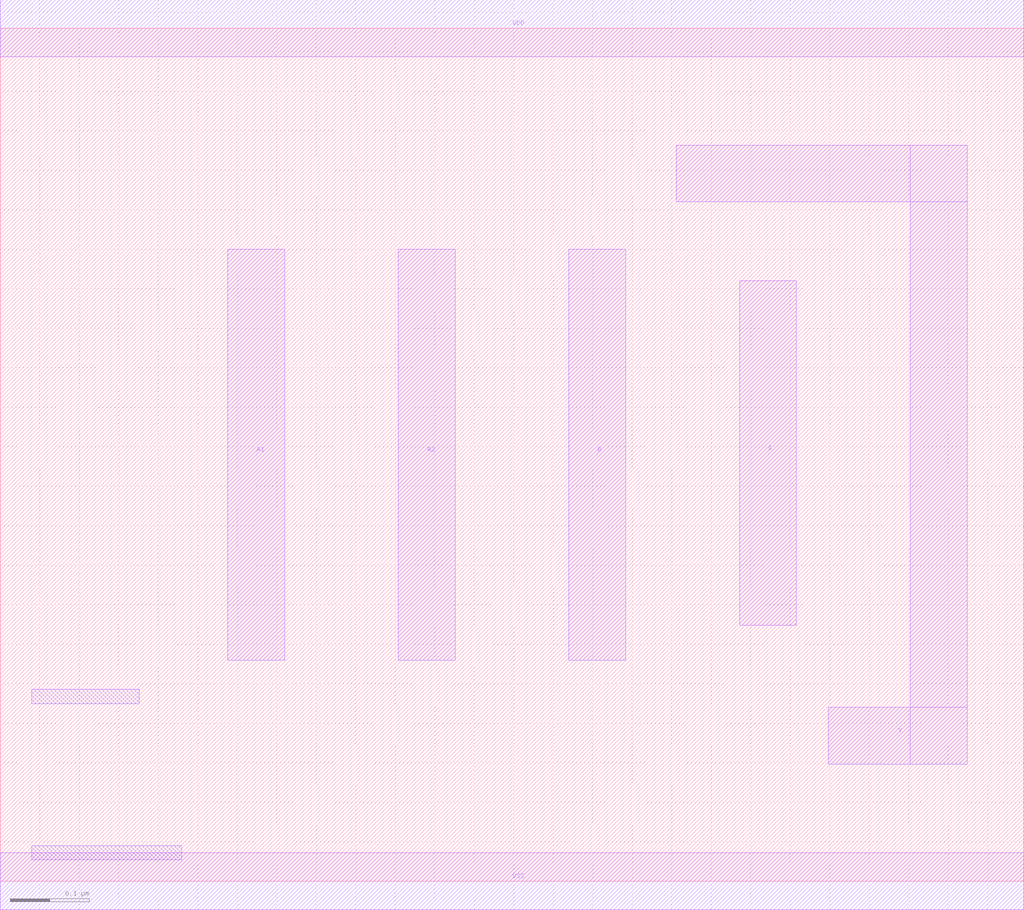
<source format=lef>
# BSD 3-Clause License
# 
# Copyright 2022 Lawrence T. Clark, Vinay Vashishtha, or Arizona State
# University
# 
# Redistribution and use in source and binary forms, with or without
# modification, are permitted provided that the following conditions are met:
# 
# 1. Redistributions of source code must retain the above copyright notice,
# this list of conditions and the following disclaimer.
# 
# 2. Redistributions in binary form must reproduce the above copyright
# notice, this list of conditions and the following disclaimer in the
# documentation and/or other materials provided with the distribution.
# 
# 3. Neither the name of the copyright holder nor the names of its
# contributors may be used to endorse or promote products derived from this
# software without specific prior written permission.
# 
# THIS SOFTWARE IS PROVIDED BY THE COPYRIGHT HOLDERS AND CONTRIBUTORS "AS IS"
# AND ANY EXPRESS OR IMPLIED WARRANTIES, INCLUDING, BUT NOT LIMITED TO, THE
# IMPLIED WARRANTIES OF MERCHANTABILITY AND FITNESS FOR A PARTICULAR PURPOSE
# ARE DISCLAIMED. IN NO EVENT SHALL THE COPYRIGHT HOLDER OR CONTRIBUTORS BE
# LIABLE FOR ANY DIRECT, INDIRECT, INCIDENTAL, SPECIAL, EXEMPLARY, OR
# CONSEQUENTIAL DAMAGES (INCLUDING, BUT NOT LIMITED TO, PROCUREMENT OF
# SUBSTITUTE GOODS OR SERVICES; LOSS OF USE, DATA, OR PROFITS; OR BUSINESS
# INTERRUPTION) HOWEVER CAUSED AND ON ANY THEORY OF LIABILITY, WHETHER IN
# CONTRACT, STRICT LIABILITY, OR TORT (INCLUDING NEGLIGENCE OR OTHERWISE)
# ARISING IN ANY WAY OUT OF THE USE OF THIS SOFTWARE, EVEN IF ADVISED OF THE
# POSSIBILITY OF SUCH DAMAGE.

VERSION 5.8 ;
BUSBITCHARS "[]" ;
DIVIDERCHAR "/" ;

SITE asap7sc7p5t
 CLASS CORE ;
 SIZE 0.216 BY 1.080 ;
 SYMMETRY Y ;
END asap7sc7p5t

MACRO A2O1A1Ixp33_ASAP7_75t_L
  CLASS CORE ;
  ORIGIN 0 0 ;
  FOREIGN A2O1A1Ixp33_ASAP7_75t_L 0 0 ;
  SIZE 1.296 BY 1.080 ;
  SYMMETRY X Y ;
  SITE asap7sc7p5t ;
  PIN A1
    DIRECTION INPUT ;
    USE SIGNAL ;
    PORT
      LAYER M1 ;
        RECT 0.288 0.280 0.360 0.800 ;
    END
  END A1
  PIN A2
    DIRECTION INPUT ;
    USE SIGNAL ;
    PORT
      LAYER M1 ;
        RECT 0.504 0.280 0.576 0.800 ;
    END
  END A2
  PIN B
    DIRECTION INPUT ;
    USE SIGNAL ;
    PORT
      LAYER M1 ;
         RECT 0.720 0.280 0.792 0.800 ;
    END
  END B
  PIN C
    DIRECTION INPUT ;
    USE SIGNAL ;
    PORT
      LAYER M1 ;
        RECT 0.936 0.324 1.008 0.760 ;
    END
  END C
  PIN VDD
    DIRECTION INOUT ;
    USE POWER ;
    SHAPE ABUTMENT ;
    PORT
      LAYER M1 ;
        RECT 0 1.044 1.296 1.116 ;
    END
  END VDD
  PIN VSS
    DIRECTION INOUT ;
    USE GROUND ;
    SHAPE ABUTMENT ;
    PORT
      LAYER M1 ;
        RECT 0 -0.036 1.296 0.036 ;
    END
  END VSS
  PIN Y
    DIRECTION OUTPUT ;
    USE SIGNAL ;
    PORT
      LAYER M1 ;
        RECT 0.856 0.860 1.224 0.932 ;
        RECT 1.152 0.148 1.224 0.932 ;
        RECT 1.048 0.148 1.224 0.220 ;
    END
  END Y
  OBS
    LAYER M1 ;
      RECT 0.04 0.027 0.23 0.045 ;
      RECT 0.04 0.225 0.176 0.243 ;
  END
END A2O1A1Ixp33_ASAP7_75t_L

MACRO A2O1A1O1Ixp25_ASAP7_75t_L
  CLASS CORE ;
  ORIGIN 0 0 ;
  FOREIGN A2O1A1O1Ixp25_ASAP7_75t_L 0 0 ;
  SIZE 0.486 BY 0.27 ;
  SYMMETRY X Y ;
  SITE asap7sc7p5t ;
  PIN A1
    DIRECTION INPUT ;
    USE SIGNAL ;
    PORT
      LAYER M1 ;
        RECT 0.504 0.280 0.576 0.800 ;
    END
  END A1
  PIN A2
    DIRECTION INPUT ;
    USE SIGNAL ;
    PORT
      LAYER M1 ;
        RECT 0.288 0.280 0.360 0.800 ;
    END
  END A2
  PIN B
    DIRECTION INPUT ;
    USE SIGNAL ;
    PORT
      LAYER M1 ;
         RECT 0.720 0.280 0.792 0.800 ;
    END
  END B
  PIN C
    DIRECTION INPUT ;
    USE SIGNAL ;
    PORT
      LAYER M1 ;
        RECT 0.234 0.07 0.252 0.2 ;
    END
  END C
  PIN D
    DIRECTION INPUT ;
    USE SIGNAL ;
    PORT
      LAYER M1 ;
        RECT 0.342 0.127 0.414 0.145 ;
        RECT 0.342 0.07 0.36 0.2 ;
    END
  END D
  PIN VDD
    DIRECTION INOUT ;
    USE POWER ;
    SHAPE ABUTMENT ;
    PORT
      LAYER M1 ;
        RECT 0 0.261 0.486 0.279 ;
    END
  END VDD
  PIN VSS
    DIRECTION INOUT ;
    USE GROUND ;
    SHAPE ABUTMENT ;
    PORT
      LAYER M1 ;
        RECT 0 -0.009 0.486 0.009 ;
    END
  END VSS
  PIN Y
    DIRECTION OUTPUT ;
    USE SIGNAL ;
    PORT
      LAYER M1 ;
        RECT 0.423 0.225 0.468 0.243 ;
        RECT 0.45 0.027 0.468 0.243 ;
        RECT 0.261 0.027 0.468 0.045 ;
    END
  END Y
  OBS
    LAYER M1 ;
      RECT 0.207 0.225 0.387 0.243 ;
      RECT 0.04 0.027 0.225 0.045 ;
      RECT 0.04 0.225 0.171 0.243 ;
  END
END A2O1A1O1Ixp25_ASAP7_75t_L

MACRO AND2x2_ASAP7_75t_L
  CLASS CORE ;
  ORIGIN 0 0 ;
  FOREIGN AND2x2_ASAP7_75t_L 0 0 ;
  SIZE 1.296 BY 1.080 ;
  SYMMETRY X Y ;
  SITE asap7sc7p5t ;
  PIN A
    DIRECTION INPUT ;
    USE SIGNAL ;
    PORT
      LAYER M1 ;
        RECT 0.504 0.280 0.576 0.800 ;
    END
  END A
  PIN B
    DIRECTION INPUT ;
    USE SIGNAL ;
    PORT
      LAYER M1 ;
        RECT 0.018 0.126 0.084 0.144 ;
        RECT 0.018 0.034 0.036 0.236 ;
    END
  END B
  PIN VDD
    DIRECTION INOUT ;
    USE POWER ;
    SHAPE ABUTMENT ;
    PORT
      LAYER M1 ;
        RECT 0 1.044 1.296 1.116 ;
    END
  END VDD
  PIN VSS
    DIRECTION INOUT ;
    USE GROUND ;
    SHAPE ABUTMENT ;
    PORT
      LAYER M1 ;
        RECT 0 -0.036 1.296 0.036 ;
    END
  END VSS
  PIN Y
    DIRECTION OUTPUT ;
    USE SIGNAL ;
    PORT
      LAYER M1 ;
        RECT 0.207 0.225 1.224 0.243 ;
        RECT 0.288 0.027 1.224 0.243 ;
        RECT 0.207 0.027 1.224 0.045 ;
        RECT 0.207 0.184 0.225 0.243 ;
        RECT 0.207 0.027 0.225 0.086 ;
    END
  END Y
  OBS
    LAYER M1 ;
      RECT 0.094 0.225 0.18 0.243 ;
      RECT 0.162 0.027 0.18 0.243 ;
      RECT 0.162 0.126 0.203 0.144 ;
      RECT 0.07 0.027 0.088 0.086 ;
      RECT 0.07 0.027 0.18 0.045 ;
  END
END AND2x2_ASAP7_75t_L

MACRO AND2x4_ASAP7_75t_L
  CLASS CORE ;
  ORIGIN 0 0 ;
  FOREIGN AND2x4_ASAP7_75t_L 0 0 ;
  SIZE 0.54 BY 0.27 ;
  SYMMETRY X Y ;
  SITE asap7sc7p5t ;
  PIN A
    DIRECTION INPUT ;
    USE SIGNAL ;
    PORT
      LAYER M1 ;
        RECT 0.234 0.028 0.252 0.15 ;
        RECT 0.072 0.028 0.252 0.046 ;
        RECT 0.072 0.028 0.09 0.2 ;
    END
  END A
  PIN B
    DIRECTION INPUT ;
    USE SIGNAL ;
    PORT
      LAYER M1 ;
        RECT 0.126 0.107 0.144 0.2 ;
    END
  END B
  PIN VDD
    DIRECTION INOUT ;
    USE POWER ;
    SHAPE ABUTMENT ;
    PORT
      LAYER M1 ;
        RECT 0 0.261 0.54 0.279 ;
    END
  END VDD
  PIN VSS
    DIRECTION INOUT ;
    USE GROUND ;
    SHAPE ABUTMENT ;
    PORT
      LAYER M1 ;
        RECT 0 -0.009 0.54 0.009 ;
    END
  END VSS
  PIN Y
    DIRECTION OUTPUT ;
    USE SIGNAL ;
    PORT
      LAYER M1 ;
        RECT 0.31 0.225 0.468 0.243 ;
        RECT 0.45 0.027 0.468 0.243 ;
        RECT 0.31 0.027 0.468 0.045 ;
    END
  END Y
  OBS
    LAYER M1 ;
      RECT 0.094 0.225 0.231 0.243 ;
      RECT 0.18 0.064 0.198 0.243 ;
      RECT 0.179 0.182 1.224 0.2 ;
      RECT 0.288 0.121 1.224 0.2 ;
      RECT 0.115 0.064 0.198 0.082 ;
  END
END AND2x4_ASAP7_75t_L

MACRO AND2x6_ASAP7_75t_L
  CLASS CORE ;
  ORIGIN 0 0 ;
  FOREIGN AND2x6_ASAP7_75t_L 0 0 ;
  SIZE 0.648 BY 0.27 ;
  SYMMETRY X Y ;
  SITE asap7sc7p5t ;
  PIN A
    DIRECTION INPUT ;
    USE SIGNAL ;
    PORT
      LAYER M1 ;
        RECT 0.234 0.028 0.252 0.15 ;
        RECT 0.072 0.028 0.252 0.046 ;
        RECT 0.072 0.028 0.09 0.2 ;
    END
  END A
  PIN B
    DIRECTION INPUT ;
    USE SIGNAL ;
    PORT
      LAYER M1 ;
        RECT 0.126 0.107 0.144 0.2 ;
    END
  END B
  PIN VDD
    DIRECTION INOUT ;
    USE POWER ;
    SHAPE ABUTMENT ;
    PORT
      LAYER M1 ;
        RECT 0 0.261 0.648 0.279 ;
    END
  END VDD
  PIN VSS
    DIRECTION INOUT ;
    USE GROUND ;
    SHAPE ABUTMENT ;
    PORT
      LAYER M1 ;
        RECT 0 -0.009 0.648 0.009 ;
    END
  END VSS
  PIN Y
    DIRECTION OUTPUT ;
    USE SIGNAL ;
    PORT
      LAYER M1 ;
        RECT 0.31 0.225 0.554 0.243 ;
        RECT 0.31 0.027 0.554 0.045 ;
        RECT 0.45 0.027 0.468 0.243 ;
    END
  END Y
  OBS
    LAYER M1 ;
      RECT 0.094 0.225 0.231 0.243 ;
      RECT 0.18 0.064 0.198 0.243 ;
      RECT 0.179 0.182 1.224 0.2 ;
      RECT 0.288 0.121 1.224 0.2 ;
      RECT 0.115 0.064 0.198 0.082 ;
  END
END AND2x6_ASAP7_75t_L

MACRO AND3x1_ASAP7_75t_L
  CLASS CORE ;
  ORIGIN 0 0 ;
  FOREIGN AND3x1_ASAP7_75t_L 0 0 ;
  SIZE 1.296 BY 1.080 ;
  SYMMETRY X Y ;
  SITE asap7sc7p5t ;
  PIN A
    DIRECTION INPUT ;
    USE SIGNAL ;
    PORT
      LAYER M1 ;
        RECT 0.288 0.280 0.360 0.800 ;
    END
  END A
  PIN B
    DIRECTION INPUT ;
    USE SIGNAL ;
    PORT
      LAYER M1 ;
        RECT 0.504 0.280 0.576 0.800 ;
    END
  END B
  PIN C
    DIRECTION INPUT ;
    USE SIGNAL ;
    PORT
      LAYER M1 ;
         RECT 0.720 0.280 0.792 0.800 ;
    END
  END C
  PIN VDD
    DIRECTION INOUT ;
    USE POWER ;
    SHAPE ABUTMENT ;
    PORT
      LAYER M1 ;
        RECT 0 1.044 1.296 1.116 ;
    END
  END VDD
  PIN VSS
    DIRECTION INOUT ;
    USE GROUND ;
    SHAPE ABUTMENT ;
    PORT
      LAYER M1 ;
        RECT 0 -0.036 1.296 0.036 ;
    END
  END VSS
  PIN Y
    DIRECTION OUTPUT ;
    USE SIGNAL ;
    PORT
      LAYER M1 ;
        RECT 0.261 0.183 1.224 0.201 ;
        RECT 0.288 0.076 1.224 0.201 ;
        RECT 0.261 0.076 1.224 0.094 ;
        RECT 0.261 0.183 0.279 0.235 ;
        RECT 0.261 0.034 0.279 0.094 ;
    END
  END Y
  OBS
    LAYER M1 ;
      RECT 0.04 0.225 0.234 0.243 ;
      RECT 0.216 0.027 0.234 0.243 ;
      RECT 0.216 0.126 0.263 0.144 ;
      RECT 0.04 0.027 0.234 0.045 ;
  END
END AND3x1_ASAP7_75t_L

MACRO AND3x2_ASAP7_75t_L
  CLASS CORE ;
  ORIGIN 0 0 ;
  FOREIGN AND3x2_ASAP7_75t_L 0 0 ;
  SIZE 0.378 BY 0.27 ;
  SYMMETRY X Y ;
  SITE asap7sc7p5t ;
  PIN A
    DIRECTION INPUT ;
    USE SIGNAL ;
    PORT
      LAYER M1 ;
        RECT 0.288 0.280 0.360 0.800 ;
    END
  END A
  PIN B
    DIRECTION INPUT ;
    USE SIGNAL ;
    PORT
      LAYER M1 ;
        RECT 0.504 0.280 0.576 0.800 ;
    END
  END B
  PIN C
    DIRECTION INPUT ;
    USE SIGNAL ;
    PORT
      LAYER M1 ;
         RECT 0.720 0.280 0.792 0.800 ;
    END
  END C
  PIN VDD
    DIRECTION INOUT ;
    USE POWER ;
    SHAPE ABUTMENT ;
    PORT
      LAYER M1 ;
        RECT 0 0.261 0.378 0.279 ;
    END
  END VDD
  PIN VSS
    DIRECTION INOUT ;
    USE GROUND ;
    SHAPE ABUTMENT ;
    PORT
      LAYER M1 ;
        RECT 0 -0.009 0.378 0.009 ;
    END
  END VSS
  PIN Y
    DIRECTION OUTPUT ;
    USE SIGNAL ;
    PORT
      LAYER M1 ;
        RECT 0.261 0.225 0.36 0.243 ;
        RECT 0.342 0.027 0.36 0.243 ;
        RECT 0.261 0.027 0.36 0.045 ;
        RECT 0.261 0.184 0.279 0.243 ;
        RECT 0.261 0.027 0.279 0.086 ;
    END
  END Y
  OBS
    LAYER M1 ;
      RECT 0.04 0.225 0.234 0.243 ;
      RECT 0.216 0.027 0.234 0.243 ;
      RECT 0.216 0.126 0.284 0.144 ;
      RECT 0.04 0.027 0.234 0.045 ;
  END
END AND3x2_ASAP7_75t_L

MACRO AND3x4_ASAP7_75t_L
  CLASS CORE ;
  ORIGIN 0 0 ;
  FOREIGN AND3x4_ASAP7_75t_L 0 0 ;
  SIZE 0.756 BY 0.27 ;
  SYMMETRY X Y ;
  SITE asap7sc7p5t ;
  PIN A
    DIRECTION INPUT ;
    USE SIGNAL ;
    PORT
      LAYER M1 ;
        RECT 0.612 0.189 0.649 0.207 ;
        RECT 0.612 0.099 0.649 0.117 ;
        RECT 0.612 0.099 0.63 0.207 ;
    END
  END A
  PIN B
    DIRECTION INPUT ;
    USE SIGNAL ;
    PORT
      LAYER M1 ;
        RECT 0.504 0.189 0.541 0.207 ;
        RECT 0.504 0.099 0.541 0.117 ;
        RECT 0.504 0.099 0.522 0.207 ;
    END
  END B
  PIN C
    DIRECTION INPUT ;
    USE SIGNAL ;
    PORT
      LAYER M1 ;
        RECT 0.342 0.07 0.36 0.2 ;
    END
  END C
  PIN VDD
    DIRECTION INOUT ;
    USE POWER ;
    SHAPE ABUTMENT ;
    PORT
      LAYER M1 ;
        RECT 0 0.261 0.756 0.279 ;
    END
  END VDD
  PIN VSS
    DIRECTION INOUT ;
    USE GROUND ;
    SHAPE ABUTMENT ;
    PORT
      LAYER M1 ;
        RECT 0 -0.009 0.756 0.009 ;
    END
  END VSS
  PIN Y
    DIRECTION OUTPUT ;
    USE SIGNAL ;
    PORT
      LAYER M1 ;
        RECT 0.018 0.225 0.23 0.243 ;
        RECT 0.018 0.027 0.23 0.045 ;
        RECT 0.018 0.027 0.036 0.243 ;
    END
  END Y
  OBS
    LAYER M1 ;
      RECT 0.26 0.225 0.746 0.243 ;
      RECT 0.728 0.027 0.746 0.243 ;
      RECT 0.26 0.042 0.278 0.243 ;
      RECT 0.218 0.126 0.278 0.144 ;
      RECT 0.634 0.027 0.746 0.045 ;
      RECT 0.472 0.063 0.701 0.081 ;
      RECT 0.31 0.027 0.554 0.045 ;
  END
END AND3x4_ASAP7_75t_L

MACRO AND4x1_ASAP7_75t_L
  CLASS CORE ;
  ORIGIN 0 0 ;
  FOREIGN AND4x1_ASAP7_75t_L 0 0 ;
  SIZE 0.378 BY 0.27 ;
  SYMMETRY X Y ;
  SITE asap7sc7p5t ;
  PIN A
    DIRECTION INPUT ;
    USE SIGNAL ;
    PORT
      LAYER M1 ;
        RECT 0.288 0.280 0.360 0.800 ;
    END
  END A
  PIN B
    DIRECTION INPUT ;
    USE SIGNAL ;
    PORT
      LAYER M1 ;
        RECT 0.126 0.034 0.144 0.2 ;
    END
  END B
  PIN C
    DIRECTION INPUT ;
    USE SIGNAL ;
    PORT
      LAYER M1 ;
        RECT 0.18 0.034 0.198 0.2 ;
    END
  END C
  PIN D
    DIRECTION INPUT ;
    USE SIGNAL ;
    PORT
      LAYER M1 ;
        RECT 0.234 0.034 0.252 0.164 ;
    END
  END D
  PIN VDD
    DIRECTION INOUT ;
    USE POWER ;
    SHAPE ABUTMENT ;
    PORT
      LAYER M1 ;
        RECT 0 0.261 0.378 0.279 ;
    END
  END VDD
  PIN VSS
    DIRECTION INOUT ;
    USE GROUND ;
    SHAPE ABUTMENT ;
    PORT
      LAYER M1 ;
        RECT 0 -0.009 0.378 0.009 ;
    END
  END VSS
  PIN Y
    DIRECTION OUTPUT ;
    USE SIGNAL ;
    PORT
      LAYER M1 ;
        RECT 0.299 0.225 0.36 0.243 ;
        RECT 0.342 0.027 0.36 0.243 ;
        RECT 0.31 0.027 0.36 0.045 ;
    END
  END Y
  OBS
    LAYER M1 ;
      RECT 0.018 0.225 0.252 0.243 ;
      RECT 0.234 0.189 0.252 0.243 ;
      RECT 0.018 0.027 0.036 0.243 ;
      RECT 0.234 0.189 1.224 0.207 ;
      RECT 0.288 0.12 1.224 0.207 ;
      RECT 0.018 0.027 0.085 0.045 ;
  END
END AND4x1_ASAP7_75t_L

MACRO AND4x2_ASAP7_75t_L
  CLASS CORE ;
  ORIGIN 0 0 ;
  FOREIGN AND4x2_ASAP7_75t_L 0 0 ;
  SIZE 0.432 BY 0.27 ;
  SYMMETRY X Y ;
  SITE asap7sc7p5t ;
  PIN A
    DIRECTION INPUT ;
    USE SIGNAL ;
    PORT
      LAYER M1 ;
        RECT 0.342 0.07 0.36 0.2 ;
    END
  END A
  PIN B
    DIRECTION INPUT ;
    USE SIGNAL ;
    PORT
      LAYER M1 ;
        RECT 0.288 0.034 1.224 0.2 ;
    END
  END B
  PIN C
    DIRECTION INPUT ;
    USE SIGNAL ;
    PORT
      LAYER M1 ;
        RECT 0.234 0.034 0.252 0.2 ;
    END
  END C
  PIN D
    DIRECTION INPUT ;
    USE SIGNAL ;
    PORT
      LAYER M1 ;
        RECT 0.18 0.034 0.198 0.164 ;
    END
  END D
  PIN VDD
    DIRECTION INOUT ;
    USE POWER ;
    SHAPE ABUTMENT ;
    PORT
      LAYER M1 ;
        RECT 0 0.261 0.432 0.279 ;
    END
  END VDD
  PIN VSS
    DIRECTION INOUT ;
    USE GROUND ;
    SHAPE ABUTMENT ;
    PORT
      LAYER M1 ;
        RECT 0 -0.009 0.432 0.009 ;
    END
  END VSS
  PIN Y
    DIRECTION OUTPUT ;
    USE SIGNAL ;
    PORT
      LAYER M1 ;
        RECT 0.018 0.225 0.122 0.243 ;
        RECT 0.018 0.027 0.122 0.045 ;
        RECT 0.018 0.027 0.036 0.243 ;
    END
  END Y
  OBS
    LAYER M1 ;
      RECT 0.153 0.225 0.414 0.243 ;
      RECT 0.396 0.027 0.414 0.243 ;
      RECT 0.153 0.189 0.171 0.243 ;
      RECT 0.099 0.189 0.171 0.207 ;
      RECT 0.099 0.119 0.117 0.207 ;
      RECT 0.364 0.027 0.414 0.045 ;
  END
END AND4x2_ASAP7_75t_L

MACRO AND5x1_ASAP7_75t_L
  CLASS CORE ;
  ORIGIN 0 0 ;
  FOREIGN AND5x1_ASAP7_75t_L 0 0 ;
  SIZE 0.432 BY 0.27 ;
  SYMMETRY X Y ;
  SITE asap7sc7p5t ;
  PIN A
    DIRECTION INPUT ;
    USE SIGNAL ;
    PORT
      LAYER M1 ;
        RECT 0.288 0.280 0.360 0.800 ;
    END
  END A
  PIN B
    DIRECTION INPUT ;
    USE SIGNAL ;
    PORT
      LAYER M1 ;
        RECT 0.126 0.034 0.144 0.2 ;
    END
  END B
  PIN C
    DIRECTION INPUT ;
    USE SIGNAL ;
    PORT
      LAYER M1 ;
        RECT 0.18 0.034 0.198 0.2 ;
    END
  END C
  PIN D
    DIRECTION INPUT ;
    USE SIGNAL ;
    PORT
      LAYER M1 ;
        RECT 0.234 0.034 0.252 0.2 ;
    END
  END D
  PIN E
    DIRECTION INPUT ;
    USE SIGNAL ;
    PORT
      LAYER M1 ;
        RECT 0.288 0.034 1.224 0.164 ;
    END
  END E
  PIN VDD
    DIRECTION INOUT ;
    USE POWER ;
    SHAPE ABUTMENT ;
    PORT
      LAYER M1 ;
        RECT 0 0.261 0.432 0.279 ;
    END
  END VDD
  PIN VSS
    DIRECTION INOUT ;
    USE GROUND ;
    SHAPE ABUTMENT ;
    PORT
      LAYER M1 ;
        RECT 0 -0.009 0.432 0.009 ;
    END
  END VSS
  PIN Y
    DIRECTION OUTPUT ;
    USE SIGNAL ;
    PORT
      LAYER M1 ;
        RECT 0.349 0.225 0.414 0.243 ;
        RECT 0.396 0.027 0.414 0.243 ;
        RECT 0.35 0.027 0.414 0.045 ;
    END
  END Y
  OBS
    LAYER M1 ;
      RECT 0.018 0.225 1.224 0.243 ;
      RECT 0.288 0.189 1.224 0.243 ;
      RECT 0.018 0.027 0.036 0.243 ;
      RECT 0.288 0.189 0.36 0.207 ;
      RECT 0.342 0.116 0.36 0.207 ;
      RECT 0.018 0.027 0.07 0.045 ;
  END
END AND5x1_ASAP7_75t_L

MACRO AND5x2_ASAP7_75t_L
  CLASS CORE ;
  ORIGIN 0 0 ;
  FOREIGN AND5x2_ASAP7_75t_L 0 0 ;
  SIZE 1.08 BY 0.27 ;
  SYMMETRY X Y ;
  SITE asap7sc7p5t ;
  PIN A
    DIRECTION INPUT ;
    USE SIGNAL ;
    PORT
      LAYER M1 ;
        RECT 0.72 0.189 0.757 0.207 ;
        RECT 0.72 0.099 0.757 0.117 ;
        RECT 0.72 0.099 0.738 0.207 ;
    END
  END A
  PIN B
    DIRECTION INPUT ;
    USE SIGNAL ;
    PORT
      LAYER M1 ;
        RECT 0.593 0.189 0.63 0.207 ;
        RECT 0.612 0.099 0.63 0.207 ;
        RECT 0.593 0.099 0.63 0.117 ;
    END
  END B
  PIN C
    DIRECTION INPUT ;
    USE SIGNAL ;
    PORT
      LAYER M1 ;
        RECT 0.45 0.189 0.487 0.207 ;
        RECT 0.45 0.099 0.487 0.117 ;
        RECT 0.45 0.099 0.468 0.207 ;
    END
  END C
  PIN D
    DIRECTION INPUT ;
    USE SIGNAL ;
    PORT
      LAYER M1 ;
        RECT 0.269 0.189 1.224 0.207 ;
        RECT 0.288 0.099 1.224 0.207 ;
        RECT 0.269 0.099 1.224 0.117 ;
    END
  END D
  PIN E
    DIRECTION INPUT ;
    USE SIGNAL ;
    PORT
      LAYER M1 ;
        RECT 0.018 0.126 0.095 0.144 ;
        RECT 0.018 0.034 0.036 0.236 ;
    END
  END E
  PIN VDD
    DIRECTION INOUT ;
    USE POWER ;
    SHAPE ABUTMENT ;
    PORT
      LAYER M1 ;
        RECT 0 0.261 1.08 0.279 ;
    END
  END VDD
  PIN VSS
    DIRECTION INOUT ;
    USE GROUND ;
    SHAPE ABUTMENT ;
    PORT
      LAYER M1 ;
        RECT 0 -0.009 1.08 0.009 ;
    END
  END VSS
  PIN Y
    DIRECTION OUTPUT ;
    USE SIGNAL ;
    PORT
      LAYER M1 ;
        RECT 0.958 0.225 1.062 0.243 ;
        RECT 1.044 0.027 1.062 0.243 ;
        RECT 0.958 0.027 1.062 0.045 ;
    END
  END Y
  OBS
    LAYER M1 ;
      RECT 0.148 0.225 0.9 0.243 ;
      RECT 0.882 0.027 0.9 0.243 ;
      RECT 0.882 0.126 0.942 0.144 ;
      RECT 0.742 0.027 0.9 0.045 ;
      RECT 0.58 0.063 0.824 0.081 ;
      RECT 0.418 0.027 0.662 0.045 ;
      RECT 0.256 0.063 0.5 0.081 ;
      RECT 0.094 0.027 0.338 0.045 ;
  END
END AND5x2_ASAP7_75t_L

MACRO AO211x2_ASAP7_75t_L
  CLASS CORE ;
  ORIGIN 0 0 ;
  FOREIGN AO211x2_ASAP7_75t_L 0 0 ;
  SIZE 0.864 BY 0.27 ;
  SYMMETRY X Y ;
  SITE asap7sc7p5t ;
  PIN A1
    DIRECTION INPUT ;
    USE SIGNAL ;
    PORT
      LAYER M1 ;
        RECT 0.018 0.126 0.095 0.144 ;
        RECT 0.018 0.189 0.220 0.207 ;
        RECT 0.018 0.027 0.220 0.045 ;
        RECT 0.018 0.027 0.036 0.207 ;
    END
  END A1
  PIN A2
    DIRECTION INPUT ;
    USE SIGNAL ;
    PORT
      LAYER M1 ;
        RECT 0.126 0.126 0.203 0.144 ;
        RECT 0.107 0.189 0.144 0.207 ;
        RECT 0.126 0.063 0.144 0.207 ;
        RECT 0.107 0.063 0.144 0.081 ;
    END
  END A2
  PIN B
    DIRECTION INPUT ;
    USE SIGNAL ;
    PORT
      LAYER M1 ;
        RECT 0.234 0.126 0.311 0.144 ;
        RECT 0.215 0.189 0.252 0.207 ;
        RECT 0.234 0.063 0.252 0.207 ;
        RECT 0.215 0.063 0.252 0.081 ;
    END
  END B
  PIN C
    DIRECTION INPUT ;
    USE SIGNAL ;
    PORT
      LAYER M1 ;
        RECT 0.504 0.153 0.541 0.171 ;
        RECT 0.504 0.063 0.522 0.171 ;
        RECT 0.485 0.063 0.522 0.081 ;
    END
  END C
  PIN VDD
    DIRECTION INOUT ;
    USE POWER ;
    SHAPE ABUTMENT ;
    PORT
      LAYER M1 ;
        RECT 0 0.261 0.864 0.279 ;
    END
  END VDD
  PIN VSS
    DIRECTION INOUT ;
    USE GROUND ;
    SHAPE ABUTMENT ;
    PORT
      LAYER M1 ;
        RECT 0 -0.009 0.864 0.009 ;
    END
  END VSS
  PIN Y
    DIRECTION OUTPUT ;
    USE SIGNAL ;
    PORT
      LAYER M1 ;
        RECT 0.742 0.225 0.846 0.243 ;
        RECT 0.828 0.027 0.846 0.243 ;
        RECT 0.742 0.027 0.846 0.045 ;
    END
  END Y
  OBS
    LAYER M1 ;
      RECT 0.526 0.225 0.684 0.243 ;
      RECT 0.666 0.027 0.684 0.243 ;
      RECT 0.666 0.125 0.743 0.143 ;
      RECT 0.094 0.027 0.684 0.045 ;
      RECT 0.31 0.189 0.608 0.207 ;
      RECT 0.04 0.225 0.393 0.243 ;
  END
END AO211x2_ASAP7_75t_L

MACRO AO21x1_ASAP7_75t_L
  CLASS CORE ;
  ORIGIN 0 0 ;
  FOREIGN AO21x1_ASAP7_75t_L 0 0 ;
  SIZE 1.296 BY 1.080 ;
  SYMMETRY X Y ;
  SITE asap7sc7p5t ;
  PIN A1
    DIRECTION INPUT ;
    USE SIGNAL ;
    PORT
      LAYER M1 ;
        RECT 0.018 0.126 0.095 0.144 ;
        RECT 0.018 0.189 0.220 0.207 ;
        RECT 0.018 0.034 0.036 0.207 ;
    END
  END A1
  PIN A2
    DIRECTION INPUT ;
    USE SIGNAL ;
    PORT
      LAYER M1 ;
        RECT 0.126 0.07 0.144 0.164 ;
    END
  END A2
  PIN B
    DIRECTION INPUT ;
    USE SIGNAL ;
    PORT
      LAYER M1 ;
        RECT 0.18 0.07 0.198 0.164 ;
    END
  END B
  PIN VDD
    DIRECTION INOUT ;
    USE POWER ;
    SHAPE ABUTMENT ;
    PORT
      LAYER M1 ;
        RECT 0 1.044 1.296 1.116 ;
    END
  END VDD
  PIN VSS
    DIRECTION INOUT ;
    USE GROUND ;
    SHAPE ABUTMENT ;
    PORT
      LAYER M1 ;
        RECT 0 -0.036 1.296 0.036 ;
    END
  END VSS
  PIN Y
    DIRECTION OUTPUT ;
    USE SIGNAL ;
    PORT
      LAYER M1 ;
        RECT 0.23 0.225 0.295 0.243 ;
        RECT 0.277 0.038 0.295 0.243 ;
    END
  END Y
  OBS
    LAYER M1 ;
      RECT 0.094 0.189 0.252 0.207 ;
      RECT 0.234 0.027 0.252 0.207 ;
      RECT 0.148 0.027 0.252 0.045 ;
      RECT 0.04 0.225 0.176 0.243 ;
  END
END AO21x1_ASAP7_75t_L

MACRO AO21x2_ASAP7_75t_L
  CLASS CORE ;
  ORIGIN 0 0 ;
  FOREIGN AO21x2_ASAP7_75t_L 0 0 ;
  SIZE 0.378 BY 0.27 ;
  SYMMETRY X Y ;
  SITE asap7sc7p5t ;
  PIN A1
    DIRECTION INPUT ;
    USE SIGNAL ;
    PORT
      LAYER M1 ;
        RECT 0.018 0.126 0.095 0.144 ;
        RECT 0.018 0.189 0.220 0.207 ;
        RECT 0.018 0.034 0.036 0.207 ;
    END
  END A1
  PIN A2
    DIRECTION INPUT ;
    USE SIGNAL ;
    PORT
      LAYER M1 ;
        RECT 0.126 0.07 0.144 0.164 ;
    END
  END A2
  PIN B
    DIRECTION INPUT ;
    USE SIGNAL ;
    PORT
      LAYER M1 ;
        RECT 0.18 0.07 0.198 0.164 ;
    END
  END B
  PIN VDD
    DIRECTION INOUT ;
    USE POWER ;
    SHAPE ABUTMENT ;
    PORT
      LAYER M1 ;
        RECT 0 0.261 0.378 0.279 ;
    END
  END VDD
  PIN VSS
    DIRECTION INOUT ;
    USE GROUND ;
    SHAPE ABUTMENT ;
    PORT
      LAYER M1 ;
        RECT 0 -0.009 0.378 0.009 ;
    END
  END VSS
  PIN Y
    DIRECTION OUTPUT ;
    USE SIGNAL ;
    PORT
      LAYER M1 ;
        RECT 0.23 0.225 0.333 0.243 ;
        RECT 0.315 0.069 0.333 0.243 ;
        RECT 0.276 0.069 0.333 0.087 ;
        RECT 0.276 0.038 0.294 0.087 ;
    END
  END Y
  OBS
    LAYER M1 ;
      RECT 0.094 0.189 0.252 0.207 ;
      RECT 0.234 0.027 0.252 0.207 ;
      RECT 0.148 0.027 0.252 0.045 ;
      RECT 0.04 0.225 0.176 0.243 ;
  END
END AO21x2_ASAP7_75t_L

MACRO AO221x1_ASAP7_75t_L
  CLASS CORE ;
  ORIGIN 0 0 ;
  FOREIGN AO221x1_ASAP7_75t_L 0 0 ;
  SIZE 0.54 BY 0.27 ;
  SYMMETRY X Y ;
  SITE asap7sc7p5t ;
  PIN A1
    DIRECTION INPUT ;
    USE SIGNAL ;
    PORT
      LAYER M1 ;
        RECT 0.234 0.07 0.252 0.164 ;
    END
  END A1
  PIN A2
    DIRECTION INPUT ;
    USE SIGNAL ;
    PORT
      LAYER M1 ;
        RECT 0.288 0.07 1.224 0.164 ;
    END
  END A2
  PIN B1
    DIRECTION INPUT ;
    USE SIGNAL ;
    PORT
      LAYER M1 ;
        RECT 0.072 0.07 0.09 0.164 ;
    END
  END B1
  PIN B2
    DIRECTION INPUT ;
    USE SIGNAL ;
    PORT
      LAYER M1 ;
        RECT 0.126 0.07 0.144 0.164 ;
    END
  END B2
  PIN C
    DIRECTION INPUT ;
    USE SIGNAL ;
    PORT
      LAYER M1 ;
        RECT 0.18 0.07 0.198 0.164 ;
    END
  END C
  PIN VDD
    DIRECTION INOUT ;
    USE POWER ;
    SHAPE ABUTMENT ;
    PORT
      LAYER M1 ;
        RECT 0 0.261 0.54 0.279 ;
    END
  END VDD
  PIN VSS
    DIRECTION INOUT ;
    USE GROUND ;
    SHAPE ABUTMENT ;
    PORT
      LAYER M1 ;
        RECT 0 -0.009 0.54 0.009 ;
    END
  END VSS
  PIN Y
    DIRECTION OUTPUT ;
    USE SIGNAL ;
    PORT
      LAYER M1 ;
        RECT 0.472 0.225 0.522 0.243 ;
        RECT 0.504 0.027 0.522 0.243 ;
        RECT 0.459 0.027 0.522 0.045 ;
    END
  END Y
  OBS
    LAYER M1 ;
      RECT 0.018 0.189 0.126 0.207 ;
      RECT 0.018 0.027 0.036 0.207 ;
      RECT 0.396 0.126 0.474 0.144 ;
      RECT 0.396 0.027 0.414 0.144 ;
      RECT 0.018 0.027 0.414 0.045 ;
      RECT 0.2 0.189 0.339 0.207 ;
      RECT 0.039 0.225 0.176 0.243 ;
  END
END AO221x1_ASAP7_75t_L

MACRO AO221x2_ASAP7_75t_L
  CLASS CORE ;
  ORIGIN 0 0 ;
  FOREIGN AO221x2_ASAP7_75t_L 0 0 ;
  SIZE 0.594 BY 0.27 ;
  SYMMETRY X Y ;
  SITE asap7sc7p5t ;
  PIN A1
    DIRECTION INPUT ;
    USE SIGNAL ;
    PORT
      LAYER M1 ;
        RECT 0.234 0.07 0.252 0.164 ;
    END
  END A1
  PIN A2
    DIRECTION INPUT ;
    USE SIGNAL ;
    PORT
      LAYER M1 ;
        RECT 0.288 0.07 1.224 0.164 ;
    END
  END A2
  PIN B1
    DIRECTION INPUT ;
    USE SIGNAL ;
    PORT
      LAYER M1 ;
        RECT 0.072 0.07 0.09 0.164 ;
    END
  END B1
  PIN B2
    DIRECTION INPUT ;
    USE SIGNAL ;
    PORT
      LAYER M1 ;
        RECT 0.126 0.07 0.144 0.164 ;
    END
  END B2
  PIN C
    DIRECTION INPUT ;
    USE SIGNAL ;
    PORT
      LAYER M1 ;
        RECT 0.18 0.07 0.198 0.164 ;
    END
  END C
  PIN VDD
    DIRECTION INOUT ;
    USE POWER ;
    SHAPE ABUTMENT ;
    PORT
      LAYER M1 ;
        RECT 0 0.261 0.594 0.279 ;
    END
  END VDD
  PIN VSS
    DIRECTION INOUT ;
    USE GROUND ;
    SHAPE ABUTMENT ;
    PORT
      LAYER M1 ;
        RECT 0 -0.009 0.594 0.009 ;
    END
  END VSS
  PIN Y
    DIRECTION OUTPUT ;
    USE SIGNAL ;
    PORT
      LAYER M1 ;
        RECT 0.472 0.225 0.549 0.243 ;
        RECT 0.531 0.027 0.549 0.243 ;
        RECT 0.459 0.027 0.549 0.045 ;
    END
  END Y
  OBS
    LAYER M1 ;
      RECT 0.018 0.189 0.126 0.207 ;
      RECT 0.018 0.027 0.036 0.207 ;
      RECT 0.396 0.126 0.474 0.144 ;
      RECT 0.396 0.027 0.414 0.144 ;
      RECT 0.018 0.027 0.414 0.045 ;
      RECT 0.2 0.189 0.339 0.207 ;
      RECT 0.039 0.225 0.176 0.243 ;
  END
END AO221x2_ASAP7_75t_L

MACRO AO222x2_ASAP7_75t_L
  CLASS CORE ;
  ORIGIN 0 0 ;
  FOREIGN AO222x2_ASAP7_75t_L 0 0 ;
  SIZE 0.648 BY 0.27 ;
  SYMMETRY X Y ;
  SITE asap7sc7p5t ;
  PIN A1
    DIRECTION INPUT ;
    USE SIGNAL ;
    PORT
      LAYER M1 ;
        RECT 0.396 0.07 0.414 0.2 ;
    END
  END A1
  PIN A2
    DIRECTION INPUT ;
    USE SIGNAL ;
    PORT
      LAYER M1 ;
        RECT 0.45 0.07 0.468 0.2 ;
    END
  END A2
  PIN B1
    DIRECTION INPUT ;
    USE SIGNAL ;
    PORT
      LAYER M1 ;
        RECT 0.234 0.07 0.252 0.164 ;
    END
  END B1
  PIN B2
    DIRECTION INPUT ;
    USE SIGNAL ;
    PORT
      LAYER M1 ;
        RECT 0.18 0.07 0.198 0.164 ;
    END
  END B2
  PIN C1
    DIRECTION INPUT ;
    USE SIGNAL ;
    PORT
      LAYER M1 ;
        RECT 0.072 0.07 0.09 0.164 ;
    END
  END C1
  PIN C2
    DIRECTION INPUT ;
    USE SIGNAL ;
    PORT
      LAYER M1 ;
        RECT 0.126 0.07 0.144 0.164 ;
    END
  END C2
  PIN VDD
    DIRECTION INOUT ;
    USE POWER ;
    SHAPE ABUTMENT ;
    PORT
      LAYER M1 ;
        RECT 0 0.261 0.648 0.279 ;
    END
  END VDD
  PIN VSS
    DIRECTION INOUT ;
    USE GROUND ;
    SHAPE ABUTMENT ;
    PORT
      LAYER M1 ;
        RECT 0 -0.009 0.648 0.009 ;
    END
  END VSS
  PIN Y
    DIRECTION OUTPUT ;
    USE SIGNAL ;
    PORT
      LAYER M1 ;
        RECT 0.526 0.225 0.63 0.243 ;
        RECT 0.612 0.027 0.63 0.243 ;
        RECT 0.531 0.027 0.63 0.045 ;
        RECT 0.531 0.027 0.549 0.081 ;
    END
  END Y
  OBS
    LAYER M1 ;
      RECT 0.009 0.189 0.122 0.207 ;
      RECT 0.009 0.027 0.027 0.207 ;
      RECT 0.486 0.126 0.554 0.144 ;
      RECT 0.486 0.027 0.504 0.144 ;
      RECT 0.009 0.027 0.504 0.045 ;
      RECT 0.342 0.225 0.468 0.243 ;
      RECT 0.342 0.189 0.36 0.243 ;
      RECT 0.202 0.189 0.36 0.207 ;
      RECT 0.04 0.225 0.284 0.243 ;
  END
END AO222x2_ASAP7_75t_L

MACRO AO22x1_ASAP7_75t_L
  CLASS CORE ;
  ORIGIN 0 0 ;
  FOREIGN AO22x1_ASAP7_75t_L 0 0 ;
  SIZE 0.486 BY 0.27 ;
  SYMMETRY X Y ;
  SITE asap7sc7p5t ;
  PIN A1
    DIRECTION INPUT ;
    USE SIGNAL ;
    PORT
      LAYER M1 ;
        RECT 0.018 0.126 0.095 0.144 ;
        RECT 0.018 0.189 0.220 0.207 ;
        RECT 0.018 0.027 0.220 0.045 ;
        RECT 0.018 0.027 0.036 0.207 ;
    END
  END A1
  PIN A2
    DIRECTION INPUT ;
    USE SIGNAL ;
    PORT
      LAYER M1 ;
        RECT 0.107 0.189 0.144 0.207 ;
        RECT 0.126 0.063 0.144 0.207 ;
        RECT 0.107 0.063 0.144 0.081 ;
    END
  END A2
  PIN B1
    DIRECTION INPUT ;
    USE SIGNAL ;
    PORT
      LAYER M1 ;
        RECT 0.234 0.063 0.287 0.081 ;
        RECT 0.234 0.063 0.252 0.164 ;
    END
  END B1
  PIN B2
    DIRECTION INPUT ;
    USE SIGNAL ;
    PORT
      LAYER M1 ;
        RECT 0.18 0.07 0.198 0.164 ;
    END
  END B2
  PIN VDD
    DIRECTION INOUT ;
    USE POWER ;
    SHAPE ABUTMENT ;
    PORT
      LAYER M1 ;
        RECT 0 0.261 0.486 0.279 ;
    END
  END VDD
  PIN VSS
    DIRECTION INOUT ;
    USE GROUND ;
    SHAPE ABUTMENT ;
    PORT
      LAYER M1 ;
        RECT 0 -0.009 0.486 0.009 ;
    END
  END VSS
  PIN Y
    DIRECTION OUTPUT ;
    USE SIGNAL ;
    PORT
      LAYER M1 ;
        RECT 0.418 0.225 0.468 0.243 ;
        RECT 0.45 0.027 0.468 0.243 ;
        RECT 0.418 0.027 0.468 0.045 ;
    END
  END Y
  OBS
    LAYER M1 ;
      RECT 0.202 0.189 0.36 0.207 ;
      RECT 0.342 0.027 0.36 0.207 ;
      RECT 0.342 0.126 0.419 0.144 ;
      RECT 0.107 0.027 0.36 0.045 ;
      RECT 0.04 0.225 0.284 0.243 ;
  END
END AO22x1_ASAP7_75t_L

MACRO AO22x2_ASAP7_75t_L
  CLASS CORE ;
  ORIGIN 0 0 ;
  FOREIGN AO22x2_ASAP7_75t_L 0 0 ;
  SIZE 0.54 BY 0.27 ;
  SYMMETRY X Y ;
  SITE asap7sc7p5t ;
  PIN A1
    DIRECTION INPUT ;
    USE SIGNAL ;
    PORT
      LAYER M1 ;
        RECT 0.018 0.126 0.095 0.144 ;
        RECT 0.018 0.189 0.220 0.207 ;
        RECT 0.018 0.027 0.220 0.045 ;
        RECT 0.018 0.027 0.036 0.207 ;
    END
  END A1
  PIN A2
    DIRECTION INPUT ;
    USE SIGNAL ;
    PORT
      LAYER M1 ;
        RECT 0.107 0.189 0.144 0.207 ;
        RECT 0.126 0.063 0.144 0.207 ;
        RECT 0.107 0.063 0.144 0.081 ;
    END
  END A2
  PIN B1
    DIRECTION INPUT ;
    USE SIGNAL ;
    PORT
      LAYER M1 ;
        RECT 0.234 0.063 0.287 0.081 ;
        RECT 0.234 0.063 0.252 0.164 ;
    END
  END B1
  PIN B2
    DIRECTION INPUT ;
    USE SIGNAL ;
    PORT
      LAYER M1 ;
        RECT 0.18 0.07 0.198 0.164 ;
    END
  END B2
  PIN VDD
    DIRECTION INOUT ;
    USE POWER ;
    SHAPE ABUTMENT ;
    PORT
      LAYER M1 ;
        RECT 0 0.261 0.54 0.279 ;
    END
  END VDD
  PIN VSS
    DIRECTION INOUT ;
    USE GROUND ;
    SHAPE ABUTMENT ;
    PORT
      LAYER M1 ;
        RECT 0 -0.009 0.54 0.009 ;
    END
  END VSS
  PIN Y
    DIRECTION OUTPUT ;
    USE SIGNAL ;
    PORT
      LAYER M1 ;
        RECT 0.418 0.225 0.522 0.243 ;
        RECT 0.504 0.027 0.522 0.243 ;
        RECT 0.418 0.027 0.522 0.045 ;
    END
  END Y
  OBS
    LAYER M1 ;
      RECT 0.202 0.189 0.36 0.207 ;
      RECT 0.342 0.027 0.36 0.207 ;
      RECT 0.342 0.126 0.419 0.144 ;
      RECT 0.107 0.027 0.36 0.045 ;
      RECT 0.04 0.225 0.284 0.243 ;
  END
END AO22x2_ASAP7_75t_L

MACRO AO31x2_ASAP7_75t_L
  CLASS CORE ;
  ORIGIN 0 0 ;
  FOREIGN AO31x2_ASAP7_75t_L 0 0 ;
  SIZE 0.864 BY 0.27 ;
  SYMMETRY X Y ;
  SITE asap7sc7p5t ;
  PIN A1
    DIRECTION INPUT ;
    USE SIGNAL ;
    PORT
      LAYER M1 ;
        RECT 0.558 0.099 0.576 0.149 ;
        RECT 0.504 0.099 0.576 0.117 ;
        RECT 0.485 0.153 0.522 0.171 ;
        RECT 0.504 0.099 0.522 0.171 ;
    END
  END A1
  PIN A2
    DIRECTION INPUT ;
    USE SIGNAL ;
    PORT
      LAYER M1 ;
        RECT 0.396 0.099 0.414 0.149 ;
        RECT 0.288 0.099 0.414 0.117 ;
        RECT 0.288 0.153 0.325 0.171 ;
        RECT 0.288 0.07 1.224 0.171 ;
    END
  END A2
  PIN A3
    DIRECTION INPUT ;
    USE SIGNAL ;
    PORT
      LAYER M1 ;
        RECT 0.018 0.126 0.095 0.144 ;
        RECT 0.018 0.189 0.059 0.207 ;
        RECT 0.018 0.027 0.059 0.045 ;
        RECT 0.018 0.027 0.036 0.207 ;
    END
  END A3
  PIN B
    DIRECTION INPUT ;
    USE SIGNAL ;
    PORT
      LAYER M1 ;
        RECT 0.126 0.126 0.203 0.144 ;
        RECT 0.107 0.189 0.144 0.207 ;
        RECT 0.126 0.063 0.144 0.207 ;
        RECT 0.107 0.063 0.144 0.081 ;
    END
  END B
  PIN VDD
    DIRECTION INOUT ;
    USE POWER ;
    SHAPE ABUTMENT ;
    PORT
      LAYER M1 ;
        RECT 0 0.261 0.864 0.279 ;
    END
  END VDD
  PIN VSS
    DIRECTION INOUT ;
    USE GROUND ;
    SHAPE ABUTMENT ;
    PORT
      LAYER M1 ;
        RECT 0 -0.009 0.864 0.009 ;
    END
  END VSS
  PIN Y
    DIRECTION OUTPUT ;
    USE SIGNAL ;
    PORT
      LAYER M1 ;
        RECT 0.741 0.225 0.846 0.243 ;
        RECT 0.828 0.027 0.846 0.243 ;
        RECT 0.742 0.027 0.846 0.045 ;
    END
  END Y
  OBS
    LAYER M1 ;
      RECT 0.612 0.225 0.684 0.243 ;
      RECT 0.666 0.027 0.684 0.243 ;
      RECT 0.612 0.189 0.63 0.243 ;
      RECT 0.199 0.189 0.63 0.207 ;
      RECT 0.234 0.063 0.252 0.207 ;
      RECT 0.666 0.126 0.797 0.144 ;
      RECT 0.2 0.063 0.252 0.081 ;
      RECT 0.526 0.027 0.684 0.045 ;
      RECT 0.364 0.063 0.608 0.081 ;
      RECT 0.04 0.225 0.554 0.243 ;
      RECT 0.094 0.027 0.447 0.045 ;
  END
END AO31x2_ASAP7_75t_L

MACRO AO322x2_ASAP7_75t_L
  CLASS CORE ;
  ORIGIN 0 0 ;
  FOREIGN AO322x2_ASAP7_75t_L 0 0 ;
  SIZE 0.81 BY 0.27 ;
  SYMMETRY X Y ;
  SITE asap7sc7p5t ;
  PIN A1
    DIRECTION INPUT ;
    USE SIGNAL ;
    PORT
      LAYER M1 ;
        RECT 0.018 0.126 0.095 0.144 ;
        RECT 0.018 0.225 0.220 0.243 ;
        RECT 0.018 0.063 0.220 0.081 ;
        RECT 0.018 0.063 0.036 0.243 ;
    END
  END A1
  PIN A2
    DIRECTION INPUT ;
    USE SIGNAL ;
    PORT
      LAYER M1 ;
        RECT 0.107 0.189 0.144 0.207 ;
        RECT 0.126 0.063 0.144 0.207 ;
        RECT 0.107 0.063 0.144 0.081 ;
    END
  END A2
  PIN A3
    DIRECTION INPUT ;
    USE SIGNAL ;
    PORT
      LAYER M1 ;
        RECT 0.18 0.07 0.198 0.164 ;
    END
  END A3
  PIN B1
    DIRECTION INPUT ;
    USE SIGNAL ;
    PORT
      LAYER M1 ;
        RECT 0.288 0.153 0.325 0.171 ;
        RECT 0.288 0.063 0.325 0.081 ;
        RECT 0.288 0.063 1.224 0.171 ;
    END
  END B1
  PIN B2
    DIRECTION INPUT ;
    USE SIGNAL ;
    PORT
      LAYER M1 ;
        RECT 0.234 0.07 0.252 0.164 ;
    END
  END B2
  PIN C1
    DIRECTION INPUT ;
    USE SIGNAL ;
    PORT
      LAYER M1 ;
        RECT 0.45 0.07 0.468 0.164 ;
    END
  END C1
  PIN C2
    DIRECTION INPUT ;
    USE SIGNAL ;
    PORT
      LAYER M1 ;
        RECT 0.504 0.063 0.541 0.081 ;
        RECT 0.504 0.063 0.522 0.164 ;
    END
  END C2
  PIN VDD
    DIRECTION INOUT ;
    USE POWER ;
    SHAPE ABUTMENT ;
    PORT
      LAYER M1 ;
        RECT 0 0.261 0.81 0.279 ;
    END
  END VDD
  PIN VSS
    DIRECTION INOUT ;
    USE GROUND ;
    SHAPE ABUTMENT ;
    PORT
      LAYER M1 ;
        RECT 0 -0.009 0.81 0.009 ;
    END
  END VSS
  PIN Y
    DIRECTION OUTPUT ;
    USE SIGNAL ;
    PORT
      LAYER M1 ;
        RECT 0.634 0.225 0.792 0.243 ;
        RECT 0.774 0.027 0.792 0.243 ;
        RECT 0.634 0.027 0.792 0.045 ;
    END
  END Y
  OBS
    LAYER M1 ;
      RECT 0.396 0.189 0.576 0.207 ;
      RECT 0.558 0.126 0.576 0.207 ;
      RECT 0.396 0.027 0.414 0.207 ;
      RECT 0.558 0.126 0.743 0.144 ;
      RECT 0.04 0.027 0.446 0.045 ;
      RECT 0.094 0.225 0.198 0.243 ;
      RECT 0.18 0.189 0.198 0.243 ;
      RECT 0.18 0.189 0.338 0.207 ;
      RECT 0.256 0.225 0.5 0.243 ;
  END
END AO322x2_ASAP7_75t_L

MACRO AO32x1_ASAP7_75t_L
  CLASS CORE ;
  ORIGIN 0 0 ;
  FOREIGN AO32x1_ASAP7_75t_L 0 0 ;
  SIZE 0.432 BY 0.27 ;
  SYMMETRY X Y ;
  SITE asap7sc7p5t ;
  PIN A1
    DIRECTION INPUT ;
    USE SIGNAL ;
    PORT
      LAYER M1 ;
        RECT 0.234 0.07 0.252 0.2 ;
    END
  END A1
  PIN A2
    DIRECTION INPUT ;
    USE SIGNAL ;
    PORT
      LAYER M1 ;
         RECT 0.720 0.280 0.792 0.800 ;
    END
  END A2
  PIN A3
    DIRECTION INPUT ;
    USE SIGNAL ;
    PORT
      LAYER M1 ;
        RECT 0.504 0.280 0.576 0.800 ;
    END
  END A3
  PIN B1
    DIRECTION INPUT ;
    USE SIGNAL ;
    PORT
      LAYER M1 ;
        RECT 0.288 0.07 1.224 0.164 ;
    END
  END B1
  PIN B2
    DIRECTION INPUT ;
    USE SIGNAL ;
    PORT
      LAYER M1 ;
        RECT 0.342 0.07 0.36 0.164 ;
    END
  END B2
  PIN VDD
    DIRECTION INOUT ;
    USE POWER ;
    SHAPE ABUTMENT ;
    PORT
      LAYER M1 ;
        RECT 0 0.261 0.432 0.279 ;
    END
  END VDD
  PIN VSS
    DIRECTION INOUT ;
    USE GROUND ;
    SHAPE ABUTMENT ;
    PORT
      LAYER M1 ;
        RECT 0 -0.009 0.432 0.009 ;
    END
  END VSS
  PIN Y
    DIRECTION OUTPUT ;
    USE SIGNAL ;
    PORT
      LAYER M1 ;
        RECT 0.018 0.225 0.068 0.243 ;
        RECT 0.018 0.063 0.063 0.081 ;
        RECT 0.045 0.034 0.063 0.081 ;
        RECT 0.018 0.063 0.036 0.243 ;
    END
  END Y
  OBS
    LAYER M1 ;
      RECT 0.31 0.189 0.414 0.207 ;
      RECT 0.396 0.027 0.414 0.207 ;
      RECT 0.062 0.126 0.108 0.144 ;
      RECT 0.09 0.027 0.108 0.144 ;
      RECT 0.09 0.027 0.414 0.045 ;
      RECT 0.148 0.225 0.392 0.243 ;
  END
END AO32x1_ASAP7_75t_L

MACRO AO32x2_ASAP7_75t_L
  CLASS CORE ;
  ORIGIN 0 0 ;
  FOREIGN AO32x2_ASAP7_75t_L 0 0 ;
  SIZE 0.486 BY 0.27 ;
  SYMMETRY X Y ;
  SITE asap7sc7p5t ;
  PIN A1
    DIRECTION INPUT ;
    USE SIGNAL ;
    PORT
      LAYER M1 ;
        RECT 0.288 0.189 0.33 0.207 ;
        RECT 0.288 0.07 1.224 0.207 ;
    END
  END A1
  PIN A2
    DIRECTION INPUT ;
    USE SIGNAL ;
    PORT
      LAYER M1 ;
        RECT 0.234 0.07 0.252 0.2 ;
    END
  END A2
  PIN A3
    DIRECTION INPUT ;
    USE SIGNAL ;
    PORT
      LAYER M1 ;
         RECT 0.720 0.280 0.792 0.800 ;
    END
  END A3
  PIN B1
    DIRECTION INPUT ;
    USE SIGNAL ;
    PORT
      LAYER M1 ;
        RECT 0.342 0.07 0.36 0.164 ;
    END
  END B1
  PIN B2
    DIRECTION INPUT ;
    USE SIGNAL ;
    PORT
      LAYER M1 ;
        RECT 0.396 0.07 0.414 0.164 ;
    END
  END B2
  PIN VDD
    DIRECTION INOUT ;
    USE POWER ;
    SHAPE ABUTMENT ;
    PORT
      LAYER M1 ;
        RECT 0 0.261 0.486 0.279 ;
    END
  END VDD
  PIN VSS
    DIRECTION INOUT ;
    USE GROUND ;
    SHAPE ABUTMENT ;
    PORT
      LAYER M1 ;
        RECT 0 -0.009 0.486 0.009 ;
    END
  END VSS
  PIN Y
    DIRECTION OUTPUT ;
    USE SIGNAL ;
    PORT
      LAYER M1 ;
        RECT 0.018 0.225 0.122 0.243 ;
        RECT 0.018 0.068 0.117 0.086 ;
        RECT 0.099 0.148 0.117 0.086 ;
        RECT 0.018 0.068 0.036 0.243 ;
    END
  END Y
  OBS
    LAYER M1 ;
      RECT 0.364 0.189 0.468 0.207 ;
      RECT 0.45 0.027 0.468 0.207 ;
      RECT 0.093 0.126 0.162 0.144 ;
      RECT 0.144 0.027 0.162 0.144 ;
      RECT 0.144 0.027 0.468 0.045 ;
      RECT 0.202 0.225 0.446 0.243 ;
  END
END AO32x2_ASAP7_75t_L

MACRO AO331x1_ASAP7_75t_L
  CLASS CORE ;
  ORIGIN 0 0 ;
  FOREIGN AO331x1_ASAP7_75t_L 0 0 ;
  SIZE 0.54 BY 0.27 ;
  SYMMETRY X Y ;
  SITE asap7sc7p5t ;
  PIN A1
    DIRECTION INPUT ;
    USE SIGNAL ;
    PORT
      LAYER M1 ;
        RECT 0.234 0.07 0.252 0.2 ;
    END
  END A1
  PIN A2
    DIRECTION INPUT ;
    USE SIGNAL ;
    PORT
      LAYER M1 ;
         RECT 0.720 0.280 0.792 0.800 ;
    END
  END A2
  PIN A3
    DIRECTION INPUT ;
    USE SIGNAL ;
    PORT
      LAYER M1 ;
        RECT 0.126 0.106 0.144 0.2 ;
    END
  END A3
  PIN B1
    DIRECTION INPUT ;
    USE SIGNAL ;
    PORT
      LAYER M1 ;
        RECT 0.288 0.07 1.224 0.164 ;
    END
  END B1
  PIN B2
    DIRECTION INPUT ;
    USE SIGNAL ;
    PORT
      LAYER M1 ;
        RECT 0.342 0.07 0.36 0.164 ;
    END
  END B2
  PIN B3
    DIRECTION INPUT ;
    USE SIGNAL ;
    PORT
      LAYER M1 ;
        RECT 0.396 0.07 0.414 0.164 ;
    END
  END B3
  PIN C
    DIRECTION INPUT ;
    USE SIGNAL ;
    PORT
      LAYER M1 ;
        RECT 0.45 0.07 0.468 0.164 ;
    END
  END C
  PIN VDD
    DIRECTION INOUT ;
    USE POWER ;
    SHAPE ABUTMENT ;
    PORT
      LAYER M1 ;
        RECT 0 0.261 0.54 0.279 ;
    END
  END VDD
  PIN VSS
    DIRECTION INOUT ;
    USE GROUND ;
    SHAPE ABUTMENT ;
    PORT
      LAYER M1 ;
        RECT 0 -0.009 0.54 0.009 ;
    END
  END VSS
  PIN Y
    DIRECTION OUTPUT ;
    USE SIGNAL ;
    PORT
      LAYER M1 ;
        RECT 0.018 0.027 0.081 0.045 ;
        RECT 0.018 0.225 0.068 0.243 ;
        RECT 0.018 0.027 0.036 0.243 ;
    END
  END Y
  OBS
    LAYER M1 ;
      RECT 0.471 0.225 0.522 0.243 ;
      RECT 0.504 0.027 0.522 0.243 ;
      RECT 0.072 0.063 0.09 0.152 ;
      RECT 0.072 0.063 0.144 0.081 ;
      RECT 0.126 0.027 0.144 0.081 ;
      RECT 0.126 0.027 0.522 0.045 ;
      RECT 0.308 0.189 0.447 0.207 ;
      RECT 0.146 0.225 0.393 0.243 ;
  END
END AO331x1_ASAP7_75t_L

MACRO AO331x2_ASAP7_75t_L
  CLASS CORE ;
  ORIGIN 0 0 ;
  FOREIGN AO331x2_ASAP7_75t_L 0 0 ;
  SIZE 0.594 BY 0.27 ;
  SYMMETRY X Y ;
  SITE asap7sc7p5t ;
  PIN A1
    DIRECTION INPUT ;
    USE SIGNAL ;
    PORT
      LAYER M1 ;
        RECT 0.288 0.07 1.224 0.2 ;
    END
  END A1
  PIN A2
    DIRECTION INPUT ;
    USE SIGNAL ;
    PORT
      LAYER M1 ;
        RECT 0.234 0.07 0.252 0.2 ;
    END
  END A2
  PIN A3
    DIRECTION INPUT ;
    USE SIGNAL ;
    PORT
      LAYER M1 ;
        RECT 0.18 0.106 0.198 0.2 ;
    END
  END A3
  PIN B1
    DIRECTION INPUT ;
    USE SIGNAL ;
    PORT
      LAYER M1 ;
        RECT 0.342 0.07 0.36 0.164 ;
    END
  END B1
  PIN B2
    DIRECTION INPUT ;
    USE SIGNAL ;
    PORT
      LAYER M1 ;
        RECT 0.396 0.07 0.414 0.164 ;
    END
  END B2
  PIN B3
    DIRECTION INPUT ;
    USE SIGNAL ;
    PORT
      LAYER M1 ;
        RECT 0.45 0.07 0.468 0.164 ;
    END
  END B3
  PIN C
    DIRECTION INPUT ;
    USE SIGNAL ;
    PORT
      LAYER M1 ;
        RECT 0.504 0.07 0.522 0.164 ;
    END
  END C
  PIN VDD
    DIRECTION INOUT ;
    USE POWER ;
    SHAPE ABUTMENT ;
    PORT
      LAYER M1 ;
        RECT 0 0.261 0.594 0.279 ;
    END
  END VDD
  PIN VSS
    DIRECTION INOUT ;
    USE GROUND ;
    SHAPE ABUTMENT ;
    PORT
      LAYER M1 ;
        RECT 0 -0.009 0.594 0.009 ;
    END
  END VSS
  PIN Y
    DIRECTION OUTPUT ;
    USE SIGNAL ;
    PORT
      LAYER M1 ;
        RECT 0.072 0.027 0.135 0.045 ;
        RECT 0.072 0.225 0.122 0.243 ;
        RECT 0.072 0.027 0.09 0.243 ;
    END
  END Y
  OBS
    LAYER M1 ;
      RECT 0.525 0.225 0.576 0.243 ;
      RECT 0.558 0.027 0.576 0.243 ;
      RECT 0.126 0.063 0.144 0.152 ;
      RECT 0.126 0.063 0.198 0.081 ;
      RECT 0.18 0.027 0.198 0.081 ;
      RECT 0.18 0.027 0.576 0.045 ;
      RECT 0.362 0.189 0.501 0.207 ;
      RECT 0.2 0.225 0.447 0.243 ;
  END
END AO331x2_ASAP7_75t_L

MACRO AO332x1_ASAP7_75t_L
  CLASS CORE ;
  ORIGIN 0 0 ;
  FOREIGN AO332x1_ASAP7_75t_L 0 0 ;
  SIZE 0.594 BY 0.27 ;
  SYMMETRY X Y ;
  SITE asap7sc7p5t ;
  PIN A1
    DIRECTION INPUT ;
    USE SIGNAL ;
    PORT
      LAYER M1 ;
        RECT 0.234 0.07 0.252 0.164 ;
    END
  END A1
  PIN A2
    DIRECTION INPUT ;
    USE SIGNAL ;
    PORT
      LAYER M1 ;
         RECT 0.720 0.280 0.792 0.800 ;
    END
  END A2
  PIN A3
    DIRECTION INPUT ;
    USE SIGNAL ;
    PORT
      LAYER M1 ;
        RECT 0.126 0.106 0.144 0.2 ;
    END
  END A3
  PIN B1
    DIRECTION INPUT ;
    USE SIGNAL ;
    PORT
      LAYER M1 ;
        RECT 0.288 0.07 1.224 0.164 ;
    END
  END B1
  PIN B2
    DIRECTION INPUT ;
    USE SIGNAL ;
    PORT
      LAYER M1 ;
        RECT 0.342 0.07 0.36 0.164 ;
    END
  END B2
  PIN B3
    DIRECTION INPUT ;
    USE SIGNAL ;
    PORT
      LAYER M1 ;
        RECT 0.396 0.07 0.414 0.164 ;
    END
  END B3
  PIN C1
    DIRECTION INPUT ;
    USE SIGNAL ;
    PORT
      LAYER M1 ;
        RECT 0.504 0.07 0.522 0.164 ;
    END
  END C1
  PIN C2
    DIRECTION INPUT ;
    USE SIGNAL ;
    PORT
      LAYER M1 ;
        RECT 0.45 0.07 0.468 0.164 ;
    END
  END C2
  PIN VDD
    DIRECTION INOUT ;
    USE POWER ;
    SHAPE ABUTMENT ;
    PORT
      LAYER M1 ;
        RECT 0 0.261 0.594 0.279 ;
    END
  END VDD
  PIN VSS
    DIRECTION INOUT ;
    USE GROUND ;
    SHAPE ABUTMENT ;
    PORT
      LAYER M1 ;
        RECT 0 -0.009 0.594 0.009 ;
    END
  END VSS
  PIN Y
    DIRECTION OUTPUT ;
    USE SIGNAL ;
    PORT
      LAYER M1 ;
        RECT 0.018 0.027 0.094 0.045 ;
        RECT 0.018 0.225 0.068 0.243 ;
        RECT 0.018 0.027 0.036 0.243 ;
    END
  END Y
  OBS
    LAYER M1 ;
      RECT 0.471 0.189 0.576 0.207 ;
      RECT 0.558 0.027 0.576 0.207 ;
      RECT 0.072 0.063 0.09 0.151 ;
      RECT 0.072 0.063 0.144 0.081 ;
      RECT 0.126 0.027 0.144 0.081 ;
      RECT 0.126 0.027 0.576 0.045 ;
      RECT 0.146 0.225 0.252 0.243 ;
      RECT 0.234 0.189 0.252 0.243 ;
      RECT 0.234 0.189 0.393 0.207 ;
      RECT 0.308 0.225 0.556 0.243 ;
  END
END AO332x1_ASAP7_75t_L

MACRO AO332x2_ASAP7_75t_L
  CLASS CORE ;
  ORIGIN 0 0 ;
  FOREIGN AO332x2_ASAP7_75t_L 0 0 ;
  SIZE 0.648 BY 0.27 ;
  SYMMETRY X Y ;
  SITE asap7sc7p5t ;
  PIN A1
    DIRECTION INPUT ;
    USE SIGNAL ;
    PORT
      LAYER M1 ;
        RECT 0.288 0.07 1.224 0.164 ;
    END
  END A1
  PIN A2
    DIRECTION INPUT ;
    USE SIGNAL ;
    PORT
      LAYER M1 ;
        RECT 0.234 0.07 0.252 0.2 ;
    END
  END A2
  PIN A3
    DIRECTION INPUT ;
    USE SIGNAL ;
    PORT
      LAYER M1 ;
        RECT 0.18 0.106 0.198 0.2 ;
    END
  END A3
  PIN B1
    DIRECTION INPUT ;
    USE SIGNAL ;
    PORT
      LAYER M1 ;
        RECT 0.342 0.07 0.36 0.164 ;
    END
  END B1
  PIN B2
    DIRECTION INPUT ;
    USE SIGNAL ;
    PORT
      LAYER M1 ;
        RECT 0.396 0.07 0.414 0.164 ;
    END
  END B2
  PIN B3
    DIRECTION INPUT ;
    USE SIGNAL ;
    PORT
      LAYER M1 ;
        RECT 0.45 0.07 0.468 0.164 ;
    END
  END B3
  PIN C1
    DIRECTION INPUT ;
    USE SIGNAL ;
    PORT
      LAYER M1 ;
        RECT 0.558 0.07 0.576 0.164 ;
    END
  END C1
  PIN C2
    DIRECTION INPUT ;
    USE SIGNAL ;
    PORT
      LAYER M1 ;
        RECT 0.504 0.07 0.522 0.164 ;
    END
  END C2
  PIN VDD
    DIRECTION INOUT ;
    USE POWER ;
    SHAPE ABUTMENT ;
    PORT
      LAYER M1 ;
        RECT 0 0.261 0.648 0.279 ;
    END
  END VDD
  PIN VSS
    DIRECTION INOUT ;
    USE GROUND ;
    SHAPE ABUTMENT ;
    PORT
      LAYER M1 ;
        RECT 0 -0.009 0.648 0.009 ;
    END
  END VSS
  PIN Y
    DIRECTION OUTPUT ;
    USE SIGNAL ;
    PORT
      LAYER M1 ;
        RECT 0.018 0.027 0.148 0.045 ;
        RECT 0.018 0.225 0.122 0.243 ;
        RECT 0.018 0.027 0.036 0.243 ;
    END
  END Y
  OBS
    LAYER M1 ;
      RECT 0.525 0.189 0.63 0.207 ;
      RECT 0.612 0.027 0.63 0.207 ;
      RECT 0.126 0.063 0.144 0.151 ;
      RECT 0.126 0.063 0.198 0.081 ;
      RECT 0.18 0.027 0.198 0.081 ;
      RECT 0.18 0.027 0.63 0.045 ;
      RECT 0.2 0.225 1.224 0.243 ;
      RECT 0.288 0.189 1.224 0.243 ;
      RECT 0.288 0.189 0.447 0.207 ;
      RECT 0.362 0.225 0.61 0.243 ;
  END
END AO332x2_ASAP7_75t_L

MACRO AO333x1_ASAP7_75t_L
  CLASS CORE ;
  ORIGIN 0 0 ;
  FOREIGN AO333x1_ASAP7_75t_L 0 0 ;
  SIZE 0.648 BY 0.27 ;
  SYMMETRY X Y ;
  SITE asap7sc7p5t ;
  PIN A1
    DIRECTION INPUT ;
    USE SIGNAL ;
    PORT
      LAYER M1 ;
        RECT 0.234 0.07 0.252 0.2 ;
    END
  END A1
  PIN A2
    DIRECTION INPUT ;
    USE SIGNAL ;
    PORT
      LAYER M1 ;
         RECT 0.720 0.280 0.792 0.800 ;
    END
  END A2
  PIN A3
    DIRECTION INPUT ;
    USE SIGNAL ;
    PORT
      LAYER M1 ;
        RECT 0.126 0.106 0.144 0.2 ;
    END
  END A3
  PIN B1
    DIRECTION INPUT ;
    USE SIGNAL ;
    PORT
      LAYER M1 ;
        RECT 0.396 0.07 0.414 0.164 ;
    END
  END B1
  PIN B2
    DIRECTION INPUT ;
    USE SIGNAL ;
    PORT
      LAYER M1 ;
        RECT 0.342 0.07 0.36 0.164 ;
    END
  END B2
  PIN B3
    DIRECTION INPUT ;
    USE SIGNAL ;
    PORT
      LAYER M1 ;
        RECT 0.288 0.07 1.224 0.164 ;
    END
  END B3
  PIN C1
    DIRECTION INPUT ;
    USE SIGNAL ;
    PORT
      LAYER M1 ;
        RECT 0.558 0.07 0.576 0.164 ;
    END
  END C1
  PIN C2
    DIRECTION INPUT ;
    USE SIGNAL ;
    PORT
      LAYER M1 ;
        RECT 0.504 0.07 0.522 0.164 ;
    END
  END C2
  PIN C3
    DIRECTION INPUT ;
    USE SIGNAL ;
    PORT
      LAYER M1 ;
        RECT 0.45 0.07 0.468 0.164 ;
    END
  END C3
  PIN VDD
    DIRECTION INOUT ;
    USE POWER ;
    SHAPE ABUTMENT ;
    PORT
      LAYER M1 ;
        RECT 0 0.261 0.648 0.279 ;
    END
  END VDD
  PIN VSS
    DIRECTION INOUT ;
    USE GROUND ;
    SHAPE ABUTMENT ;
    PORT
      LAYER M1 ;
        RECT 0 -0.009 0.648 0.009 ;
    END
  END VSS
  PIN Y
    DIRECTION OUTPUT ;
    USE SIGNAL ;
    PORT
      LAYER M1 ;
        RECT 0.018 0.027 0.081 0.045 ;
        RECT 0.018 0.225 0.069 0.243 ;
        RECT 0.018 0.027 0.036 0.243 ;
    END
  END Y
  OBS
    LAYER M1 ;
      RECT 0.471 0.225 0.63 0.243 ;
      RECT 0.612 0.027 0.63 0.243 ;
      RECT 0.072 0.063 0.09 0.152 ;
      RECT 0.072 0.063 0.144 0.081 ;
      RECT 0.126 0.027 0.144 0.081 ;
      RECT 0.126 0.027 0.63 0.045 ;
      RECT 0.31 0.189 0.576 0.207 ;
      RECT 0.148 0.225 0.395 0.243 ;
  END
END AO333x1_ASAP7_75t_L

MACRO AO333x2_ASAP7_75t_L
  CLASS CORE ;
  ORIGIN 0 0 ;
  FOREIGN AO333x2_ASAP7_75t_L 0 0 ;
  SIZE 0.702 BY 0.27 ;
  SYMMETRY X Y ;
  SITE asap7sc7p5t ;
  PIN A1
    DIRECTION INPUT ;
    USE SIGNAL ;
    PORT
      LAYER M1 ;
        RECT 0.288 0.07 1.224 0.2 ;
    END
  END A1
  PIN A2
    DIRECTION INPUT ;
    USE SIGNAL ;
    PORT
      LAYER M1 ;
        RECT 0.234 0.07 0.252 0.2 ;
    END
  END A2
  PIN A3
    DIRECTION INPUT ;
    USE SIGNAL ;
    PORT
      LAYER M1 ;
         RECT 0.720 0.280 0.792 0.800 ;
    END
  END A3
  PIN B1
    DIRECTION INPUT ;
    USE SIGNAL ;
    PORT
      LAYER M1 ;
        RECT 0.45 0.07 0.468 0.164 ;
    END
  END B1
  PIN B2
    DIRECTION INPUT ;
    USE SIGNAL ;
    PORT
      LAYER M1 ;
        RECT 0.396 0.07 0.414 0.164 ;
    END
  END B2
  PIN B3
    DIRECTION INPUT ;
    USE SIGNAL ;
    PORT
      LAYER M1 ;
        RECT 0.342 0.07 0.36 0.164 ;
    END
  END B3
  PIN C1
    DIRECTION INPUT ;
    USE SIGNAL ;
    PORT
      LAYER M1 ;
        RECT 0.612 0.07 0.63 0.164 ;
    END
  END C1
  PIN C2
    DIRECTION INPUT ;
    USE SIGNAL ;
    PORT
      LAYER M1 ;
        RECT 0.558 0.07 0.576 0.164 ;
    END
  END C2
  PIN C3
    DIRECTION INPUT ;
    USE SIGNAL ;
    PORT
      LAYER M1 ;
        RECT 0.504 0.07 0.522 0.164 ;
    END
  END C3
  PIN VDD
    DIRECTION INOUT ;
    USE POWER ;
    SHAPE ABUTMENT ;
    PORT
      LAYER M1 ;
        RECT 0 0.261 0.702 0.279 ;
    END
  END VDD
  PIN VSS
    DIRECTION INOUT ;
    USE GROUND ;
    SHAPE ABUTMENT ;
    PORT
      LAYER M1 ;
        RECT 0 -0.009 0.702 0.009 ;
    END
  END VSS
  PIN Y
    DIRECTION OUTPUT ;
    USE SIGNAL ;
    PORT
      LAYER M1 ;
        RECT 0.018 0.225 0.122 0.243 ;
        RECT 0.018 0.081 0.117 0.099 ;
        RECT 0.099 0.045 0.117 0.099 ;
        RECT 0.018 0.081 0.036 0.243 ;
    END
  END Y
  OBS
    LAYER M1 ;
      RECT 0.525 0.225 0.684 0.243 ;
      RECT 0.666 0.027 0.684 0.243 ;
      RECT 0.067 0.126 0.162 0.144 ;
      RECT 0.144 0.027 0.162 0.144 ;
      RECT 0.144 0.027 0.684 0.045 ;
      RECT 0.364 0.189 0.63 0.207 ;
      RECT 0.202 0.225 0.449 0.243 ;
  END
END AO333x2_ASAP7_75t_L

MACRO AO33x2_ASAP7_75t_L
  CLASS CORE ;
  ORIGIN 0 0 ;
  FOREIGN AO33x2_ASAP7_75t_L 0 0 ;
  SIZE 0.54 BY 0.27 ;
  SYMMETRY X Y ;
  SITE asap7sc7p5t ;
  PIN A1
    DIRECTION INPUT ;
    USE SIGNAL ;
    PORT
      LAYER M1 ;
        RECT 0.288 0.07 1.224 0.2 ;
    END
  END A1
  PIN A2
    DIRECTION INPUT ;
    USE SIGNAL ;
    PORT
      LAYER M1 ;
        RECT 0.234 0.07 0.252 0.2 ;
    END
  END A2
  PIN A3
    DIRECTION INPUT ;
    USE SIGNAL ;
    PORT
      LAYER M1 ;
         RECT 0.720 0.280 0.792 0.800 ;
    END
  END A3
  PIN B1
    DIRECTION INPUT ;
    USE SIGNAL ;
    PORT
      LAYER M1 ;
        RECT 0.342 0.07 0.36 0.164 ;
    END
  END B1
  PIN B2
    DIRECTION INPUT ;
    USE SIGNAL ;
    PORT
      LAYER M1 ;
        RECT 0.396 0.07 0.414 0.164 ;
    END
  END B2
  PIN B3
    DIRECTION INPUT ;
    USE SIGNAL ;
    PORT
      LAYER M1 ;
        RECT 0.45 0.07 0.468 0.164 ;
    END
  END B3
  PIN VDD
    DIRECTION INOUT ;
    USE POWER ;
    SHAPE ABUTMENT ;
    PORT
      LAYER M1 ;
        RECT 0 0.261 0.54 0.279 ;
    END
  END VDD
  PIN VSS
    DIRECTION INOUT ;
    USE GROUND ;
    SHAPE ABUTMENT ;
    PORT
      LAYER M1 ;
        RECT 0 -0.009 0.54 0.009 ;
    END
  END VSS
  PIN Y
    DIRECTION OUTPUT ;
    USE SIGNAL ;
    PORT
      LAYER M1 ;
        RECT 0.018 0.225 0.122 0.243 ;
        RECT 0.018 0.068 0.117 0.086 ;
        RECT 0.099 0.148 0.117 0.086 ;
        RECT 0.018 0.068 0.036 0.243 ;
    END
  END Y
  OBS
    LAYER M1 ;
      RECT 0.361 0.189 0.522 0.207 ;
      RECT 0.504 0.027 0.522 0.207 ;
      RECT 0.067 0.126 0.162 0.144 ;
      RECT 0.144 0.027 0.162 0.144 ;
      RECT 0.144 0.027 0.522 0.045 ;
      RECT 0.199 0.225 0.449 0.243 ;
  END
END AO33x2_ASAP7_75t_L

MACRO AOI211x1_ASAP7_75t_L
  CLASS CORE ;
  ORIGIN 0 0 ;
  FOREIGN AOI211x1_ASAP7_75t_L 0 0 ;
  SIZE 0.648 BY 0.27 ;
  SYMMETRY X Y ;
  SITE asap7sc7p5t ;
  PIN A1
    DIRECTION INPUT ;
    USE SIGNAL ;
    PORT
      LAYER M1 ;
        RECT 0.18 0.126 0.229 0.144 ;
        RECT 0.18 0.189 0.223 0.207 ;
        RECT 0.18 0.063 0.22 0.081 ;
        RECT 0.18 0.063 0.198 0.207 ;
    END
  END A1
  PIN A2
    DIRECTION INPUT ;
    USE SIGNAL ;
    PORT
      LAYER M1 ;
        RECT 0.018 0.126 0.123 0.144 ;
        RECT 0.018 0.034 0.036 0.236 ;
    END
  END A2
  PIN B
    DIRECTION INPUT ;
    USE SIGNAL ;
    PORT
      LAYER M1 ;
        RECT 0.396 0.153 0.442 0.171 ;
        RECT 0.396 0.063 0.442 0.081 ;
        RECT 0.396 0.063 0.414 0.171 ;
    END
  END B
  PIN C
    DIRECTION INPUT ;
    USE SIGNAL ;
    PORT
      LAYER M1 ;
        RECT 0.504 0.126 0.554 0.144 ;
        RECT 0.504 0.063 0.55 0.081 ;
        RECT 0.504 0.063 0.522 0.164 ;
    END
  END C
  PIN VDD
    DIRECTION INOUT ;
    USE POWER ;
    SHAPE ABUTMENT ;
    PORT
      LAYER M1 ;
        RECT 0 0.261 0.648 0.279 ;
    END
  END VDD
  PIN VSS
    DIRECTION INOUT ;
    USE GROUND ;
    SHAPE ABUTMENT ;
    PORT
      LAYER M1 ;
        RECT 0 -0.009 0.648 0.009 ;
    END
  END VSS
  PIN Y
    DIRECTION OUTPUT ;
    USE SIGNAL ;
    PORT
      LAYER M1 ;
        RECT 0.519 0.189 0.63 0.207 ;
        RECT 0.612 0.027 0.63 0.207 ;
        RECT 0.091 0.027 0.63 0.045 ;
    END
  END Y
  OBS
    LAYER M1 ;
      RECT 0.091 0.225 1.224 0.243 ;
      RECT 0.288 0.189 1.224 0.243 ;
      RECT 0.288 0.189 0.449 0.207 ;
      RECT 0.361 0.225 0.608 0.243 ;
  END
END AOI211x1_ASAP7_75t_L

MACRO AOI211xp5_ASAP7_75t_L
  CLASS CORE ;
  ORIGIN 0 0 ;
  FOREIGN AOI211xp5_ASAP7_75t_L 0 0 ;
  SIZE 1.296 BY 1.080 ;
  SYMMETRY X Y ;
  SITE asap7sc7p5t ;
  PIN A1
    DIRECTION INPUT ;
    USE SIGNAL ;
    PORT
      LAYER M1 ;
        RECT 0.126 0.07 0.144 0.164 ;
    END
  END A1
  PIN A2
    DIRECTION INPUT ;
    USE SIGNAL ;
    PORT
      LAYER M1 ;
        RECT 0.018 0.126 0.09 0.144 ;
        RECT 0.018 0.07 0.036 0.2 ;
    END
  END A2
  PIN B
    DIRECTION INPUT ;
    USE SIGNAL ;
    PORT
      LAYER M1 ;
        RECT 0.18 0.07 0.198 0.164 ;
    END
  END B
  PIN C
    DIRECTION INPUT ;
    USE SIGNAL ;
    PORT
      LAYER M1 ;
        RECT 0.234 0.07 0.252 0.164 ;
    END
  END C
  PIN VDD
    DIRECTION INOUT ;
    USE POWER ;
    SHAPE ABUTMENT ;
    PORT
      LAYER M1 ;
        RECT 0 1.044 1.296 1.116 ;
    END
  END VDD
  PIN VSS
    DIRECTION INOUT ;
    USE GROUND ;
    SHAPE ABUTMENT ;
    PORT
      LAYER M1 ;
        RECT 0 -0.036 1.296 0.036 ;
    END
  END VSS
  PIN Y
    DIRECTION OUTPUT ;
    USE SIGNAL ;
    PORT
      LAYER M1 ;
        RECT 0.099 0.189 1.224 0.207 ;
        RECT 0.288 0.027 1.224 0.207 ;
        RECT 0.04 0.027 1.224 0.045 ;
    END
  END Y
  OBS
    LAYER M1 ;
      RECT 0.04 0.225 0.176 0.243 ;
  END
END AOI211xp5_ASAP7_75t_L

MACRO AOI21x1_ASAP7_75t_L
  CLASS CORE ;
  ORIGIN 0 0 ;
  FOREIGN AOI21x1_ASAP7_75t_L 0 0 ;
  SIZE 0.432 BY 0.27 ;
  SYMMETRY X Y ;
  SITE asap7sc7p5t ;
  PIN A1
    DIRECTION INPUT ;
    USE SIGNAL ;
    PORT
      LAYER M1 ;
        RECT 0.288 0.063 1.224 0.164 ;
        RECT 0.126 0.063 1.224 0.081 ;
        RECT 0.126 0.063 0.144 0.164 ;
    END
  END A1
  PIN A2
    DIRECTION INPUT ;
    USE SIGNAL ;
    PORT
      LAYER M1 ;
        RECT 0.19 0.125 0.256 0.143 ;
        RECT 0.19 0.099 0.227 0.171 ;
    END
  END A2
  PIN B
    DIRECTION INPUT ;
    USE SIGNAL ;
    PORT
      LAYER M1 ;
        RECT 0.072 0.189 0.36 0.207 ;
        RECT 0.342 0.116 0.36 0.207 ;
        RECT 0.072 0.07 0.09 0.207 ;
    END
  END B
  PIN VDD
    DIRECTION INOUT ;
    USE POWER ;
    SHAPE ABUTMENT ;
    PORT
      LAYER M1 ;
        RECT 0 0.261 0.432 0.279 ;
    END
  END VDD
  PIN VSS
    DIRECTION INOUT ;
    USE GROUND ;
    SHAPE ABUTMENT ;
    PORT
      LAYER M1 ;
        RECT 0 -0.009 0.432 0.009 ;
    END
  END VSS
  PIN Y
    DIRECTION OUTPUT ;
    USE SIGNAL ;
    PORT
      LAYER M1 ;
        RECT 0.369 0.225 0.414 0.243 ;
        RECT 0.396 0.027 0.414 0.243 ;
        RECT 0.018 0.027 0.414 0.045 ;
        RECT 0.018 0.225 0.063 0.243 ;
        RECT 0.018 0.027 0.036 0.243 ;
    END
  END Y
  OBS
    LAYER M1 ;
      RECT 0.099 0.225 0.333 0.243 ;
  END
END AOI21x1_ASAP7_75t_L

MACRO AOI21xp33_ASAP7_75t_L
  CLASS CORE ;
  ORIGIN 0 0 ;
  FOREIGN AOI21xp33_ASAP7_75t_L 0 0 ;
  SIZE 0.27 BY 0.27 ;
  SYMMETRY X Y ;
  SITE asap7sc7p5t ;
  PIN A1
    DIRECTION INPUT ;
    USE SIGNAL ;
    PORT
      LAYER M1 ;
        RECT 0.107 0.189 0.144 0.207 ;
        RECT 0.126 0.063 0.144 0.207 ;
        RECT 0.107 0.063 0.144 0.081 ;
    END
  END A1
  PIN A2
    DIRECTION INPUT ;
    USE SIGNAL ;
    PORT
      LAYER M1 ;
        RECT 0.018 0.125 0.095 0.143 ;
        RECT 0.018 0.189 0.220 0.207 ;
        RECT 0.018 0.027 0.220 0.045 ;
        RECT 0.018 0.027 0.036 0.207 ;
    END
  END A2
  PIN B
    DIRECTION INPUT ;
    USE SIGNAL ;
    PORT
      LAYER M1 ;
         RECT 0.720 0.280 0.792 0.800 ;
    END
  END B
  PIN VDD
    DIRECTION INOUT ;
    USE POWER ;
    SHAPE ABUTMENT ;
    PORT
      LAYER M1 ;
        RECT 0 0.261 0.27 0.279 ;
    END
  END VDD
  PIN VSS
    DIRECTION INOUT ;
    USE GROUND ;
    SHAPE ABUTMENT ;
    PORT
      LAYER M1 ;
        RECT 0 -0.009 0.27 0.009 ;
    END
  END VSS
  PIN Y
    DIRECTION OUTPUT ;
    USE SIGNAL ;
    PORT
      LAYER M1 ;
        RECT 0.202 0.225 0.252 0.243 ;
        RECT 0.234 0.027 0.252 0.243 ;
        RECT 0.107 0.027 0.252 0.045 ;
    END
  END Y
  OBS
    LAYER M1 ;
      RECT 0.04 0.225 0.171 0.243 ;
  END
END AOI21xp33_ASAP7_75t_L

MACRO AOI21xp5_ASAP7_75t_L
  CLASS CORE ;
  ORIGIN 0 0 ;
  FOREIGN AOI21xp5_ASAP7_75t_L 0 0 ;
  SIZE 0.27 BY 0.27 ;
  SYMMETRY X Y ;
  SITE asap7sc7p5t ;
  PIN A1
    DIRECTION INPUT ;
    USE SIGNAL ;
    PORT
      LAYER M1 ;
        RECT 0.504 0.280 0.576 0.800 ;
    END
  END A1
  PIN A2
    DIRECTION INPUT ;
    USE SIGNAL ;
    PORT
      LAYER M1 ;
        RECT 0.018 0.125 0.095 0.143 ;
        RECT 0.018 0.034 0.036 0.2 ;
    END
  END A2
  PIN B
    DIRECTION INPUT ;
    USE SIGNAL ;
    PORT
      LAYER M1 ;
         RECT 0.720 0.280 0.792 0.800 ;
    END
  END B
  PIN VDD
    DIRECTION INOUT ;
    USE POWER ;
    SHAPE ABUTMENT ;
    PORT
      LAYER M1 ;
        RECT 0 0.261 0.27 0.279 ;
    END
  END VDD
  PIN VSS
    DIRECTION INOUT ;
    USE GROUND ;
    SHAPE ABUTMENT ;
    PORT
      LAYER M1 ;
        RECT 0 -0.009 0.27 0.009 ;
    END
  END VSS
  PIN Y
    DIRECTION OUTPUT ;
    USE SIGNAL ;
    PORT
      LAYER M1 ;
        RECT 0.202 0.225 0.252 0.243 ;
        RECT 0.234 0.027 0.252 0.243 ;
        RECT 0.142 0.027 0.252 0.045 ;
    END
  END Y
  OBS
    LAYER M1 ;
      RECT 0.04 0.225 0.171 0.243 ;
  END
END AOI21xp5_ASAP7_75t_L

MACRO AOI221x1_ASAP7_75t_L
  CLASS CORE ;
  ORIGIN 0 0 ;
  FOREIGN AOI221x1_ASAP7_75t_L 0 0 ;
  SIZE 0.756 BY 0.27 ;
  SYMMETRY X Y ;
  SITE asap7sc7p5t ;
  PIN A1
    DIRECTION INPUT ;
    USE SIGNAL ;
    PORT
      LAYER M1 ;
        RECT 0.18 0.153 0.217 0.171 ;
        RECT 0.18 0.027 0.198 0.171 ;
        RECT 0.161 0.027 0.198 0.045 ;
    END
  END A1
  PIN A2
    DIRECTION INPUT ;
    USE SIGNAL ;
    PORT
      LAYER M1 ;
        RECT 0.072 0.126 0.149 0.144 ;
        RECT 0.053 0.153 0.09 0.171 ;
        RECT 0.072 0.027 0.09 0.171 ;
        RECT 0.053 0.027 0.09 0.045 ;
    END
  END A2
  PIN B1
    DIRECTION INPUT ;
    USE SIGNAL ;
    PORT
      LAYER M1 ;
        RECT 0.288 0.081 0.325 0.099 ;
        RECT 0.269 0.153 1.224 0.171 ;
        RECT 0.288 0.081 1.224 0.171 ;
    END
  END B1
  PIN B2
    DIRECTION INPUT ;
    USE SIGNAL ;
    PORT
      LAYER M1 ;
        RECT 0.45 0.153 0.487 0.171 ;
        RECT 0.45 0.081 0.468 0.171 ;
        RECT 0.391 0.126 0.468 0.144 ;
        RECT 0.431 0.081 0.468 0.099 ;
    END
  END B2
  PIN C
    DIRECTION INPUT ;
    USE SIGNAL ;
    PORT
      LAYER M1 ;
        RECT 0.558 0.126 0.636 0.144 ;
        RECT 0.539 0.189 0.576 0.207 ;
        RECT 0.558 0.081 0.576 0.207 ;
        RECT 0.539 0.081 0.576 0.099 ;
    END
  END C
  PIN VDD
    DIRECTION INOUT ;
    USE POWER ;
    SHAPE ABUTMENT ;
    PORT
      LAYER M1 ;
        RECT 0 0.261 0.756 0.279 ;
    END
  END VDD
  PIN VSS
    DIRECTION INOUT ;
    USE GROUND ;
    SHAPE ABUTMENT ;
    PORT
      LAYER M1 ;
        RECT 0 -0.009 0.756 0.009 ;
    END
  END VSS
  PIN Y
    DIRECTION OUTPUT ;
    USE SIGNAL ;
    PORT
      LAYER M1 ;
        RECT 0.634 0.189 0.738 0.207 ;
        RECT 0.72 0.045 0.738 0.207 ;
        RECT 0.256 0.045 0.738 0.063 ;
    END
  END Y
  OBS
    LAYER M1 ;
      RECT 0.31 0.225 0.716 0.243 ;
      RECT 0.04 0.189 0.5 0.207 ;
  END
END AOI221x1_ASAP7_75t_L

MACRO AOI221xp5_ASAP7_75t_L
  CLASS CORE ;
  ORIGIN 0 0 ;
  FOREIGN AOI221xp5_ASAP7_75t_L 0 0 ;
  SIZE 0.378 BY 0.27 ;
  SYMMETRY X Y ;
  SITE asap7sc7p5t ;
  PIN A1
    DIRECTION INPUT ;
    USE SIGNAL ;
    PORT
      LAYER M1 ;
        RECT 0.234 0.07 0.252 0.164 ;
    END
  END A1
  PIN A2
    DIRECTION INPUT ;
    USE SIGNAL ;
    PORT
      LAYER M1 ;
        RECT 0.288 0.034 1.224 0.164 ;
    END
  END A2
  PIN B1
    DIRECTION INPUT ;
    USE SIGNAL ;
    PORT
      LAYER M1 ;
        RECT 0.072 0.07 0.09 0.164 ;
    END
  END B1
  PIN B2
    DIRECTION INPUT ;
    USE SIGNAL ;
    PORT
      LAYER M1 ;
        RECT 0.126 0.07 0.144 0.164 ;
    END
  END B2
  PIN C
    DIRECTION INPUT ;
    USE SIGNAL ;
    PORT
      LAYER M1 ;
        RECT 0.18 0.07 0.198 0.164 ;
    END
  END C
  PIN VDD
    DIRECTION INOUT ;
    USE POWER ;
    SHAPE ABUTMENT ;
    PORT
      LAYER M1 ;
        RECT 0 0.261 0.378 0.279 ;
    END
  END VDD
  PIN VSS
    DIRECTION INOUT ;
    USE GROUND ;
    SHAPE ABUTMENT ;
    PORT
      LAYER M1 ;
        RECT 0 -0.009 0.378 0.009 ;
    END
  END VSS
  PIN Y
    DIRECTION OUTPUT ;
    USE SIGNAL ;
    PORT
      LAYER M1 ;
        RECT 0.018 0.027 0.23 0.045 ;
        RECT 0.018 0.189 0.123 0.207 ;
        RECT 0.018 0.027 0.036 0.207 ;
    END
  END Y
  OBS
    LAYER M1 ;
      RECT 0.201 0.189 0.339 0.207 ;
      RECT 0.04 0.225 0.176 0.243 ;
  END
END AOI221xp5_ASAP7_75t_L

MACRO AOI222xp33_ASAP7_75t_L
  CLASS CORE ;
  ORIGIN 0 0 ;
  FOREIGN AOI222xp33_ASAP7_75t_L 0 0 ;
  SIZE 0.54 BY 0.27 ;
  SYMMETRY X Y ;
  SITE asap7sc7p5t ;
  PIN A1
    DIRECTION INPUT ;
    USE SIGNAL ;
    PORT
      LAYER M1 ;
        RECT 0.072 0.07 0.09 0.164 ;
    END
  END A1
  PIN A2
    DIRECTION INPUT ;
    USE SIGNAL ;
    PORT
      LAYER M1 ;
        RECT 0.126 0.07 0.144 0.164 ;
    END
  END A2
  PIN B1
    DIRECTION INPUT ;
    USE SIGNAL ;
    PORT
      LAYER M1 ;
        RECT 0.234 0.07 0.252 0.164 ;
    END
  END B1
  PIN B2
    DIRECTION INPUT ;
    USE SIGNAL ;
    PORT
      LAYER M1 ;
        RECT 0.18 0.07 0.198 0.164 ;
    END
  END B2
  PIN C1
    DIRECTION INPUT ;
    USE SIGNAL ;
    PORT
      LAYER M1 ;
        RECT 0.396 0.07 0.414 0.2 ;
    END
  END C1
  PIN C2
    DIRECTION INPUT ;
    USE SIGNAL ;
    PORT
      LAYER M1 ;
        RECT 0.45 0.034 0.468 0.2 ;
    END
  END C2
  PIN VDD
    DIRECTION INOUT ;
    USE POWER ;
    SHAPE ABUTMENT ;
    PORT
      LAYER M1 ;
        RECT 0 0.261 0.54 0.279 ;
    END
  END VDD
  PIN VSS
    DIRECTION INOUT ;
    USE GROUND ;
    SHAPE ABUTMENT ;
    PORT
      LAYER M1 ;
        RECT 0 -0.009 0.54 0.009 ;
    END
  END VSS
  PIN Y
    DIRECTION OUTPUT ;
    USE SIGNAL ;
    PORT
      LAYER M1 ;
        RECT 0.018 0.027 0.399 0.045 ;
        RECT 0.018 0.189 0.122 0.207 ;
        RECT 0.018 0.027 0.036 0.207 ;
    END
  END Y
  OBS
    LAYER M1 ;
      RECT 0.342 0.225 0.468 0.243 ;
      RECT 0.342 0.189 0.36 0.243 ;
      RECT 0.202 0.189 0.36 0.207 ;
      RECT 0.04 0.225 0.284 0.243 ;
  END
END AOI222xp33_ASAP7_75t_L

MACRO AOI22x1_ASAP7_75t_L
  CLASS CORE ;
  ORIGIN 0 0 ;
  FOREIGN AOI22x1_ASAP7_75t_L 0 0 ;
  SIZE 0.54 BY 0.27 ;
  SYMMETRY X Y ;
  SITE asap7sc7p5t ;
  PIN A1
    DIRECTION INPUT ;
    USE SIGNAL ;
    PORT
      LAYER M1 ;
        RECT 0.342 0.153 0.379 0.171 ;
        RECT 0.342 0.099 0.379 0.117 ;
        RECT 0.342 0.099 0.36 0.171 ;
    END
  END A1
  PIN A2
    DIRECTION INPUT ;
    USE SIGNAL ;
    PORT
      LAYER M1 ;
        RECT 0.431 0.153 0.468 0.171 ;
        RECT 0.45 0.063 0.468 0.171 ;
        RECT 0.288 0.063 0.468 0.081 ;
        RECT 0.288 0.063 1.224 0.152 ;
    END
  END A2
  PIN B1
    DIRECTION INPUT ;
    USE SIGNAL ;
    PORT
      LAYER M1 ;
        RECT 0.161 0.189 0.198 0.207 ;
        RECT 0.18 0.099 0.198 0.207 ;
        RECT 0.161 0.099 0.198 0.117 ;
    END
  END B1
  PIN B2
    DIRECTION INPUT ;
    USE SIGNAL ;
    PORT
      LAYER M1 ;
        RECT 0.234 0.063 0.252 0.154 ;
        RECT 0.072 0.063 0.252 0.081 ;
        RECT 0.072 0.189 0.109 0.207 ;
        RECT 0.072 0.063 0.09 0.207 ;
    END
  END B2
  PIN VDD
    DIRECTION INOUT ;
    USE POWER ;
    SHAPE ABUTMENT ;
    PORT
      LAYER M1 ;
        RECT 0 0.261 0.54 0.279 ;
    END
  END VDD
  PIN VSS
    DIRECTION INOUT ;
    USE GROUND ;
    SHAPE ABUTMENT ;
    PORT
      LAYER M1 ;
        RECT 0 -0.009 0.54 0.009 ;
    END
  END VSS
  PIN Y
    DIRECTION OUTPUT ;
    USE SIGNAL ;
    PORT
      LAYER M1 ;
        RECT 0.309 0.189 0.522 0.207 ;
        RECT 0.504 0.027 0.522 0.207 ;
        RECT 0.038 0.027 0.522 0.045 ;
    END
  END Y
  OBS
    LAYER M1 ;
      RECT 0.04 0.225 0.5 0.243 ;
  END
END AOI22x1_ASAP7_75t_L

MACRO AOI22xp33_ASAP7_75t_L
  CLASS CORE ;
  ORIGIN 0 0 ;
  FOREIGN AOI22xp33_ASAP7_75t_L 0 0 ;
  SIZE 1.296 BY 1.080 ;
  SYMMETRY X Y ;
  SITE asap7sc7p5t ;
  PIN A1
    DIRECTION INPUT ;
    USE SIGNAL ;
    PORT
      LAYER M1 ;
        RECT 0.072 0.034 0.09 0.2 ;
    END
  END A1
  PIN A2
    DIRECTION INPUT ;
    USE SIGNAL ;
    PORT
      LAYER M1 ;
        RECT 0.504 0.280 0.576 0.800 ;
    END
  END A2
  PIN B1
    DIRECTION INPUT ;
    USE SIGNAL ;
    PORT
      LAYER M1 ;
        RECT 0.234 0.07 0.252 0.164 ;
    END
  END B1
  PIN B2
    DIRECTION INPUT ;
    USE SIGNAL ;
    PORT
      LAYER M1 ;
        RECT 0.18 0.07 0.198 0.164 ;
    END
  END B2
  PIN VDD
    DIRECTION INOUT ;
    USE POWER ;
    SHAPE ABUTMENT ;
    PORT
      LAYER M1 ;
        RECT 0 1.044 1.296 1.116 ;
    END
  END VDD
  PIN VSS
    DIRECTION INOUT ;
    USE GROUND ;
    SHAPE ABUTMENT ;
    PORT
      LAYER M1 ;
        RECT 0 -0.036 1.296 0.036 ;
    END
  END VSS
  PIN Y
    DIRECTION OUTPUT ;
    USE SIGNAL ;
    PORT
      LAYER M1 ;
        RECT 0.202 0.189 1.224 0.207 ;
        RECT 0.288 0.027 1.224 0.207 ;
        RECT 0.148 0.027 1.224 0.045 ;
    END
  END Y
  OBS
    LAYER M1 ;
      RECT 0.04 0.225 0.284 0.243 ;
  END
END AOI22xp33_ASAP7_75t_L

MACRO AOI22xp5_ASAP7_75t_L
  CLASS CORE ;
  ORIGIN 0 0 ;
  FOREIGN AOI22xp5_ASAP7_75t_L 0 0 ;
  SIZE 1.296 BY 1.080 ;
  SYMMETRY X Y ;
  SITE asap7sc7p5t ;
  PIN A1
    DIRECTION INPUT ;
    USE SIGNAL ;
    PORT
      LAYER M1 ;
        RECT 0.018 0.126 0.095 0.144 ;
        RECT 0.018 0.189 0.220 0.207 ;
        RECT 0.018 0.027 0.220 0.045 ;
        RECT 0.018 0.027 0.036 0.207 ;
    END
  END A1
  PIN A2
    DIRECTION INPUT ;
    USE SIGNAL ;
    PORT
      LAYER M1 ;
        RECT 0.107 0.189 0.144 0.207 ;
        RECT 0.126 0.07 0.144 0.207 ;
    END
  END A2
  PIN B1
    DIRECTION INPUT ;
    USE SIGNAL ;
    PORT
      LAYER M1 ;
        RECT 0.234 0.07 0.252 0.164 ;
    END
  END B1
  PIN B2
    DIRECTION INPUT ;
    USE SIGNAL ;
    PORT
      LAYER M1 ;
        RECT 0.18 0.07 0.198 0.164 ;
    END
  END B2
  PIN VDD
    DIRECTION INOUT ;
    USE POWER ;
    SHAPE ABUTMENT ;
    PORT
      LAYER M1 ;
        RECT 0 1.044 1.296 1.116 ;
    END
  END VDD
  PIN VSS
    DIRECTION INOUT ;
    USE GROUND ;
    SHAPE ABUTMENT ;
    PORT
      LAYER M1 ;
        RECT 0 -0.036 1.296 0.036 ;
    END
  END VSS
  PIN Y
    DIRECTION OUTPUT ;
    USE SIGNAL ;
    PORT
      LAYER M1 ;
        RECT 0.202 0.189 1.224 0.207 ;
        RECT 0.288 0.027 1.224 0.207 ;
        RECT 0.148 0.027 1.224 0.045 ;
    END
  END Y
  OBS
    LAYER M1 ;
      RECT 0.04 0.225 0.284 0.243 ;
  END
END AOI22xp5_ASAP7_75t_L

MACRO AOI311xp33_ASAP7_75t_L
  CLASS CORE ;
  ORIGIN 0 0 ;
  FOREIGN AOI311xp33_ASAP7_75t_L 0 0 ;
  SIZE 0.378 BY 0.27 ;
  SYMMETRY X Y ;
  SITE asap7sc7p5t ;
  PIN A1
    DIRECTION INPUT ;
    USE SIGNAL ;
    PORT
      LAYER M1 ;
         RECT 0.720 0.280 0.792 0.800 ;
    END
  END A1
  PIN A2
    DIRECTION INPUT ;
    USE SIGNAL ;
    PORT
      LAYER M1 ;
        RECT 0.126 0.034 0.144 0.2 ;
    END
  END A2
  PIN A3
    DIRECTION INPUT ;
    USE SIGNAL ;
    PORT
      LAYER M1 ;
        RECT 0.018 0.126 0.095 0.144 ;
        RECT 0.018 0.034 0.036 0.236 ;
    END
  END A3
  PIN B
    DIRECTION INPUT ;
    USE SIGNAL ;
    PORT
      LAYER M1 ;
        RECT 0.234 0.07 0.252 0.2 ;
    END
  END B
  PIN C
    DIRECTION INPUT ;
    USE SIGNAL ;
    PORT
      LAYER M1 ;
        RECT 0.288 0.07 1.224 0.2 ;
    END
  END C
  PIN VDD
    DIRECTION INOUT ;
    USE POWER ;
    SHAPE ABUTMENT ;
    PORT
      LAYER M1 ;
        RECT 0 0.261 0.378 0.279 ;
    END
  END VDD
  PIN VSS
    DIRECTION INOUT ;
    USE GROUND ;
    SHAPE ABUTMENT ;
    PORT
      LAYER M1 ;
        RECT 0 -0.009 0.378 0.009 ;
    END
  END VSS
  PIN Y
    DIRECTION OUTPUT ;
    USE SIGNAL ;
    PORT
      LAYER M1 ;
        RECT 0.31 0.225 0.36 0.243 ;
        RECT 0.342 0.027 0.36 0.243 ;
        RECT 0.198 0.027 0.36 0.045 ;
    END
  END Y
  OBS
    LAYER M1 ;
      RECT 0.094 0.225 0.234 0.243 ;
  END
END AOI311xp33_ASAP7_75t_L

MACRO AOI31xp33_ASAP7_75t_L
  CLASS CORE ;
  ORIGIN 0 0 ;
  FOREIGN AOI31xp33_ASAP7_75t_L 0 0 ;
  SIZE 1.296 BY 1.080 ;
  SYMMETRY X Y ;
  SITE asap7sc7p5t ;
  PIN A1
    DIRECTION INPUT ;
    USE SIGNAL ;
    PORT
      LAYER M1 ;
         RECT 0.720 0.280 0.792 0.800 ;
    END
  END A1
  PIN A2
    DIRECTION INPUT ;
    USE SIGNAL ;
    PORT
      LAYER M1 ;
        RECT 0.126 0.034 0.144 0.2 ;
    END
  END A2
  PIN A3
    DIRECTION INPUT ;
    USE SIGNAL ;
    PORT
      LAYER M1 ;
        RECT 0.072 0.034 0.09 0.2 ;
    END
  END A3
  PIN B
    DIRECTION INPUT ;
    USE SIGNAL ;
    PORT
      LAYER M1 ;
        RECT 0.234 0.07 0.252 0.164 ;
    END
  END B
  PIN VDD
    DIRECTION INOUT ;
    USE POWER ;
    SHAPE ABUTMENT ;
    PORT
      LAYER M1 ;
        RECT 0 1.044 1.296 1.116 ;
    END
  END VDD
  PIN VSS
    DIRECTION INOUT ;
    USE GROUND ;
    SHAPE ABUTMENT ;
    PORT
      LAYER M1 ;
        RECT 0 -0.036 1.296 0.036 ;
    END
  END VSS
  PIN Y
    DIRECTION OUTPUT ;
    USE SIGNAL ;
    PORT
      LAYER M1 ;
        RECT 0.256 0.189 1.224 0.207 ;
        RECT 0.288 0.027 1.224 0.207 ;
        RECT 0.201 0.027 1.224 0.045 ;
    END
  END Y
  OBS
    LAYER M1 ;
      RECT 0.093 0.225 0.23 0.243 ;
  END
END AOI31xp33_ASAP7_75t_L

MACRO AOI31xp67_ASAP7_75t_L
  CLASS CORE ;
  ORIGIN 0 0 ;
  FOREIGN AOI31xp67_ASAP7_75t_L 0 0 ;
  SIZE 0.702 BY 0.27 ;
  SYMMETRY X Y ;
  SITE asap7sc7p5t ;
  PIN A1
    DIRECTION INPUT ;
    USE SIGNAL ;
    PORT
      LAYER M1 ;
        RECT 0.666 0.07 0.684 0.2 ;
        RECT 0.553 0.126 0.684 0.144 ;
    END
  END A1
  PIN A2
    DIRECTION INPUT ;
    USE SIGNAL ;
    PORT
      LAYER M1 ;
        RECT 0.288 0.126 0.419 0.144 ;
        RECT 0.288 0.063 0.325 0.081 ;
        RECT 0.288 0.063 1.224 0.164 ;
    END
  END A2
  PIN A3
    DIRECTION INPUT ;
    USE SIGNAL ;
    PORT
      LAYER M1 ;
        RECT 0.018 0.126 0.095 0.144 ;
        RECT 0.018 0.189 0.059 0.207 ;
        RECT 0.018 0.027 0.059 0.045 ;
        RECT 0.018 0.027 0.036 0.207 ;
    END
  END A3
  PIN B
    DIRECTION INPUT ;
    USE SIGNAL ;
    PORT
      LAYER M1 ;
        RECT 0.126 0.126 0.203 0.144 ;
        RECT 0.107 0.189 0.144 0.207 ;
        RECT 0.126 0.063 0.144 0.207 ;
        RECT 0.107 0.063 0.144 0.081 ;
    END
  END B
  PIN VDD
    DIRECTION INOUT ;
    USE POWER ;
    SHAPE ABUTMENT ;
    PORT
      LAYER M1 ;
        RECT 0 0.261 0.702 0.279 ;
    END
  END VDD
  PIN VSS
    DIRECTION INOUT ;
    USE GROUND ;
    SHAPE ABUTMENT ;
    PORT
      LAYER M1 ;
        RECT 0 -0.009 0.702 0.009 ;
    END
  END VSS
  PIN Y
    DIRECTION OUTPUT ;
    USE SIGNAL ;
    PORT
      LAYER M1 ;
        RECT 0.585 0.225 0.663 0.243 ;
        RECT 0.585 0.189 0.603 0.243 ;
        RECT 0.202 0.189 0.603 0.207 ;
        RECT 0.234 0.063 0.252 0.207 ;
        RECT 0.202 0.063 0.252 0.081 ;
    END
  END Y
  OBS
    LAYER M1 ;
      RECT 0.526 0.027 0.663 0.045 ;
      RECT 0.364 0.081 0.608 0.099 ;
      RECT 0.04 0.225 0.554 0.243 ;
      RECT 0.094 0.027 0.447 0.045 ;
  END
END AOI31xp67_ASAP7_75t_L

MACRO AOI321xp33_ASAP7_75t_L
  CLASS CORE ;
  ORIGIN 0 0 ;
  FOREIGN AOI321xp33_ASAP7_75t_L 0 0 ;
  SIZE 0.432 BY 0.27 ;
  SYMMETRY X Y ;
  SITE asap7sc7p5t ;
  PIN A1
    DIRECTION INPUT ;
    USE SIGNAL ;
    PORT
      LAYER M1 ;
        RECT 0.18 0.07 0.198 0.164 ;
    END
  END A1
  PIN A2
    DIRECTION INPUT ;
    USE SIGNAL ;
    PORT
      LAYER M1 ;
        RECT 0.126 0.034 0.144 0.164 ;
    END
  END A2
  PIN A3
    DIRECTION INPUT ;
    USE SIGNAL ;
    PORT
      LAYER M1 ;
        RECT 0.018 0.126 0.095 0.144 ;
        RECT 0.018 0.034 0.036 0.236 ;
    END
  END A3
  PIN B1
    DIRECTION INPUT ;
    USE SIGNAL ;
    PORT
      LAYER M1 ;
        RECT 0.288 0.07 1.224 0.164 ;
    END
  END B1
  PIN B2
    DIRECTION INPUT ;
    USE SIGNAL ;
    PORT
      LAYER M1 ;
        RECT 0.342 0.07 0.36 0.164 ;
    END
  END B2
  PIN C
    DIRECTION INPUT ;
    USE SIGNAL ;
    PORT
      LAYER M1 ;
        RECT 0.234 0.07 0.252 0.164 ;
    END
  END C
  PIN VDD
    DIRECTION INOUT ;
    USE POWER ;
    SHAPE ABUTMENT ;
    PORT
      LAYER M1 ;
        RECT 0 0.261 0.432 0.279 ;
    END
  END VDD
  PIN VSS
    DIRECTION INOUT ;
    USE GROUND ;
    SHAPE ABUTMENT ;
    PORT
      LAYER M1 ;
        RECT 0 -0.009 0.432 0.009 ;
    END
  END VSS
  PIN Y
    DIRECTION OUTPUT ;
    USE SIGNAL ;
    PORT
      LAYER M1 ;
        RECT 0.31 0.189 0.414 0.207 ;
        RECT 0.396 0.027 0.414 0.207 ;
        RECT 0.198 0.027 0.414 0.045 ;
    END
  END Y
  OBS
    LAYER M1 ;
      RECT 0.256 0.225 0.396 0.243 ;
      RECT 0.094 0.189 0.23 0.207 ;
  END
END AOI321xp33_ASAP7_75t_L

MACRO AOI322xp5_ASAP7_75t_L
  CLASS CORE ;
  ORIGIN 0 0 ;
  FOREIGN AOI322xp5_ASAP7_75t_L 0 0 ;
  SIZE 0.486 BY 0.27 ;
  SYMMETRY X Y ;
  SITE asap7sc7p5t ;
  PIN A1
    DIRECTION INPUT ;
    USE SIGNAL ;
    PORT
      LAYER M1 ;
        RECT 0.18 0.07 0.198 0.164 ;
    END
  END A1
  PIN A2
    DIRECTION INPUT ;
    USE SIGNAL ;
    PORT
      LAYER M1 ;
        RECT 0.234 0.07 0.252 0.164 ;
    END
  END A2
  PIN A3
    DIRECTION INPUT ;
    USE SIGNAL ;
    PORT
      LAYER M1 ;
        RECT 0.288 0.07 1.224 0.165 ;
    END
  END A3
  PIN B1
    DIRECTION INPUT ;
    USE SIGNAL ;
    PORT
      LAYER M1 ;
        RECT 0.126 0.07 0.144 0.164 ;
    END
  END B1
  PIN B2
    DIRECTION INPUT ;
    USE SIGNAL ;
    PORT
      LAYER M1 ;
        RECT 0.072 0.034 0.09 0.164 ;
    END
  END B2
  PIN C1
    DIRECTION INPUT ;
    USE SIGNAL ;
    PORT
      LAYER M1 ;
        RECT 0.396 0.07 0.414 0.164 ;
    END
  END C1
  PIN C2
    DIRECTION INPUT ;
    USE SIGNAL ;
    PORT
      LAYER M1 ;
        RECT 0.342 0.07 0.36 0.165 ;
    END
  END C2
  PIN VDD
    DIRECTION INOUT ;
    USE POWER ;
    SHAPE ABUTMENT ;
    PORT
      LAYER M1 ;
        RECT 0 0.261 0.486 0.279 ;
    END
  END VDD
  PIN VSS
    DIRECTION INOUT ;
    USE GROUND ;
    SHAPE ABUTMENT ;
    PORT
      LAYER M1 ;
        RECT 0 -0.009 0.486 0.009 ;
    END
  END VSS
  PIN Y
    DIRECTION OUTPUT ;
    USE SIGNAL ;
    PORT
      LAYER M1 ;
        RECT 0.364 0.189 0.468 0.207 ;
        RECT 0.45 0.027 0.468 0.207 ;
        RECT 0.147 0.027 0.468 0.045 ;
    END
  END Y
  OBS
    LAYER M1 ;
      RECT 0.202 0.225 0.45 0.243 ;
      RECT 0.039 0.189 0.284 0.207 ;
  END
END AOI322xp5_ASAP7_75t_L

MACRO AOI32xp33_ASAP7_75t_L
  CLASS CORE ;
  ORIGIN 0 0 ;
  FOREIGN AOI32xp33_ASAP7_75t_L 0 0 ;
  SIZE 0.378 BY 0.27 ;
  SYMMETRY X Y ;
  SITE asap7sc7p5t ;
  PIN A1
    DIRECTION INPUT ;
    USE SIGNAL ;
    PORT
      LAYER M1 ;
        RECT 0.018 0.126 0.078 0.144 ;
        RECT 0.018 0.225 0.058 0.243 ;
        RECT 0.018 0.063 0.058 0.081 ;
        RECT 0.018 0.063 0.036 0.243 ;
    END
  END A1
  PIN A2
    DIRECTION INPUT ;
    USE SIGNAL ;
    PORT
      LAYER M1 ;
        RECT 0.104 0.189 0.144 0.207 ;
        RECT 0.126 0.063 0.144 0.207 ;
        RECT 0.104 0.063 0.144 0.081 ;
    END
  END A2
  PIN A3
    DIRECTION INPUT ;
    USE SIGNAL ;
    PORT
      LAYER M1 ;
        RECT 0.18 0.189 0.222 0.207 ;
        RECT 0.18 0.07 0.198 0.207 ;
    END
  END A3
  PIN B1
    DIRECTION INPUT ;
    USE SIGNAL ;
    PORT
      LAYER M1 ;
        RECT 0.234 0.07 0.252 0.164 ;
    END
  END B1
  PIN B2
    DIRECTION INPUT ;
    USE SIGNAL ;
    PORT
      LAYER M1 ;
        RECT 0.288 0.07 1.224 0.164 ;
    END
  END B2
  PIN VDD
    DIRECTION INOUT ;
    USE POWER ;
    SHAPE ABUTMENT ;
    PORT
      LAYER M1 ;
        RECT 0 0.261 0.378 0.279 ;
    END
  END VDD
  PIN VSS
    DIRECTION INOUT ;
    USE GROUND ;
    SHAPE ABUTMENT ;
    PORT
      LAYER M1 ;
        RECT 0 -0.009 0.378 0.009 ;
    END
  END VSS
  PIN Y
    DIRECTION OUTPUT ;
    USE SIGNAL ;
    PORT
      LAYER M1 ;
        RECT 0.256 0.189 0.36 0.207 ;
        RECT 0.342 0.027 0.36 0.207 ;
        RECT 0.04 0.027 0.36 0.045 ;
    END
  END Y
  OBS
    LAYER M1 ;
      RECT 0.094 0.225 0.338 0.243 ;
  END
END AOI32xp33_ASAP7_75t_L

MACRO AOI331xp33_ASAP7_75t_L
  CLASS CORE ;
  ORIGIN 0 0 ;
  FOREIGN AOI331xp33_ASAP7_75t_L 0 0 ;
  SIZE 0.486 BY 0.27 ;
  SYMMETRY X Y ;
  SITE asap7sc7p5t ;
  PIN A1
    DIRECTION INPUT ;
    USE SIGNAL ;
    PORT
      LAYER M1 ;
         RECT 0.720 0.280 0.792 0.800 ;
    END
  END A1
  PIN A2
    DIRECTION INPUT ;
    USE SIGNAL ;
    PORT
      LAYER M1 ;
        RECT 0.126 0.034 0.144 0.2 ;
    END
  END A2
  PIN A3
    DIRECTION INPUT ;
    USE SIGNAL ;
    PORT
      LAYER M1 ;
        RECT 0.072 0.034 0.09 0.2 ;
    END
  END A3
  PIN B1
    DIRECTION INPUT ;
    USE SIGNAL ;
    PORT
      LAYER M1 ;
        RECT 0.234 0.07 0.252 0.164 ;
    END
  END B1
  PIN B2
    DIRECTION INPUT ;
    USE SIGNAL ;
    PORT
      LAYER M1 ;
        RECT 0.288 0.07 1.224 0.164 ;
    END
  END B2
  PIN B3
    DIRECTION INPUT ;
    USE SIGNAL ;
    PORT
      LAYER M1 ;
        RECT 0.342 0.07 0.36 0.164 ;
    END
  END B3
  PIN C1
    DIRECTION INPUT ;
    USE SIGNAL ;
    PORT
      LAYER M1 ;
        RECT 0.396 0.07 0.414 0.164 ;
    END
  END C1
  PIN VDD
    DIRECTION INOUT ;
    USE POWER ;
    SHAPE ABUTMENT ;
    PORT
      LAYER M1 ;
        RECT 0 0.261 0.486 0.279 ;
    END
  END VDD
  PIN VSS
    DIRECTION INOUT ;
    USE GROUND ;
    SHAPE ABUTMENT ;
    PORT
      LAYER M1 ;
        RECT 0 -0.009 0.486 0.009 ;
    END
  END VSS
  PIN Y
    DIRECTION OUTPUT ;
    USE SIGNAL ;
    PORT
      LAYER M1 ;
        RECT 0.417 0.225 0.468 0.243 ;
        RECT 0.45 0.027 0.468 0.243 ;
        RECT 0.201 0.027 0.468 0.045 ;
    END
  END Y
  OBS
    LAYER M1 ;
      RECT 0.254 0.189 0.393 0.207 ;
      RECT 0.092 0.225 0.339 0.243 ;
  END
END AOI331xp33_ASAP7_75t_L

MACRO AOI332xp33_ASAP7_75t_L
  CLASS CORE ;
  ORIGIN 0 0 ;
  FOREIGN AOI332xp33_ASAP7_75t_L 0 0 ;
  SIZE 0.54 BY 0.27 ;
  SYMMETRY X Y ;
  SITE asap7sc7p5t ;
  PIN A1
    DIRECTION INPUT ;
    USE SIGNAL ;
    PORT
      LAYER M1 ;
        RECT 0.18 0.07 0.198 0.164 ;
    END
  END A1
  PIN A2
    DIRECTION INPUT ;
    USE SIGNAL ;
    PORT
      LAYER M1 ;
        RECT 0.126 0.034 0.144 0.164 ;
    END
  END A2
  PIN A3
    DIRECTION INPUT ;
    USE SIGNAL ;
    PORT
      LAYER M1 ;
        RECT 0.072 0.034 0.09 0.164 ;
    END
  END A3
  PIN B1
    DIRECTION INPUT ;
    USE SIGNAL ;
    PORT
      LAYER M1 ;
        RECT 0.234 0.07 0.252 0.164 ;
    END
  END B1
  PIN B2
    DIRECTION INPUT ;
    USE SIGNAL ;
    PORT
      LAYER M1 ;
        RECT 0.288 0.07 1.224 0.164 ;
    END
  END B2
  PIN B3
    DIRECTION INPUT ;
    USE SIGNAL ;
    PORT
      LAYER M1 ;
        RECT 0.342 0.07 0.36 0.164 ;
    END
  END B3
  PIN C1
    DIRECTION INPUT ;
    USE SIGNAL ;
    PORT
      LAYER M1 ;
        RECT 0.45 0.07 0.468 0.164 ;
    END
  END C1
  PIN C2
    DIRECTION INPUT ;
    USE SIGNAL ;
    PORT
      LAYER M1 ;
        RECT 0.396 0.07 0.414 0.164 ;
    END
  END C2
  PIN VDD
    DIRECTION INOUT ;
    USE POWER ;
    SHAPE ABUTMENT ;
    PORT
      LAYER M1 ;
        RECT 0 0.261 0.54 0.279 ;
    END
  END VDD
  PIN VSS
    DIRECTION INOUT ;
    USE GROUND ;
    SHAPE ABUTMENT ;
    PORT
      LAYER M1 ;
        RECT 0 -0.009 0.54 0.009 ;
    END
  END VSS
  PIN Y
    DIRECTION OUTPUT ;
    USE SIGNAL ;
    PORT
      LAYER M1 ;
        RECT 0.417 0.189 0.522 0.207 ;
        RECT 0.504 0.027 0.522 0.207 ;
        RECT 0.201 0.027 0.522 0.045 ;
    END
  END Y
  OBS
    LAYER M1 ;
      RECT 0.254 0.225 0.502 0.243 ;
      RECT 0.092 0.189 0.339 0.207 ;
  END
END AOI332xp33_ASAP7_75t_L

MACRO AOI333xp33_ASAP7_75t_L
  CLASS CORE ;
  ORIGIN 0 0 ;
  FOREIGN AOI333xp33_ASAP7_75t_L 0 0 ;
  SIZE 0.594 BY 0.27 ;
  SYMMETRY X Y ;
  SITE asap7sc7p5t ;
  PIN A1
    DIRECTION INPUT ;
    USE SIGNAL ;
    PORT
      LAYER M1 ;
        RECT 0.504 0.07 0.522 0.164 ;
    END
  END A1
  PIN A2
    DIRECTION INPUT ;
    USE SIGNAL ;
    PORT
      LAYER M1 ;
        RECT 0.45 0.07 0.468 0.164 ;
    END
  END A2
  PIN A3
    DIRECTION INPUT ;
    USE SIGNAL ;
    PORT
      LAYER M1 ;
        RECT 0.396 0.07 0.414 0.164 ;
    END
  END A3
  PIN B1
    DIRECTION INPUT ;
    USE SIGNAL ;
    PORT
      LAYER M1 ;
        RECT 0.234 0.07 0.252 0.164 ;
    END
  END B1
  PIN B2
    DIRECTION INPUT ;
    USE SIGNAL ;
    PORT
      LAYER M1 ;
        RECT 0.288 0.07 1.224 0.164 ;
    END
  END B2
  PIN B3
    DIRECTION INPUT ;
    USE SIGNAL ;
    PORT
      LAYER M1 ;
        RECT 0.342 0.07 0.36 0.164 ;
    END
  END B3
  PIN C1
    DIRECTION INPUT ;
    USE SIGNAL ;
    PORT
      LAYER M1 ;
        RECT 0.18 0.07 0.198 0.164 ;
    END
  END C1
  PIN C2
    DIRECTION INPUT ;
    USE SIGNAL ;
    PORT
      LAYER M1 ;
        RECT 0.126 0.034 0.144 0.164 ;
    END
  END C2
  PIN C3
    DIRECTION INPUT ;
    USE SIGNAL ;
    PORT
      LAYER M1 ;
        RECT 0.072 0.034 0.09 0.164 ;
    END
  END C3
  PIN VDD
    DIRECTION INOUT ;
    USE POWER ;
    SHAPE ABUTMENT ;
    PORT
      LAYER M1 ;
        RECT 0 0.261 0.594 0.279 ;
    END
  END VDD
  PIN VSS
    DIRECTION INOUT ;
    USE GROUND ;
    SHAPE ABUTMENT ;
    PORT
      LAYER M1 ;
        RECT 0 -0.009 0.594 0.009 ;
    END
  END VSS
  PIN Y
    DIRECTION OUTPUT ;
    USE SIGNAL ;
    PORT
      LAYER M1 ;
        RECT 0.413 0.189 0.576 0.207 ;
        RECT 0.558 0.027 0.576 0.207 ;
        RECT 0.201 0.027 0.576 0.045 ;
    END
  END Y
  OBS
    LAYER M1 ;
      RECT 0.254 0.225 0.515 0.243 ;
      RECT 0.094 0.189 0.34 0.207 ;
  END
END AOI333xp33_ASAP7_75t_L

MACRO AOI33xp33_ASAP7_75t_L
  CLASS CORE ;
  ORIGIN 0 0 ;
  FOREIGN AOI33xp33_ASAP7_75t_L 0 0 ;
  SIZE 0.432 BY 0.27 ;
  SYMMETRY X Y ;
  SITE asap7sc7p5t ;
  PIN A1
    DIRECTION INPUT ;
    USE SIGNAL ;
    PORT
      LAYER M1 ;
        RECT 0.072 0.034 0.09 0.2 ;
    END
  END A1
  PIN A2
    DIRECTION INPUT ;
    USE SIGNAL ;
    PORT
      LAYER M1 ;
        RECT 0.126 0.034 0.144 0.2 ;
    END
  END A2
  PIN A3
    DIRECTION INPUT ;
    USE SIGNAL ;
    PORT
      LAYER M1 ;
         RECT 0.720 0.280 0.792 0.800 ;
    END
  END A3
  PIN B1
    DIRECTION INPUT ;
    USE SIGNAL ;
    PORT
      LAYER M1 ;
        RECT 0.234 0.07 0.252 0.164 ;
    END
  END B1
  PIN B2
    DIRECTION INPUT ;
    USE SIGNAL ;
    PORT
      LAYER M1 ;
        RECT 0.288 0.07 1.224 0.164 ;
    END
  END B2
  PIN B3
    DIRECTION INPUT ;
    USE SIGNAL ;
    PORT
      LAYER M1 ;
        RECT 0.342 0.07 0.36 0.164 ;
    END
  END B3
  PIN VDD
    DIRECTION INOUT ;
    USE POWER ;
    SHAPE ABUTMENT ;
    PORT
      LAYER M1 ;
        RECT 0 0.261 0.432 0.279 ;
    END
  END VDD
  PIN VSS
    DIRECTION INOUT ;
    USE GROUND ;
    SHAPE ABUTMENT ;
    PORT
      LAYER M1 ;
        RECT 0 -0.009 0.432 0.009 ;
    END
  END VSS
  PIN Y
    DIRECTION OUTPUT ;
    USE SIGNAL ;
    PORT
      LAYER M1 ;
        RECT 0.256 0.189 0.414 0.207 ;
        RECT 0.396 0.027 0.414 0.207 ;
        RECT 0.201 0.027 0.414 0.045 ;
    END
  END Y
  OBS
    LAYER M1 ;
      RECT 0.099 0.225 0.338 0.243 ;
  END
END AOI33xp33_ASAP7_75t_L

MACRO BUFx10_ASAP7_75t_L
  CLASS CORE ;
  ORIGIN 0 0 ;
  FOREIGN BUFx10_ASAP7_75t_L 0 0 ;
  SIZE 0.756 BY 0.27 ;
  SYMMETRY X Y ;
  SITE asap7sc7p5t ;
  PIN A
    DIRECTION INPUT ;
    USE SIGNAL ;
    PORT
      LAYER M1 ;
        RECT 0.018 0.126 0.095 0.144 ;
        RECT 0.018 0.225 0.220 0.243 ;
        RECT 0.018 0.027 0.220 0.045 ;
        RECT 0.018 0.027 0.036 0.243 ;
    END
  END A
  PIN VDD
    DIRECTION INOUT ;
    USE POWER ;
    SHAPE ABUTMENT ;
    PORT
      LAYER M1 ;
        RECT 0 0.261 0.756 0.279 ;
    END
  END VDD
  PIN VSS
    DIRECTION INOUT ;
    USE GROUND ;
    SHAPE ABUTMENT ;
    PORT
      LAYER M1 ;
        RECT 0 -0.009 0.756 0.009 ;
    END
  END VSS
  PIN Y
    DIRECTION OUTPUT ;
    USE SIGNAL ;
    PORT
      LAYER M1 ;
        RECT 0.199 0.225 0.738 0.243 ;
        RECT 0.72 0.027 0.738 0.243 ;
        RECT 0.199 0.027 0.738 0.045 ;
    END
  END Y
  OBS
    LAYER M1 ;
      RECT 0.091 0.225 0.144 0.243 ;
      RECT 0.126 0.027 0.144 0.243 ;
      RECT 0.126 0.126 0.689 0.144 ;
      RECT 0.091 0.027 0.144 0.045 ;
  END
END BUFx10_ASAP7_75t_L

MACRO BUFx12_ASAP7_75t_L
  CLASS CORE ;
  ORIGIN 0 0 ;
  FOREIGN BUFx12_ASAP7_75t_L 0 0 ;
  SIZE 0.864 BY 0.27 ;
  SYMMETRY X Y ;
  SITE asap7sc7p5t ;
  PIN A
    DIRECTION INPUT ;
    USE SIGNAL ;
    PORT
      LAYER M1 ;
        RECT 0.018 0.126 0.078 0.144 ;
        RECT 0.018 0.225 0.220 0.243 ;
        RECT 0.018 0.027 0.220 0.045 ;
        RECT 0.018 0.027 0.036 0.243 ;
    END
  END A
  PIN VDD
    DIRECTION INOUT ;
    USE POWER ;
    SHAPE ABUTMENT ;
    PORT
      LAYER M1 ;
        RECT 0 0.261 0.864 0.279 ;
    END
  END VDD
  PIN VSS
    DIRECTION INOUT ;
    USE GROUND ;
    SHAPE ABUTMENT ;
    PORT
      LAYER M1 ;
        RECT 0 -0.009 0.864 0.009 ;
    END
  END VSS
  PIN Y
    DIRECTION OUTPUT ;
    USE SIGNAL ;
    PORT
      LAYER M1 ;
        RECT 0.199 0.225 0.846 0.243 ;
        RECT 0.828 0.027 0.846 0.243 ;
        RECT 0.199 0.027 0.846 0.045 ;
    END
  END Y
  OBS
    LAYER M1 ;
      RECT 0.094 0.225 0.144 0.243 ;
      RECT 0.126 0.027 0.144 0.243 ;
      RECT 0.126 0.126 0.8 0.144 ;
      RECT 0.094 0.027 0.144 0.045 ;
  END
END BUFx12_ASAP7_75t_L

MACRO BUFx12f_ASAP7_75t_L
  CLASS CORE ;
  ORIGIN 0 0 ;
  FOREIGN BUFx12f_ASAP7_75t_L 0 0 ;
  SIZE 0.972 BY 0.27 ;
  SYMMETRY X Y ;
  SITE asap7sc7p5t ;
  PIN A
    DIRECTION INPUT ;
    USE SIGNAL ;
    PORT
      LAYER M1 ;
        RECT 0.018 0.126 0.074 0.144 ;
        RECT 0.018 0.034 0.036 0.236 ;
    END
  END A
  PIN VDD
    DIRECTION INOUT ;
    USE POWER ;
    SHAPE ABUTMENT ;
    PORT
      LAYER M1 ;
        RECT 0 0.261 0.972 0.279 ;
    END
  END VDD
  PIN VSS
    DIRECTION INOUT ;
    USE GROUND ;
    SHAPE ABUTMENT ;
    PORT
      LAYER M1 ;
        RECT 0 -0.009 0.972 0.009 ;
    END
  END VSS
  PIN Y
    DIRECTION OUTPUT ;
    USE SIGNAL ;
    PORT
      LAYER M1 ;
        RECT 0.31 0.225 0.954 0.243 ;
        RECT 0.936 0.027 0.954 0.243 ;
        RECT 0.31 0.027 0.954 0.045 ;
    END
  END Y
  OBS
    LAYER M1 ;
      RECT 0.094 0.225 0.279 0.243 ;
      RECT 0.261 0.027 0.279 0.243 ;
      RECT 0.261 0.126 0.311 0.144 ;
      RECT 0.094 0.027 0.279 0.045 ;
  END
END BUFx12f_ASAP7_75t_L

MACRO BUFx16f_ASAP7_75t_L
  CLASS CORE ;
  ORIGIN 0 0 ;
  FOREIGN BUFx16f_ASAP7_75t_L 0 0 ;
  SIZE 1.188 BY 0.27 ;
  SYMMETRY X Y ;
  SITE asap7sc7p5t ;
  PIN A
    DIRECTION INPUT ;
    USE SIGNAL ;
    PORT
      LAYER M1 ;
        RECT 0.018 0.225 0.06 0.243 ;
        RECT 0.018 0.027 0.06 0.045 ;
        RECT 0.018 0.027 0.036 0.243 ;
    END
  END A
  PIN VDD
    DIRECTION INOUT ;
    USE POWER ;
    SHAPE ABUTMENT ;
    PORT
      LAYER M1 ;
        RECT 0 0.261 1.188 0.279 ;
    END
  END VDD
  PIN VSS
    DIRECTION INOUT ;
    USE GROUND ;
    SHAPE ABUTMENT ;
    PORT
      LAYER M1 ;
        RECT 0 -0.009 1.188 0.009 ;
    END
  END VSS
  PIN Y
    DIRECTION OUTPUT ;
    USE SIGNAL ;
    PORT
      LAYER M1 ;
        RECT 0.31 0.225 1.17 0.243 ;
        RECT 1.152 0.027 1.17 0.243 ;
        RECT 0.31 0.027 1.17 0.045 ;
    END
  END Y
  OBS
    LAYER M1 ;
      RECT 0.094 0.225 0.252 0.243 ;
      RECT 0.234 0.027 0.252 0.243 ;
      RECT 0.234 0.126 1.124 0.144 ;
      RECT 0.094 0.027 0.252 0.045 ;
  END
END BUFx16f_ASAP7_75t_L

MACRO BUFx24_ASAP7_75t_L
  CLASS CORE ;
  ORIGIN 0 0 ;
  FOREIGN BUFx24_ASAP7_75t_L 0 0 ;
  SIZE 1.62 BY 0.27 ;
  SYMMETRY X Y ;
  SITE asap7sc7p5t ;
  PIN A
    DIRECTION INPUT ;
    USE SIGNAL ;
    PORT
      LAYER M1 ;
        RECT 0.018 0.126 0.078 0.144 ;
        RECT 0.018 0.225 0.220 0.243 ;
        RECT 0.018 0.027 0.220 0.045 ;
        RECT 0.018 0.027 0.036 0.243 ;
    END
  END A
  PIN VDD
    DIRECTION INOUT ;
    USE POWER ;
    SHAPE ABUTMENT ;
    PORT
      LAYER M1 ;
        RECT 0 0.261 1.62 0.279 ;
    END
  END VDD
  PIN VSS
    DIRECTION INOUT ;
    USE GROUND ;
    SHAPE ABUTMENT ;
    PORT
      LAYER M1 ;
        RECT 0 -0.009 1.62 0.009 ;
    END
  END VSS
  PIN Y
    DIRECTION OUTPUT ;
    USE SIGNAL ;
    PORT
      LAYER M1 ;
        RECT 0.31 0.225 1.602 0.243 ;
        RECT 1.584 0.027 1.602 0.243 ;
        RECT 0.31 0.027 1.602 0.045 ;
    END
  END Y
  OBS
    LAYER M1 ;
      RECT 0.094 0.225 0.252 0.243 ;
      RECT 0.234 0.027 0.252 0.243 ;
      RECT 0.234 0.126 1.553 0.144 ;
      RECT 0.094 0.027 0.252 0.045 ;
  END
END BUFx24_ASAP7_75t_L

MACRO BUFx2_ASAP7_75t_L
  CLASS CORE ;
  ORIGIN 0 0 ;
  FOREIGN BUFx2_ASAP7_75t_L 0 0 ;
  SIZE 0.27 BY 0.27 ;
  SYMMETRY X Y ;
  SITE asap7sc7p5t ;
  PIN A
    DIRECTION INPUT ;
    USE SIGNAL ;
    PORT
      LAYER M1 ;
        RECT 0.018 0.126 0.073 0.144 ;
        RECT 0.018 0.189 0.220 0.207 ;
        RECT 0.018 0.063 0.220 0.081 ;
        RECT 0.018 0.063 0.036 0.207 ;
    END
  END A
  PIN VDD
    DIRECTION INOUT ;
    USE POWER ;
    SHAPE ABUTMENT ;
    PORT
      LAYER M1 ;
        RECT 0 0.261 0.27 0.279 ;
    END
  END VDD
  PIN VSS
    DIRECTION INOUT ;
    USE GROUND ;
    SHAPE ABUTMENT ;
    PORT
      LAYER M1 ;
        RECT 0 -0.009 0.27 0.009 ;
    END
  END VSS
  PIN Y
    DIRECTION OUTPUT ;
    USE SIGNAL ;
    PORT
      LAYER M1 ;
        RECT 0.145 0.225 0.252 0.243 ;
        RECT 0.234 0.027 0.252 0.243 ;
        RECT 0.145 0.027 0.252 0.045 ;
    END
  END Y
  OBS
    LAYER M1 ;
      RECT 0.04 0.225 0.12 0.243 ;
      RECT 0.102 0.027 0.12 0.243 ;
      RECT 0.102 0.126 0.203 0.144 ;
      RECT 0.04 0.027 0.12 0.045 ;
  END
END BUFx2_ASAP7_75t_L

MACRO BUFx3_ASAP7_75t_L
  CLASS CORE ;
  ORIGIN 0 0 ;
  FOREIGN BUFx3_ASAP7_75t_L 0 0 ;
  SIZE 1.296 BY 1.080 ;
  SYMMETRY X Y ;
  SITE asap7sc7p5t ;
  PIN A
    DIRECTION INPUT ;
    USE SIGNAL ;
    PORT
      LAYER M1 ;
        RECT 0.018 0.126 0.073 0.144 ;
        RECT 0.018 0.189 0.220 0.207 ;
        RECT 0.018 0.063 0.220 0.081 ;
        RECT 0.018 0.063 0.036 0.207 ;
    END
  END A
  PIN VDD
    DIRECTION INOUT ;
    USE POWER ;
    SHAPE ABUTMENT ;
    PORT
      LAYER M1 ;
        RECT 0 1.044 1.296 1.116 ;
    END
  END VDD
  PIN VSS
    DIRECTION INOUT ;
    USE GROUND ;
    SHAPE ABUTMENT ;
    PORT
      LAYER M1 ;
        RECT 0 -0.036 1.296 0.036 ;
    END
  END VSS
  PIN Y
    DIRECTION OUTPUT ;
    USE SIGNAL ;
    PORT
      LAYER M1 ;
        RECT 0.145 0.225 1.224 0.243 ;
        RECT 0.288 0.027 1.224 0.243 ;
        RECT 0.145 0.027 1.224 0.045 ;
    END
  END Y
  OBS
    LAYER M1 ;
      RECT 0.04 0.225 0.12 0.243 ;
      RECT 0.102 0.027 0.12 0.243 ;
      RECT 0.102 0.126 0.26 0.144 ;
      RECT 0.04 0.027 0.12 0.045 ;
  END
END BUFx3_ASAP7_75t_L

MACRO BUFx4_ASAP7_75t_L
  CLASS CORE ;
  ORIGIN 0 0 ;
  FOREIGN BUFx4_ASAP7_75t_L 0 0 ;
  SIZE 0.378 BY 0.27 ;
  SYMMETRY X Y ;
  SITE asap7sc7p5t ;
  PIN A
    DIRECTION INPUT ;
    USE SIGNAL ;
    PORT
      LAYER M1 ;
        RECT 0.018 0.126 0.073 0.144 ;
        RECT 0.018 0.189 0.220 0.207 ;
        RECT 0.018 0.063 0.220 0.081 ;
        RECT 0.018 0.063 0.036 0.207 ;
    END
  END A
  PIN VDD
    DIRECTION INOUT ;
    USE POWER ;
    SHAPE ABUTMENT ;
    PORT
      LAYER M1 ;
        RECT 0 0.261 0.378 0.279 ;
    END
  END VDD
  PIN VSS
    DIRECTION INOUT ;
    USE GROUND ;
    SHAPE ABUTMENT ;
    PORT
      LAYER M1 ;
        RECT 0 -0.009 0.378 0.009 ;
    END
  END VSS
  PIN Y
    DIRECTION OUTPUT ;
    USE SIGNAL ;
    PORT
      LAYER M1 ;
        RECT 0.145 0.225 0.357 0.243 ;
        RECT 0.339 0.027 0.357 0.243 ;
        RECT 0.145 0.027 0.357 0.045 ;
    END
  END Y
  OBS
    LAYER M1 ;
      RECT 0.04 0.225 0.12 0.243 ;
      RECT 0.102 0.027 0.12 0.243 ;
      RECT 0.102 0.126 0.314 0.144 ;
      RECT 0.04 0.027 0.12 0.045 ;
  END
END BUFx4_ASAP7_75t_L

MACRO BUFx4f_ASAP7_75t_L
  CLASS CORE ;
  ORIGIN 0 0 ;
  FOREIGN BUFx4f_ASAP7_75t_L 0 0 ;
  SIZE 0.432 BY 0.27 ;
  SYMMETRY X Y ;
  SITE asap7sc7p5t ;
  PIN A
    DIRECTION INPUT ;
    USE SIGNAL ;
    PORT
      LAYER M1 ;
        RECT 0.018 0.126 0.098 0.144 ;
        RECT 0.018 0.225 0.220 0.243 ;
        RECT 0.018 0.027 0.220 0.045 ;
        RECT 0.018 0.027 0.036 0.243 ;
    END
  END A
  PIN VDD
    DIRECTION INOUT ;
    USE POWER ;
    SHAPE ABUTMENT ;
    PORT
      LAYER M1 ;
        RECT 0 0.261 0.432 0.279 ;
    END
  END VDD
  PIN VSS
    DIRECTION INOUT ;
    USE GROUND ;
    SHAPE ABUTMENT ;
    PORT
      LAYER M1 ;
        RECT 0 -0.009 0.432 0.009 ;
    END
  END VSS
  PIN Y
    DIRECTION OUTPUT ;
    USE SIGNAL ;
    PORT
      LAYER M1 ;
        RECT 0.199 0.225 0.414 0.243 ;
        RECT 0.396 0.027 0.414 0.243 ;
        RECT 0.199 0.027 0.414 0.045 ;
    END
  END Y
  OBS
    LAYER M1 ;
      RECT 0.091 0.225 0.144 0.243 ;
      RECT 0.126 0.027 0.144 0.243 ;
      RECT 0.126 0.126 0.367 0.144 ;
      RECT 0.091 0.027 0.144 0.045 ;
  END
END BUFx4f_ASAP7_75t_L

MACRO BUFx5_ASAP7_75t_L
  CLASS CORE ;
  ORIGIN 0 0 ;
  FOREIGN BUFx5_ASAP7_75t_L 0 0 ;
  SIZE 0.432 BY 0.27 ;
  SYMMETRY X Y ;
  SITE asap7sc7p5t ;
  PIN A
    DIRECTION INPUT ;
    USE SIGNAL ;
    PORT
      LAYER M1 ;
        RECT 0.018 0.126 0.073 0.144 ;
        RECT 0.018 0.189 0.220 0.207 ;
        RECT 0.018 0.063 0.220 0.081 ;
        RECT 0.018 0.063 0.036 0.207 ;
    END
  END A
  PIN VDD
    DIRECTION INOUT ;
    USE POWER ;
    SHAPE ABUTMENT ;
    PORT
      LAYER M1 ;
        RECT 0 0.261 0.432 0.279 ;
    END
  END VDD
  PIN VSS
    DIRECTION INOUT ;
    USE GROUND ;
    SHAPE ABUTMENT ;
    PORT
      LAYER M1 ;
        RECT 0 -0.009 0.432 0.009 ;
    END
  END VSS
  PIN Y
    DIRECTION OUTPUT ;
    USE SIGNAL ;
    PORT
      LAYER M1 ;
        RECT 0.145 0.225 0.414 0.243 ;
        RECT 0.396 0.027 0.414 0.243 ;
        RECT 0.145 0.027 0.414 0.045 ;
    END
  END Y
  OBS
    LAYER M1 ;
      RECT 0.04 0.225 0.12 0.243 ;
      RECT 0.102 0.027 0.12 0.243 ;
      RECT 0.102 0.126 0.368 0.144 ;
      RECT 0.04 0.027 0.12 0.045 ;
  END
END BUFx5_ASAP7_75t_L

MACRO BUFx6f_ASAP7_75t_L
  CLASS CORE ;
  ORIGIN 0 0 ;
  FOREIGN BUFx6f_ASAP7_75t_L 0 0 ;
  SIZE 0.54 BY 0.27 ;
  SYMMETRY X Y ;
  SITE asap7sc7p5t ;
  PIN A
    DIRECTION INPUT ;
    USE SIGNAL ;
    PORT
      LAYER M1 ;
        RECT 0.018 0.126 0.084 0.144 ;
        RECT 0.018 0.034 0.036 0.236 ;
    END
  END A
  PIN VDD
    DIRECTION INOUT ;
    USE POWER ;
    SHAPE ABUTMENT ;
    PORT
      LAYER M1 ;
        RECT 0 0.261 0.54 0.279 ;
    END
  END VDD
  PIN VSS
    DIRECTION INOUT ;
    USE GROUND ;
    SHAPE ABUTMENT ;
    PORT
      LAYER M1 ;
        RECT 0 -0.009 0.54 0.009 ;
    END
  END VSS
  PIN Y
    DIRECTION OUTPUT ;
    USE SIGNAL ;
    PORT
      LAYER M1 ;
        RECT 0.202 0.225 0.522 0.243 ;
        RECT 0.504 0.027 0.522 0.243 ;
        RECT 0.202 0.027 0.522 0.045 ;
    END
  END Y
  OBS
    LAYER M1 ;
      RECT 0.094 0.225 0.144 0.243 ;
      RECT 0.126 0.027 0.144 0.243 ;
      RECT 0.126 0.126 0.473 0.144 ;
      RECT 0.094 0.027 0.144 0.045 ;
  END
END BUFx6f_ASAP7_75t_L

MACRO BUFx8_ASAP7_75t_L
  CLASS CORE ;
  ORIGIN 0 0 ;
  FOREIGN BUFx8_ASAP7_75t_L 0 0 ;
  SIZE 0.648 BY 0.27 ;
  SYMMETRY X Y ;
  SITE asap7sc7p5t ;
  PIN A
    DIRECTION INPUT ;
    USE SIGNAL ;
    PORT
      LAYER M1 ;
        RECT 0.018 0.126 0.098 0.144 ;
        RECT 0.018 0.225 0.220 0.243 ;
        RECT 0.018 0.027 0.220 0.045 ;
        RECT 0.018 0.027 0.036 0.243 ;
    END
  END A
  PIN VDD
    DIRECTION INOUT ;
    USE POWER ;
    SHAPE ABUTMENT ;
    PORT
      LAYER M1 ;
        RECT 0 0.261 0.648 0.279 ;
    END
  END VDD
  PIN VSS
    DIRECTION INOUT ;
    USE GROUND ;
    SHAPE ABUTMENT ;
    PORT
      LAYER M1 ;
        RECT 0 -0.009 0.648 0.009 ;
    END
  END VSS
  PIN Y
    DIRECTION OUTPUT ;
    USE SIGNAL ;
    PORT
      LAYER M1 ;
        RECT 0.202 0.225 0.63 0.243 ;
        RECT 0.612 0.027 0.63 0.243 ;
        RECT 0.202 0.027 0.63 0.045 ;
    END
  END Y
  OBS
    LAYER M1 ;
      RECT 0.091 0.225 0.144 0.243 ;
      RECT 0.126 0.027 0.144 0.243 ;
      RECT 0.126 0.126 0.581 0.144 ;
      RECT 0.091 0.027 0.144 0.045 ;
  END
END BUFx8_ASAP7_75t_L

MACRO CKINVDCx10_ASAP7_75t_L
  CLASS CORE ;
  ORIGIN 0 0 ;
  FOREIGN CKINVDCx10_ASAP7_75t_L 0 0 ;
  SIZE 1.296 BY 0.27 ;
  SYMMETRY X Y ;
  SITE asap7sc7p5t ;
  PIN A
    DIRECTION INPUT ;
    USE SIGNAL ;
    PORT
      LAYER M1 ;
        RECT 1.088 0.126 1.17 0.144 ;
        RECT 1.12 0.027 1.138 0.144 ;
        RECT 0.05 0.027 1.138 0.045 ;
        RECT 0.764 0.126 0.814 0.144 ;
        RECT 0.796 0.027 0.814 0.144 ;
        RECT 0.374 0.126 0.424 0.144 ;
        RECT 0.374 0.027 0.392 0.144 ;
        RECT 0.05 0.126 0.1 0.144 ;
        RECT 0.05 0.027 0.068 0.144 ;
    END
  END A
  PIN VDD
    DIRECTION INOUT ;
    USE POWER ;
    SHAPE ABUTMENT ;
    PORT
      LAYER M1 ;
        RECT 0 0.261 1.296 0.279 ;
    END
  END VDD
  PIN VSS
    DIRECTION INOUT ;
    USE GROUND ;
    SHAPE ABUTMENT ;
    PORT
      LAYER M1 ;
        RECT 0 -0.009 1.296 0.009 ;
    END
  END VSS
  PIN Y
    DIRECTION OUTPUT ;
    USE SIGNAL ;
    PORT
      LAYER M1 ;
        RECT 0.094 0.225 1.224 0.243 ;
        RECT 1.206 0.063 1.224 0.243 ;
        RECT 1.174 0.063 1.224 0.081 ;
        RECT 1.044 0.063 1.094 0.081 ;
        RECT 1.044 0.063 1.062 0.243 ;
        RECT 0.72 0.063 0.77 0.081 ;
        RECT 0.72 0.063 0.738 0.243 ;
        RECT 0.45 0.063 0.468 0.243 ;
        RECT 0.418 0.063 0.468 0.081 ;
        RECT 0.126 0.063 0.144 0.243 ;
        RECT 0.094 0.063 0.144 0.081 ;
    END
  END Y
  OBS
    LAYER M1 ;
      RECT 0.936 0.126 0.992 0.144 ;
      RECT 0.936 0.09 0.954 0.144 ;
      RECT 0.85 0.09 1.002 0.108 ;
      RECT 0.831 0.162 0.986 0.18 ;
      RECT 0.882 0.126 0.9 0.18 ;
      RECT 0.842 0.126 0.9 0.144 ;
      RECT 0.526 0.162 0.681 0.18 ;
      RECT 0.612 0.126 0.63 0.18 ;
      RECT 0.612 0.126 0.67 0.144 ;
      RECT 0.52 0.126 0.576 0.144 ;
      RECT 0.558 0.09 0.576 0.144 ;
      RECT 0.51 0.09 0.662 0.108 ;
      RECT 0.202 0.162 0.357 0.18 ;
      RECT 0.288 0.126 1.224 0.18 ;
      RECT 0.288 0.126 0.346 0.144 ;
      RECT 0.196 0.126 0.252 0.144 ;
      RECT 0.234 0.09 0.252 0.144 ;
      RECT 0.186 0.09 0.338 0.108 ;
  END
END CKINVDCx10_ASAP7_75t_L

MACRO CKINVDCx11_ASAP7_75t_L
  CLASS CORE ;
  ORIGIN 0 0 ;
  FOREIGN CKINVDCx11_ASAP7_75t_L 0 0 ;
  SIZE 1.404 BY 0.27 ;
  SYMMETRY X Y ;
  SITE asap7sc7p5t ;
  PIN A
    DIRECTION INPUT ;
    USE SIGNAL ;
    PORT
      LAYER M1 ;
        RECT 1.304 0.126 1.354 0.144 ;
        RECT 1.336 0.027 1.354 0.144 ;
        RECT 0.05 0.027 1.354 0.045 ;
        RECT 0.872 0.126 0.964 0.144 ;
        RECT 0.909 0.027 0.927 0.144 ;
        RECT 0.439 0.126 0.531 0.144 ;
        RECT 0.476 0.027 0.494 0.144 ;
        RECT 0.05 0.126 0.1 0.144 ;
        RECT 0.05 0.027 0.068 0.144 ;
    END
  END A
  PIN VDD
    DIRECTION INOUT ;
    USE POWER ;
    SHAPE ABUTMENT ;
    PORT
      LAYER M1 ;
        RECT 0 0.261 1.404 0.279 ;
    END
  END VDD
  PIN VSS
    DIRECTION INOUT ;
    USE GROUND ;
    SHAPE ABUTMENT ;
    PORT
      LAYER M1 ;
        RECT 0 -0.009 1.404 0.009 ;
    END
  END VSS
  PIN Y
    DIRECTION OUTPUT ;
    USE SIGNAL ;
    PORT
      LAYER M1 ;
        RECT 0.094 0.225 1.31 0.243 ;
        RECT 1.26 0.063 1.31 0.081 ;
        RECT 1.26 0.063 1.278 0.243 ;
        RECT 0.99 0.063 1.008 0.243 ;
        RECT 0.958 0.063 1.008 0.081 ;
        RECT 0.828 0.063 0.878 0.081 ;
        RECT 0.828 0.063 0.846 0.243 ;
        RECT 0.558 0.063 0.576 0.243 ;
        RECT 0.526 0.063 0.576 0.081 ;
        RECT 0.396 0.063 0.446 0.081 ;
        RECT 0.396 0.063 0.414 0.243 ;
        RECT 0.126 0.063 0.144 0.243 ;
        RECT 0.094 0.063 0.144 0.081 ;
    END
  END Y
  OBS
    LAYER M1 ;
      RECT 1.152 0.126 1.208 0.144 ;
      RECT 1.152 0.09 1.17 0.144 ;
      RECT 1.066 0.09 1.218 0.108 ;
      RECT 1.047 0.162 1.202 0.18 ;
      RECT 1.098 0.126 1.116 0.18 ;
      RECT 1.058 0.126 1.116 0.144 ;
      RECT 0.634 0.162 0.789 0.18 ;
      RECT 0.72 0.126 0.738 0.18 ;
      RECT 0.72 0.126 0.778 0.144 ;
      RECT 0.628 0.126 0.684 0.144 ;
      RECT 0.666 0.09 0.684 0.144 ;
      RECT 0.618 0.09 0.77 0.108 ;
      RECT 0.202 0.162 0.357 0.18 ;
      RECT 0.288 0.126 1.224 0.18 ;
      RECT 0.288 0.126 0.346 0.144 ;
      RECT 0.196 0.126 0.252 0.144 ;
      RECT 0.234 0.09 0.252 0.144 ;
      RECT 0.186 0.09 0.338 0.108 ;
  END
END CKINVDCx11_ASAP7_75t_L

MACRO CKINVDCx12_ASAP7_75t_L
  CLASS CORE ;
  ORIGIN 0 0 ;
  FOREIGN CKINVDCx12_ASAP7_75t_L 0 0 ;
  SIZE 1.404 BY 0.27 ;
  SYMMETRY X Y ;
  SITE asap7sc7p5t ;
  PIN A
    DIRECTION INPUT ;
    USE SIGNAL ;
    PORT
      LAYER M1 ;
        RECT 1.304 0.126 1.354 0.144 ;
        RECT 1.336 0.027 1.354 0.144 ;
        RECT 0.05 0.027 1.354 0.045 ;
        RECT 0.872 0.126 0.964 0.144 ;
        RECT 0.909 0.027 0.927 0.144 ;
        RECT 0.439 0.126 0.531 0.144 ;
        RECT 0.476 0.027 0.494 0.144 ;
        RECT 0.05 0.126 0.1 0.144 ;
        RECT 0.05 0.027 0.068 0.144 ;
    END
  END A
  PIN VDD
    DIRECTION INOUT ;
    USE POWER ;
    SHAPE ABUTMENT ;
    PORT
      LAYER M1 ;
        RECT 0 0.261 1.404 0.279 ;
    END
  END VDD
  PIN VSS
    DIRECTION INOUT ;
    USE GROUND ;
    SHAPE ABUTMENT ;
    PORT
      LAYER M1 ;
        RECT 0 -0.009 1.404 0.009 ;
    END
  END VSS
  PIN Y
    DIRECTION OUTPUT ;
    USE SIGNAL ;
    PORT
      LAYER M1 ;
        RECT 0.094 0.225 1.31 0.243 ;
        RECT 1.26 0.063 1.31 0.081 ;
        RECT 1.26 0.063 1.278 0.243 ;
        RECT 0.99 0.063 1.008 0.243 ;
        RECT 0.958 0.063 1.008 0.081 ;
        RECT 0.828 0.063 0.878 0.081 ;
        RECT 0.828 0.063 0.846 0.243 ;
        RECT 0.558 0.063 0.576 0.243 ;
        RECT 0.526 0.063 0.576 0.081 ;
        RECT 0.396 0.063 0.446 0.081 ;
        RECT 0.396 0.063 0.414 0.243 ;
        RECT 0.126 0.063 0.144 0.243 ;
        RECT 0.094 0.063 0.144 0.081 ;
    END
  END Y
  OBS
    LAYER M1 ;
      RECT 1.152 0.126 1.208 0.144 ;
      RECT 1.152 0.09 1.17 0.144 ;
      RECT 1.066 0.09 1.218 0.108 ;
      RECT 1.047 0.162 1.202 0.18 ;
      RECT 1.098 0.126 1.116 0.18 ;
      RECT 1.058 0.126 1.116 0.144 ;
      RECT 0.634 0.162 0.789 0.18 ;
      RECT 0.72 0.126 0.738 0.18 ;
      RECT 0.72 0.126 0.778 0.144 ;
      RECT 0.628 0.126 0.684 0.144 ;
      RECT 0.666 0.09 0.684 0.144 ;
      RECT 0.618 0.09 0.77 0.108 ;
      RECT 0.202 0.162 0.357 0.18 ;
      RECT 0.288 0.126 1.224 0.18 ;
      RECT 0.288 0.126 0.346 0.144 ;
      RECT 0.196 0.126 0.252 0.144 ;
      RECT 0.234 0.09 0.252 0.144 ;
      RECT 0.186 0.09 0.338 0.108 ;
  END
END CKINVDCx12_ASAP7_75t_L

MACRO CKINVDCx14_ASAP7_75t_L
  CLASS CORE ;
  ORIGIN 0 0 ;
  FOREIGN CKINVDCx14_ASAP7_75t_L 0 0 ;
  SIZE 1.512 BY 0.27 ;
  SYMMETRY X Y ;
  SITE asap7sc7p5t ;
  PIN A
    DIRECTION INPUT ;
    USE SIGNAL ;
    PORT
      LAYER M1 ;
        RECT 1.304 0.126 1.397 0.144 ;
        RECT 1.336 0.027 1.354 0.144 ;
        RECT 0.05 0.027 1.354 0.045 ;
        RECT 0.872 0.126 0.964 0.144 ;
        RECT 0.909 0.027 0.927 0.144 ;
        RECT 0.439 0.126 0.531 0.144 ;
        RECT 0.476 0.027 0.494 0.144 ;
        RECT 0.05 0.126 0.1 0.144 ;
        RECT 0.05 0.027 0.068 0.144 ;
    END
  END A
  PIN VDD
    DIRECTION INOUT ;
    USE POWER ;
    SHAPE ABUTMENT ;
    PORT
      LAYER M1 ;
        RECT 0 0.261 1.512 0.279 ;
    END
  END VDD
  PIN VSS
    DIRECTION INOUT ;
    USE GROUND ;
    SHAPE ABUTMENT ;
    PORT
      LAYER M1 ;
        RECT 0 -0.009 1.512 0.009 ;
    END
  END VSS
  PIN Y
    DIRECTION OUTPUT ;
    USE SIGNAL ;
    PORT
      LAYER M1 ;
        RECT 0.094 0.225 1.44 0.243 ;
        RECT 1.422 0.063 1.44 0.243 ;
        RECT 1.39 0.063 1.44 0.081 ;
        RECT 1.26 0.063 1.31 0.081 ;
        RECT 1.26 0.063 1.278 0.243 ;
        RECT 0.99 0.063 1.008 0.243 ;
        RECT 0.958 0.063 1.008 0.081 ;
        RECT 0.828 0.063 0.878 0.081 ;
        RECT 0.828 0.063 0.846 0.243 ;
        RECT 0.558 0.063 0.576 0.243 ;
        RECT 0.526 0.063 0.576 0.081 ;
        RECT 0.396 0.063 0.446 0.081 ;
        RECT 0.396 0.063 0.414 0.243 ;
        RECT 0.126 0.063 0.144 0.243 ;
        RECT 0.094 0.063 0.144 0.081 ;
    END
  END Y
  OBS
    LAYER M1 ;
      RECT 1.152 0.126 1.208 0.144 ;
      RECT 1.152 0.09 1.17 0.144 ;
      RECT 1.066 0.09 1.218 0.108 ;
      RECT 1.047 0.162 1.202 0.18 ;
      RECT 1.098 0.126 1.116 0.18 ;
      RECT 1.058 0.126 1.116 0.144 ;
      RECT 0.634 0.162 0.789 0.18 ;
      RECT 0.72 0.126 0.738 0.18 ;
      RECT 0.72 0.126 0.778 0.144 ;
      RECT 0.628 0.126 0.684 0.144 ;
      RECT 0.666 0.09 0.684 0.144 ;
      RECT 0.618 0.09 0.77 0.108 ;
      RECT 0.202 0.162 0.357 0.18 ;
      RECT 0.288 0.126 1.224 0.18 ;
      RECT 0.288 0.126 0.346 0.144 ;
      RECT 0.196 0.126 0.252 0.144 ;
      RECT 0.234 0.09 0.252 0.144 ;
      RECT 0.186 0.09 0.338 0.108 ;
  END
END CKINVDCx14_ASAP7_75t_L

MACRO CKINVDCx16_ASAP7_75t_L
  CLASS CORE ;
  ORIGIN 0 0 ;
  FOREIGN CKINVDCx16_ASAP7_75t_L 0 0 ;
  SIZE 1.62 BY 0.27 ;
  SYMMETRY X Y ;
  SITE asap7sc7p5t ;
  PIN A
    DIRECTION INPUT ;
    USE SIGNAL ;
    PORT
      LAYER M1 ;
        RECT 1.412 0.126 1.505 0.144 ;
        RECT 1.444 0.027 1.462 0.144 ;
        RECT 0.158 0.027 1.462 0.045 ;
        RECT 0.98 0.126 1.072 0.144 ;
        RECT 1.017 0.027 1.035 0.144 ;
        RECT 0.547 0.126 0.639 0.144 ;
        RECT 0.584 0.027 0.602 0.144 ;
        RECT 0.126 0.126 0.208 0.144 ;
        RECT 0.158 0.027 0.176 0.144 ;
    END
  END A
  PIN VDD
    DIRECTION INOUT ;
    USE POWER ;
    SHAPE ABUTMENT ;
    PORT
      LAYER M1 ;
        RECT 0 0.261 1.62 0.279 ;
    END
  END VDD
  PIN VSS
    DIRECTION INOUT ;
    USE GROUND ;
    SHAPE ABUTMENT ;
    PORT
      LAYER M1 ;
        RECT 0 -0.009 1.62 0.009 ;
    END
  END VSS
  PIN Y
    DIRECTION OUTPUT ;
    USE SIGNAL ;
    PORT
      LAYER M1 ;
        RECT 0.072 0.225 1.548 0.243 ;
        RECT 1.53 0.063 1.548 0.243 ;
        RECT 1.498 0.063 1.548 0.081 ;
        RECT 1.368 0.063 1.418 0.081 ;
        RECT 1.368 0.063 1.386 0.243 ;
        RECT 1.098 0.063 1.116 0.243 ;
        RECT 1.066 0.063 1.116 0.081 ;
        RECT 0.936 0.063 0.986 0.081 ;
        RECT 0.936 0.063 0.954 0.243 ;
        RECT 0.666 0.063 0.684 0.243 ;
        RECT 0.634 0.063 0.684 0.081 ;
        RECT 0.504 0.063 0.554 0.081 ;
        RECT 0.504 0.063 0.522 0.243 ;
        RECT 0.234 0.063 0.252 0.243 ;
        RECT 0.202 0.063 0.252 0.081 ;
        RECT 0.072 0.063 0.122 0.081 ;
        RECT 0.072 0.063 0.09 0.243 ;
    END
  END Y
  OBS
    LAYER M1 ;
      RECT 1.26 0.126 1.316 0.144 ;
      RECT 1.26 0.09 1.278 0.144 ;
      RECT 1.174 0.09 1.326 0.108 ;
      RECT 1.155 0.162 1.31 0.18 ;
      RECT 1.206 0.126 1.224 0.18 ;
      RECT 1.166 0.126 1.224 0.144 ;
      RECT 0.742 0.162 0.897 0.18 ;
      RECT 0.828 0.126 0.846 0.18 ;
      RECT 0.828 0.126 0.886 0.144 ;
      RECT 0.736 0.126 0.792 0.144 ;
      RECT 0.774 0.09 0.792 0.144 ;
      RECT 0.726 0.09 0.878 0.108 ;
      RECT 0.31 0.162 0.465 0.18 ;
      RECT 0.396 0.126 0.414 0.18 ;
      RECT 0.396 0.126 0.454 0.144 ;
      RECT 0.304 0.126 0.36 0.144 ;
      RECT 0.342 0.09 0.36 0.144 ;
      RECT 0.294 0.09 0.446 0.108 ;
  END
END CKINVDCx16_ASAP7_75t_L

MACRO CKINVDCx20_ASAP7_75t_L
  CLASS CORE ;
  ORIGIN 0 0 ;
  FOREIGN CKINVDCx20_ASAP7_75t_L 0 0 ;
  SIZE 2.052 BY 0.27 ;
  SYMMETRY X Y ;
  SITE asap7sc7p5t ;
  PIN A
    DIRECTION INPUT ;
    USE SIGNAL ;
    PORT
      LAYER M1 ;
        RECT 1.844 0.126 1.937 0.144 ;
        RECT 1.876 0.027 1.894 0.144 ;
        RECT 0.158 0.027 1.894 0.045 ;
        RECT 1.412 0.126 1.505 0.144 ;
        RECT 1.444 0.027 1.462 0.144 ;
        RECT 0.98 0.126 1.072 0.144 ;
        RECT 1.017 0.027 1.035 0.144 ;
        RECT 0.547 0.126 0.639 0.144 ;
        RECT 0.584 0.027 0.602 0.144 ;
        RECT 0.126 0.126 0.208 0.144 ;
        RECT 0.158 0.027 0.176 0.144 ;
    END
  END A
  PIN VDD
    DIRECTION INOUT ;
    USE POWER ;
    SHAPE ABUTMENT ;
    PORT
      LAYER M1 ;
        RECT 0 0.261 2.052 0.279 ;
    END
  END VDD
  PIN VSS
    DIRECTION INOUT ;
    USE GROUND ;
    SHAPE ABUTMENT ;
    PORT
      LAYER M1 ;
        RECT 0 -0.009 2.052 0.009 ;
    END
  END VSS
  PIN Y
    DIRECTION OUTPUT ;
    USE SIGNAL ;
    PORT
      LAYER M1 ;
        RECT 0.072 0.225 1.98 0.243 ;
        RECT 1.962 0.063 1.98 0.243 ;
        RECT 1.93 0.063 1.98 0.081 ;
        RECT 1.8 0.063 1.85 0.081 ;
        RECT 1.8 0.063 1.818 0.243 ;
        RECT 1.53 0.063 1.548 0.243 ;
        RECT 1.498 0.063 1.548 0.081 ;
        RECT 1.368 0.063 1.418 0.081 ;
        RECT 1.368 0.063 1.386 0.243 ;
        RECT 1.098 0.063 1.116 0.243 ;
        RECT 1.066 0.063 1.116 0.081 ;
        RECT 0.936 0.063 0.986 0.081 ;
        RECT 0.936 0.063 0.954 0.243 ;
        RECT 0.666 0.063 0.684 0.243 ;
        RECT 0.634 0.063 0.684 0.081 ;
        RECT 0.504 0.063 0.554 0.081 ;
        RECT 0.504 0.063 0.522 0.243 ;
        RECT 0.234 0.063 0.252 0.243 ;
        RECT 0.202 0.063 0.252 0.081 ;
        RECT 0.072 0.063 0.122 0.081 ;
        RECT 0.072 0.063 0.09 0.243 ;
    END
  END Y
  OBS
    LAYER M1 ;
      RECT 1.692 0.126 1.748 0.144 ;
      RECT 1.692 0.09 1.71 0.144 ;
      RECT 1.606 0.09 1.758 0.108 ;
      RECT 1.587 0.162 1.742 0.18 ;
      RECT 1.638 0.126 1.656 0.18 ;
      RECT 1.598 0.126 1.656 0.144 ;
      RECT 1.26 0.126 1.316 0.144 ;
      RECT 1.26 0.09 1.278 0.144 ;
      RECT 1.174 0.09 1.326 0.108 ;
      RECT 1.155 0.162 1.31 0.18 ;
      RECT 1.206 0.126 1.224 0.18 ;
      RECT 1.166 0.126 1.224 0.144 ;
      RECT 0.742 0.162 0.897 0.18 ;
      RECT 0.828 0.126 0.846 0.18 ;
      RECT 0.828 0.126 0.886 0.144 ;
      RECT 0.736 0.126 0.792 0.144 ;
      RECT 0.774 0.09 0.792 0.144 ;
      RECT 0.726 0.09 0.878 0.108 ;
      RECT 0.31 0.162 0.465 0.18 ;
      RECT 0.396 0.126 0.414 0.18 ;
      RECT 0.396 0.126 0.454 0.144 ;
      RECT 0.304 0.126 0.36 0.144 ;
      RECT 0.342 0.09 0.36 0.144 ;
      RECT 0.294 0.09 0.446 0.108 ;
  END
END CKINVDCx20_ASAP7_75t_L

MACRO CKINVDCx5p33_ASAP7_75t_L
  CLASS CORE ;
  ORIGIN 0 0 ;
  FOREIGN CKINVDCx5p33_ASAP7_75t_L 0 0 ;
  SIZE 1.188 BY 0.27 ;
  SYMMETRY X Y ;
  SITE asap7sc7p5t ;
  PIN A
    DIRECTION INPUT ;
    USE SIGNAL ;
    PORT
      LAYER M1 ;
        RECT 1.088 0.126 1.138 0.144 ;
        RECT 1.12 0.027 1.138 0.144 ;
        RECT 0.05 0.027 1.138 0.045 ;
        RECT 0.764 0.126 0.814 0.144 ;
        RECT 0.796 0.027 0.814 0.144 ;
        RECT 0.374 0.126 0.424 0.144 ;
        RECT 0.374 0.027 0.392 0.144 ;
        RECT 0.05 0.126 0.1 0.144 ;
        RECT 0.05 0.027 0.068 0.144 ;
    END
  END A
  PIN VDD
    DIRECTION INOUT ;
    USE POWER ;
    SHAPE ABUTMENT ;
    PORT
      LAYER M1 ;
        RECT 0 0.261 1.188 0.279 ;
    END
  END VDD
  PIN VSS
    DIRECTION INOUT ;
    USE GROUND ;
    SHAPE ABUTMENT ;
    PORT
      LAYER M1 ;
        RECT 0 -0.009 1.188 0.009 ;
    END
  END VSS
  PIN Y
    DIRECTION OUTPUT ;
    USE SIGNAL ;
    PORT
      LAYER M1 ;
        RECT 0.094 0.225 1.094 0.243 ;
        RECT 1.044 0.063 1.094 0.081 ;
        RECT 1.044 0.063 1.062 0.243 ;
        RECT 0.72 0.063 0.77 0.081 ;
        RECT 0.72 0.063 0.738 0.243 ;
        RECT 0.45 0.063 0.468 0.243 ;
        RECT 0.418 0.063 0.468 0.081 ;
        RECT 0.126 0.063 0.144 0.243 ;
        RECT 0.094 0.063 0.144 0.081 ;
    END
  END Y
  OBS
    LAYER M1 ;
      RECT 0.936 0.126 0.992 0.144 ;
      RECT 0.936 0.09 0.954 0.144 ;
      RECT 0.85 0.09 1.002 0.108 ;
      RECT 0.831 0.162 0.986 0.18 ;
      RECT 0.882 0.126 0.9 0.18 ;
      RECT 0.842 0.126 0.9 0.144 ;
      RECT 0.526 0.162 0.681 0.18 ;
      RECT 0.612 0.126 0.63 0.18 ;
      RECT 0.612 0.126 0.67 0.144 ;
      RECT 0.52 0.126 0.576 0.144 ;
      RECT 0.558 0.09 0.576 0.144 ;
      RECT 0.51 0.09 0.662 0.108 ;
      RECT 0.202 0.162 0.357 0.18 ;
      RECT 0.288 0.126 1.224 0.18 ;
      RECT 0.288 0.126 0.346 0.144 ;
      RECT 0.196 0.126 0.252 0.144 ;
      RECT 0.234 0.09 0.252 0.144 ;
      RECT 0.186 0.09 0.338 0.108 ;
  END
END CKINVDCx5p33_ASAP7_75t_L

MACRO CKINVDCx6p67_ASAP7_75t_L
  CLASS CORE ;
  ORIGIN 0 0 ;
  FOREIGN CKINVDCx6p67_ASAP7_75t_L 0 0 ;
  SIZE 1.296 BY 0.27 ;
  SYMMETRY X Y ;
  SITE asap7sc7p5t ;
  PIN A
    DIRECTION INPUT ;
    USE SIGNAL ;
    PORT
      LAYER M1 ;
        RECT 1.088 0.126 1.17 0.144 ;
        RECT 1.12 0.027 1.138 0.144 ;
        RECT 0.05 0.027 1.138 0.045 ;
        RECT 0.764 0.126 0.814 0.144 ;
        RECT 0.796 0.027 0.814 0.144 ;
        RECT 0.374 0.126 0.424 0.144 ;
        RECT 0.374 0.027 0.392 0.144 ;
        RECT 0.05 0.126 0.1 0.144 ;
        RECT 0.05 0.027 0.068 0.144 ;
    END
  END A
  PIN VDD
    DIRECTION INOUT ;
    USE POWER ;
    SHAPE ABUTMENT ;
    PORT
      LAYER M1 ;
        RECT 0 0.261 1.296 0.279 ;
    END
  END VDD
  PIN VSS
    DIRECTION INOUT ;
    USE GROUND ;
    SHAPE ABUTMENT ;
    PORT
      LAYER M1 ;
        RECT 0 -0.009 1.296 0.009 ;
    END
  END VSS
  PIN Y
    DIRECTION OUTPUT ;
    USE SIGNAL ;
    PORT
      LAYER M1 ;
        RECT 0.094 0.225 1.224 0.243 ;
        RECT 1.206 0.063 1.224 0.243 ;
        RECT 1.174 0.063 1.224 0.081 ;
        RECT 1.044 0.063 1.094 0.081 ;
        RECT 1.044 0.063 1.062 0.243 ;
        RECT 0.72 0.063 0.77 0.081 ;
        RECT 0.72 0.063 0.738 0.243 ;
        RECT 0.45 0.063 0.468 0.243 ;
        RECT 0.418 0.063 0.468 0.081 ;
        RECT 0.126 0.063 0.144 0.243 ;
        RECT 0.094 0.063 0.144 0.081 ;
    END
  END Y
  OBS
    LAYER M1 ;
      RECT 0.936 0.126 0.992 0.144 ;
      RECT 0.936 0.09 0.954 0.144 ;
      RECT 0.85 0.09 1.002 0.108 ;
      RECT 0.831 0.162 0.986 0.18 ;
      RECT 0.882 0.126 0.9 0.18 ;
      RECT 0.842 0.126 0.9 0.144 ;
      RECT 0.526 0.162 0.681 0.18 ;
      RECT 0.612 0.126 0.63 0.18 ;
      RECT 0.612 0.126 0.67 0.144 ;
      RECT 0.52 0.126 0.576 0.144 ;
      RECT 0.558 0.09 0.576 0.144 ;
      RECT 0.51 0.09 0.662 0.108 ;
      RECT 0.202 0.162 0.357 0.18 ;
      RECT 0.288 0.126 1.224 0.18 ;
      RECT 0.288 0.126 0.346 0.144 ;
      RECT 0.196 0.126 0.252 0.144 ;
      RECT 0.234 0.09 0.252 0.144 ;
      RECT 0.186 0.09 0.338 0.108 ;
  END
END CKINVDCx6p67_ASAP7_75t_L

MACRO CKINVDCx8_ASAP7_75t_L
  CLASS CORE ;
  ORIGIN 0 0 ;
  FOREIGN CKINVDCx8_ASAP7_75t_L 0 0 ;
  SIZE 1.188 BY 0.27 ;
  SYMMETRY X Y ;
  SITE asap7sc7p5t ;
  PIN A
    DIRECTION INPUT ;
    USE SIGNAL ;
    PORT
      LAYER M1 ;
        RECT 1.088 0.126 1.138 0.144 ;
        RECT 1.12 0.027 1.138 0.144 ;
        RECT 0.05 0.027 1.138 0.045 ;
        RECT 0.764 0.126 0.814 0.144 ;
        RECT 0.796 0.027 0.814 0.144 ;
        RECT 0.374 0.126 0.424 0.144 ;
        RECT 0.374 0.027 0.392 0.144 ;
        RECT 0.05 0.126 0.1 0.144 ;
        RECT 0.05 0.027 0.068 0.144 ;
    END
  END A
  PIN VDD
    DIRECTION INOUT ;
    USE POWER ;
    SHAPE ABUTMENT ;
    PORT
      LAYER M1 ;
        RECT 0 0.261 1.188 0.279 ;
    END
  END VDD
  PIN VSS
    DIRECTION INOUT ;
    USE GROUND ;
    SHAPE ABUTMENT ;
    PORT
      LAYER M1 ;
        RECT 0 -0.009 1.188 0.009 ;
    END
  END VSS
  PIN Y
    DIRECTION OUTPUT ;
    USE SIGNAL ;
    PORT
      LAYER M1 ;
        RECT 0.094 0.225 1.094 0.243 ;
        RECT 1.044 0.063 1.094 0.081 ;
        RECT 1.044 0.063 1.062 0.243 ;
        RECT 0.72 0.063 0.77 0.081 ;
        RECT 0.72 0.063 0.738 0.243 ;
        RECT 0.45 0.063 0.468 0.243 ;
        RECT 0.418 0.063 0.468 0.081 ;
        RECT 0.126 0.063 0.144 0.243 ;
        RECT 0.094 0.063 0.144 0.081 ;
    END
  END Y
  OBS
    LAYER M1 ;
      RECT 0.936 0.126 0.992 0.144 ;
      RECT 0.936 0.09 0.954 0.144 ;
      RECT 0.85 0.09 1.002 0.108 ;
      RECT 0.831 0.162 0.986 0.18 ;
      RECT 0.882 0.126 0.9 0.18 ;
      RECT 0.842 0.126 0.9 0.144 ;
      RECT 0.526 0.162 0.681 0.18 ;
      RECT 0.612 0.126 0.63 0.18 ;
      RECT 0.612 0.126 0.67 0.144 ;
      RECT 0.52 0.126 0.576 0.144 ;
      RECT 0.558 0.09 0.576 0.144 ;
      RECT 0.51 0.09 0.662 0.108 ;
      RECT 0.202 0.162 0.357 0.18 ;
      RECT 0.288 0.126 1.224 0.18 ;
      RECT 0.288 0.126 0.346 0.144 ;
      RECT 0.196 0.126 0.252 0.144 ;
      RECT 0.234 0.09 0.252 0.144 ;
      RECT 0.186 0.09 0.338 0.108 ;
  END
END CKINVDCx8_ASAP7_75t_L

MACRO CKINVDCx9p33_ASAP7_75t_L
  CLASS CORE ;
  ORIGIN 0 0 ;
  FOREIGN CKINVDCx9p33_ASAP7_75t_L 0 0 ;
  SIZE 1.512 BY 0.27 ;
  SYMMETRY X Y ;
  SITE asap7sc7p5t ;
  PIN A
    DIRECTION INPUT ;
    USE SIGNAL ;
    PORT
      LAYER M1 ;
        RECT 1.304 0.126 1.397 0.144 ;
        RECT 1.336 0.027 1.354 0.144 ;
        RECT 0.05 0.027 1.354 0.045 ;
        RECT 0.872 0.126 0.964 0.144 ;
        RECT 0.909 0.027 0.927 0.144 ;
        RECT 0.439 0.126 0.531 0.144 ;
        RECT 0.476 0.027 0.494 0.144 ;
        RECT 0.05 0.126 0.1 0.144 ;
        RECT 0.05 0.027 0.068 0.144 ;
    END
  END A
  PIN VDD
    DIRECTION INOUT ;
    USE POWER ;
    SHAPE ABUTMENT ;
    PORT
      LAYER M1 ;
        RECT 0 0.261 1.512 0.279 ;
    END
  END VDD
  PIN VSS
    DIRECTION INOUT ;
    USE GROUND ;
    SHAPE ABUTMENT ;
    PORT
      LAYER M1 ;
        RECT 0 -0.009 1.512 0.009 ;
    END
  END VSS
  PIN Y
    DIRECTION OUTPUT ;
    USE SIGNAL ;
    PORT
      LAYER M1 ;
        RECT 0.094 0.225 1.44 0.243 ;
        RECT 1.422 0.063 1.44 0.243 ;
        RECT 1.39 0.063 1.44 0.081 ;
        RECT 1.26 0.063 1.31 0.081 ;
        RECT 1.26 0.063 1.278 0.243 ;
        RECT 0.99 0.063 1.008 0.243 ;
        RECT 0.958 0.063 1.008 0.081 ;
        RECT 0.828 0.063 0.878 0.081 ;
        RECT 0.828 0.063 0.846 0.243 ;
        RECT 0.558 0.063 0.576 0.243 ;
        RECT 0.526 0.063 0.576 0.081 ;
        RECT 0.396 0.063 0.446 0.081 ;
        RECT 0.396 0.063 0.414 0.243 ;
        RECT 0.126 0.063 0.144 0.243 ;
        RECT 0.094 0.063 0.144 0.081 ;
    END
  END Y
  OBS
    LAYER M1 ;
      RECT 1.152 0.126 1.208 0.144 ;
      RECT 1.152 0.09 1.17 0.144 ;
      RECT 1.066 0.09 1.218 0.108 ;
      RECT 1.047 0.162 1.202 0.18 ;
      RECT 1.098 0.126 1.116 0.18 ;
      RECT 1.058 0.126 1.116 0.144 ;
      RECT 0.634 0.162 0.789 0.18 ;
      RECT 0.72 0.126 0.738 0.18 ;
      RECT 0.72 0.126 0.778 0.144 ;
      RECT 0.628 0.126 0.684 0.144 ;
      RECT 0.666 0.09 0.684 0.144 ;
      RECT 0.618 0.09 0.77 0.108 ;
      RECT 0.202 0.162 0.357 0.18 ;
      RECT 0.288 0.126 1.224 0.18 ;
      RECT 0.288 0.126 0.346 0.144 ;
      RECT 0.196 0.126 0.252 0.144 ;
      RECT 0.234 0.09 0.252 0.144 ;
      RECT 0.186 0.09 0.338 0.108 ;
  END
END CKINVDCx9p33_ASAP7_75t_L

MACRO DECAPx10_ASAP7_75t_L
  CLASS CORE ;
  ORIGIN 0 0 ;
  FOREIGN DECAPx10_ASAP7_75t_L 0 0 ;
  SIZE 1.188 BY 0.27 ;
  SYMMETRY X Y ;
  SITE asap7sc7p5t ;
  PIN VDD
    DIRECTION INOUT ;
    USE POWER ;
    SHAPE ABUTMENT ;
    PORT
      LAYER M1 ;
        RECT 0 0.261 1.188 0.279 ;
    END
  END VDD
  PIN VSS
    DIRECTION INOUT ;
    USE GROUND ;
    SHAPE ABUTMENT ;
    PORT
      LAYER M1 ;
        RECT 0 -0.009 1.188 0.009 ;
    END
  END VSS
  OBS
    LAYER M1 ;
      RECT 0.558 0.045 0.576 0.15 ;
      RECT 0.558 0.045 1.148 0.063 ;
      RECT 0.04 0.207 0.63 0.225 ;
      RECT 0.612 0.121 0.63 0.225 ;
  END
END DECAPx10_ASAP7_75t_L

MACRO DECAPx1_ASAP7_75t_L
  CLASS CORE ;
  ORIGIN 0 0 ;
  FOREIGN DECAPx1_ASAP7_75t_L 0 0 ;
  SIZE 0.216 BY 0.27 ;
  SYMMETRY X Y ;
  SITE asap7sc7p5t ;
  PIN VDD
    DIRECTION INOUT ;
    USE POWER ;
    SHAPE ABUTMENT ;
    PORT
      LAYER M1 ;
        RECT 0 0.261 0.216 0.279 ;
    END
  END VDD
  PIN VSS
    DIRECTION INOUT ;
    USE GROUND ;
    SHAPE ABUTMENT ;
    PORT
      LAYER M1 ;
        RECT 0 -0.009 0.216 0.009 ;
    END
  END VSS
  OBS
    LAYER M1 ;
      RECT 0.094 0.207 0.144 0.225 ;
      RECT 0.126 0.121 0.144 0.225 ;
      RECT 0.072 0.045 0.09 0.15 ;
      RECT 0.072 0.045 0.122 0.063 ;
  END
END DECAPx1_ASAP7_75t_L

MACRO DECAPx2_ASAP7_75t_L
  CLASS CORE ;
  ORIGIN 0 0 ;
  FOREIGN DECAPx2_ASAP7_75t_L 0 0 ;
  SIZE 1.296 BY 1.080 ;
  SYMMETRY X Y ;
  SITE asap7sc7p5t ;
  PIN VDD
    DIRECTION INOUT ;
    USE POWER ;
    SHAPE ABUTMENT ;
    PORT
      LAYER M1 ;
        RECT 0 1.044 1.296 1.116 ;
    END
  END VDD
  PIN VSS
    DIRECTION INOUT ;
    USE GROUND ;
    SHAPE ABUTMENT ;
    PORT
      LAYER M1 ;
        RECT 0 -0.036 1.296 0.036 ;
    END
  END VSS
  OBS
    LAYER M1 ;
      RECT 0.126 0.045 0.144 0.15 ;
      RECT 0.126 0.045 0.284 0.063 ;
      RECT 0.04 0.207 0.198 0.225 ;
      RECT 0.18 0.121 0.198 0.225 ;
  END
END DECAPx2_ASAP7_75t_L

MACRO DECAPx2b_ASAP7_75t_L
  CLASS CORE ;
  ORIGIN 0 0 ;
  FOREIGN DECAPx2b_ASAP7_75t_L 0 0 ;
  SIZE 1.296 BY 1.080 ;
  SYMMETRY X Y ;
  SITE asap7sc7p5t ;
  PIN VDD
    DIRECTION INOUT ;
    USE POWER ;
    SHAPE ABUTMENT ;
    PORT
      LAYER M1 ;
        RECT 0 1.044 1.296 1.116 ;
    END
  END VDD
  PIN VSS
    DIRECTION INOUT ;
    USE GROUND ;
    SHAPE ABUTMENT ;
    PORT
      LAYER M1 ;
        RECT 0 -0.036 1.296 0.036 ;
    END
  END VSS
  OBS
    LAYER M1 ;
      RECT 0.094 0.162 0.249 0.18 ;
      RECT 0.18 0.126 0.198 0.18 ;
      RECT 0.18 0.126 0.238 0.144 ;
      RECT 0.088 0.126 0.144 0.144 ;
      RECT 0.126 0.09 0.144 0.144 ;
      RECT 0.078 0.09 0.23 0.108 ;
  END
END DECAPx2b_ASAP7_75t_L

MACRO DECAPx4_ASAP7_75t_L
  CLASS CORE ;
  ORIGIN 0 0 ;
  FOREIGN DECAPx4_ASAP7_75t_L 0 0 ;
  SIZE 0.54 BY 0.27 ;
  SYMMETRY X Y ;
  SITE asap7sc7p5t ;
  PIN VDD
    DIRECTION INOUT ;
    USE POWER ;
    SHAPE ABUTMENT ;
    PORT
      LAYER M1 ;
        RECT 0 0.261 0.54 0.279 ;
    END
  END VDD
  PIN VSS
    DIRECTION INOUT ;
    USE GROUND ;
    SHAPE ABUTMENT ;
    PORT
      LAYER M1 ;
        RECT 0 -0.009 0.54 0.009 ;
    END
  END VSS
  OBS
    LAYER M1 ;
      RECT 0.234 0.045 0.252 0.15 ;
      RECT 0.234 0.045 0.5 0.063 ;
      RECT 0.04 0.207 1.224 0.225 ;
      RECT 0.288 0.121 1.224 0.225 ;
  END
END DECAPx4_ASAP7_75t_L

MACRO DECAPx6_ASAP7_75t_L
  CLASS CORE ;
  ORIGIN 0 0 ;
  FOREIGN DECAPx6_ASAP7_75t_L 0 0 ;
  SIZE 0.756 BY 0.27 ;
  SYMMETRY X Y ;
  SITE asap7sc7p5t ;
  PIN VDD
    DIRECTION INOUT ;
    USE POWER ;
    SHAPE ABUTMENT ;
    PORT
      LAYER M1 ;
        RECT 0 0.261 0.756 0.279 ;
    END
  END VDD
  PIN VSS
    DIRECTION INOUT ;
    USE GROUND ;
    SHAPE ABUTMENT ;
    PORT
      LAYER M1 ;
        RECT 0 -0.009 0.756 0.009 ;
    END
  END VSS
  OBS
    LAYER M1 ;
      RECT 0.342 0.045 0.36 0.15 ;
      RECT 0.342 0.045 0.716 0.063 ;
      RECT 0.04 0.207 0.414 0.225 ;
      RECT 0.396 0.121 0.414 0.225 ;
  END
END DECAPx6_ASAP7_75t_L

MACRO DFFASRHQNx1_ASAP7_75t_L
  CLASS CORE ;
  ORIGIN 0 0 ;
  FOREIGN DFFASRHQNx1_ASAP7_75t_L 0 0 ;
  SIZE 1.404 BY 0.27 ;
  SYMMETRY X Y ;
  SITE asap7sc7p5t ;
  PIN CLK
    DIRECTION INPUT ;
    USE CLOCK ;
    PORT
      LAYER M1 ;
        RECT 0.099 0.182 0.117 0.236 ;
        RECT 0.072 0.182 0.117 0.2 ;
        RECT 0.288 0.280 0.360 0.800 ;
    END
  END CLK
  PIN D
    DIRECTION INPUT ;
    USE SIGNAL ;
    PORT
      LAYER M1 ;
        RECT 0.234 0.126 0.29 0.144 ;
        RECT 0.234 0.225 0.271 0.243 ;
        RECT 0.234 0.027 0.271 0.045 ;
        RECT 0.234 0.027 0.252 0.243 ;
    END
  END D
  PIN QN
    DIRECTION OUTPUT ;
    USE SIGNAL ;
    PORT
      LAYER M1 ;
        RECT 1.336 0.225 1.386 0.243 ;
        RECT 1.368 0.027 1.386 0.243 ;
        RECT 1.336 0.027 1.386 0.045 ;
    END
  END QN
  PIN VDD
    DIRECTION INOUT ;
    USE POWER ;
    SHAPE ABUTMENT ;
    PORT
      LAYER M1 ;
        RECT 0 0.261 1.404 0.279 ;
    END
  END VDD
  PIN VSS
    DIRECTION INOUT ;
    USE GROUND ;
    SHAPE ABUTMENT ;
    PORT
      LAYER M1 ;
        RECT 0 -0.009 1.404 0.009 ;
    END
  END VSS
  PIN RESETN
    DIRECTION INPUT ;
    USE SIGNAL ;
    PORT
      LAYER M2 ;
        RECT 0.632 0.144 1.067 0.162 ;
      LAYER M1 ;
        RECT 1.044 0.102 1.062 0.167 ;
        RECT 0.612 0.072 0.668 0.09 ;
        RECT 0.612 0.144 0.662 0.162 ;
        RECT 0.612 0.072 0.63 0.162 ;
      LAYER V1 ;
        RECT 0.637 0.144 0.655 0.162 ;
        RECT 1.044 0.144 1.062 0.162 ;
    END
  END RESETN
  PIN SETN
    DIRECTION INPUT ;
    USE SIGNAL ;
    PORT
      LAYER M2 ;
        RECT 0.783 0.18 1.067 0.198 ;
      LAYER M1 ;
        RECT 0.774 0.18 0.811 0.198 ;
        RECT 0.774 0.097 0.792 0.198 ;
      LAYER V1 ;
        RECT 0.788 0.18 0.806 0.198 ;
    END
  END SETN
  OBS
    LAYER M1 ;
      RECT 0.963 0.036 0.981 0.234 ;
      RECT 0.963 0.036 1.008 0.054 ;
      RECT 0.855 0.222 0.936 0.24 ;
      RECT 0.918 0.053 0.936 0.24 ;
      RECT 0.693 0.036 0.711 0.212 ;
      RECT 0.558 0.036 0.576 0.106 ;
      RECT 0.558 0.036 0.77 0.054 ;
      RECT 0.486 0.18 0.547 0.198 ;
      RECT 0.486 0.027 0.504 0.198 ;
      RECT 0.418 0.027 0.504 0.045 ;
      RECT 0.148 0.225 0.198 0.243 ;
      RECT 0.18 0.027 0.198 0.243 ;
      RECT 0.142 0.027 0.198 0.045 ;
      RECT 0.018 0.225 0.068 0.243 ;
      RECT 0.018 0.027 0.036 0.243 ;
      RECT 0.018 0.108 0.047 0.126 ;
      RECT 0.018 0.027 0.068 0.045 ;
      RECT 1.314 0.103 1.332 0.18 ;
      RECT 1.17 0.216 1.202 0.234 ;
      RECT 1.098 0.102 1.116 0.167 ;
      RECT 0.882 0.067 0.9 0.173 ;
      RECT 0.829 0.103 0.847 0.171 ;
      RECT 0.778 0.216 0.819 0.234 ;
      RECT 0.729 0.137 0.747 0.203 ;
      RECT 0.415 0.225 0.608 0.243 ;
      RECT 0.45 0.103 0.468 0.151 ;
      RECT 0.396 0.067 0.414 0.15 ;
      RECT 0.369 0.169 0.387 0.216 ;
      RECT 0.342 0.103 0.36 0.15 ;
      RECT 0.142 0.07 0.16 0.164 ;
    LAYER M2 ;
      RECT 0.913 0.108 1.337 0.126 ;
      RECT 0.783 0.216 1.198 0.234 ;
      RECT 0.741 0.036 1.008 0.054 ;
      RECT 0.018 0.072 0.926 0.09 ;
      RECT 0.175 0.108 0.852 0.126 ;
      RECT 0.364 0.18 0.752 0.198 ;
    LAYER V1 ;
      RECT 1.314 0.108 1.332 0.126 ;
      RECT 1.175 0.216 1.193 0.234 ;
      RECT 1.098 0.108 1.116 0.126 ;
      RECT 0.985 0.036 1.003 0.054 ;
      RECT 0.918 0.108 0.936 0.126 ;
      RECT 0.882 0.072 0.9 0.09 ;
      RECT 0.829 0.108 0.847 0.126 ;
      RECT 0.788 0.216 0.806 0.234 ;
      RECT 0.746 0.036 0.764 0.054 ;
      RECT 0.729 0.18 0.747 0.198 ;
      RECT 0.512 0.18 0.53 0.198 ;
      RECT 0.45 0.108 0.468 0.126 ;
      RECT 0.396 0.072 0.414 0.09 ;
      RECT 0.369 0.18 0.387 0.198 ;
      RECT 0.342 0.108 0.36 0.126 ;
      RECT 0.18 0.108 0.198 0.126 ;
      RECT 0.142 0.072 0.16 0.09 ;
      RECT 0.018 0.072 0.036 0.09 ;
  END
END DFFASRHQNx1_ASAP7_75t_L

MACRO DFFHQNx1_ASAP7_75t_L
  CLASS CORE ;
  ORIGIN 0 0 ;
  FOREIGN DFFHQNx1_ASAP7_75t_L 0 0 ;
  SIZE 1.08 BY 0.27 ;
  SYMMETRY X Y ;
  SITE asap7sc7p5t ;
  PIN CLK
    DIRECTION INPUT ;
    USE CLOCK ;
    PORT
      LAYER M1 ;
        RECT 0.099 0.164 0.117 0.236 ;
        RECT 0.072 0.07 0.117 0.106 ;
        RECT 0.099 0.034 0.117 0.106 ;
        RECT 0.072 0.164 0.117 0.2 ;
        RECT 0.288 0.280 0.360 0.800 ;
    END
  END CLK
  PIN D
    DIRECTION INPUT ;
    USE SIGNAL ;
    PORT
      LAYER M1 ;
        RECT 0.234 0.126 0.29 0.144 ;
        RECT 0.234 0.225 0.271 0.243 ;
        RECT 0.234 0.027 0.271 0.045 ;
        RECT 0.234 0.027 0.252 0.243 ;
    END
  END D
  PIN QN
    DIRECTION OUTPUT ;
    USE SIGNAL ;
    PORT
      LAYER M1 ;
        RECT 1.012 0.225 1.062 0.243 ;
        RECT 1.044 0.027 1.062 0.243 ;
        RECT 1.012 0.027 1.062 0.045 ;
    END
  END QN
  PIN VDD
    DIRECTION INOUT ;
    USE POWER ;
    SHAPE ABUTMENT ;
    PORT
      LAYER M1 ;
        RECT 0 0.261 1.08 0.279 ;
    END
  END VDD
  PIN VSS
    DIRECTION INOUT ;
    USE GROUND ;
    SHAPE ABUTMENT ;
    PORT
      LAYER M1 ;
        RECT 0 -0.009 1.08 0.009 ;
    END
  END VSS
  OBS
    LAYER M1 ;
      RECT 0.85 0.225 0.954 0.243 ;
      RECT 0.936 0.027 0.954 0.243 ;
      RECT 0.774 0.027 0.792 0.119 ;
      RECT 0.774 0.027 0.954 0.045 ;
      RECT 0.688 0.224 0.738 0.242 ;
      RECT 0.72 0.027 0.738 0.242 ;
      RECT 0.72 0.153 0.9 0.171 ;
      RECT 0.882 0.117 0.9 0.171 ;
      RECT 0.828 0.117 0.846 0.171 ;
      RECT 0.634 0.027 0.738 0.045 ;
      RECT 0.576 0.225 0.63 0.243 ;
      RECT 0.612 0.081 0.63 0.243 ;
      RECT 0.496 0.081 0.63 0.099 ;
      RECT 0.585 0.045 0.603 0.099 ;
      RECT 0.364 0.225 0.468 0.243 ;
      RECT 0.45 0.027 0.468 0.243 ;
      RECT 0.45 0.122 0.576 0.14 ;
      RECT 0.418 0.027 0.468 0.045 ;
      RECT 0.315 0.126 0.333 0.203 ;
      RECT 0.315 0.126 0.367 0.144 ;
      RECT 0.148 0.225 0.198 0.243 ;
      RECT 0.18 0.027 0.198 0.243 ;
      RECT 0.148 0.027 0.198 0.045 ;
      RECT 0.009 0.225 0.068 0.243 ;
      RECT 0.009 0.027 0.027 0.243 ;
      RECT 0.009 0.144 0.047 0.162 ;
      RECT 0.009 0.027 0.068 0.045 ;
      RECT 0.99 0.09 1.008 0.167 ;
      RECT 0.666 0.101 0.684 0.167 ;
      RECT 0.504 0.165 0.522 0.203 ;
      RECT 0.396 0.106 0.414 0.167 ;
      RECT 0.142 0.106 0.16 0.167 ;
    LAYER M2 ;
      RECT 0.877 0.144 1.013 0.162 ;
      RECT 0.019 0.144 0.689 0.162 ;
      RECT 0.175 0.18 0.527 0.198 ;
    LAYER V1 ;
      RECT 0.99 0.144 1.008 0.162 ;
      RECT 0.882 0.144 0.9 0.162 ;
      RECT 0.666 0.144 0.684 0.162 ;
      RECT 0.504 0.18 0.522 0.198 ;
      RECT 0.396 0.144 0.414 0.162 ;
      RECT 0.315 0.18 0.333 0.198 ;
      RECT 0.18 0.18 0.198 0.198 ;
      RECT 0.142 0.144 0.16 0.162 ;
      RECT 0.024 0.144 0.042 0.162 ;
  END
END DFFHQNx1_ASAP7_75t_L

MACRO DFFHQNx2_ASAP7_75t_L
  CLASS CORE ;
  ORIGIN 0 0 ;
  FOREIGN DFFHQNx2_ASAP7_75t_L 0 0 ;
  SIZE 1.134 BY 0.27 ;
  SYMMETRY X Y ;
  SITE asap7sc7p5t ;
  PIN CLK
    DIRECTION INPUT ;
    USE CLOCK ;
    PORT
      LAYER M1 ;
        RECT 0.099 0.164 0.117 0.236 ;
        RECT 0.072 0.07 0.117 0.106 ;
        RECT 0.099 0.034 0.117 0.106 ;
        RECT 0.072 0.164 0.117 0.2 ;
        RECT 0.288 0.280 0.360 0.800 ;
    END
  END CLK
  PIN D
    DIRECTION INPUT ;
    USE SIGNAL ;
    PORT
      LAYER M1 ;
        RECT 0.234 0.126 0.29 0.144 ;
        RECT 0.234 0.225 0.271 0.243 ;
        RECT 0.234 0.027 0.271 0.045 ;
        RECT 0.234 0.027 0.252 0.243 ;
    END
  END D
  PIN QN
    DIRECTION OUTPUT ;
    USE SIGNAL ;
    PORT
      LAYER M1 ;
        RECT 1.012 0.216 1.117 0.234 ;
        RECT 1.099 0.036 1.117 0.234 ;
        RECT 1.012 0.036 1.117 0.054 ;
    END
  END QN
  PIN VDD
    DIRECTION INOUT ;
    USE POWER ;
    SHAPE ABUTMENT ;
    PORT
      LAYER M1 ;
        RECT 0 0.261 1.134 0.279 ;
    END
  END VDD
  PIN VSS
    DIRECTION INOUT ;
    USE GROUND ;
    SHAPE ABUTMENT ;
    PORT
      LAYER M1 ;
        RECT 0 -0.009 1.134 0.009 ;
    END
  END VSS
  OBS
    LAYER M1 ;
      RECT 0.85 0.225 0.954 0.243 ;
      RECT 0.936 0.027 0.954 0.243 ;
      RECT 0.774 0.027 0.792 0.119 ;
      RECT 0.774 0.027 0.954 0.045 ;
      RECT 0.688 0.224 0.738 0.242 ;
      RECT 0.72 0.027 0.738 0.242 ;
      RECT 0.72 0.153 0.9 0.171 ;
      RECT 0.882 0.117 0.9 0.171 ;
      RECT 0.828 0.117 0.846 0.171 ;
      RECT 0.634 0.027 0.738 0.045 ;
      RECT 0.576 0.225 0.63 0.243 ;
      RECT 0.612 0.081 0.63 0.243 ;
      RECT 0.496 0.081 0.63 0.099 ;
      RECT 0.585 0.045 0.603 0.099 ;
      RECT 0.364 0.225 0.468 0.243 ;
      RECT 0.45 0.027 0.468 0.243 ;
      RECT 0.45 0.122 0.576 0.14 ;
      RECT 0.418 0.027 0.468 0.045 ;
      RECT 0.315 0.126 0.333 0.203 ;
      RECT 0.315 0.126 0.367 0.144 ;
      RECT 0.148 0.225 0.198 0.243 ;
      RECT 0.18 0.027 0.198 0.243 ;
      RECT 0.148 0.027 0.198 0.045 ;
      RECT 0.009 0.225 0.068 0.243 ;
      RECT 0.009 0.027 0.027 0.243 ;
      RECT 0.009 0.144 0.047 0.162 ;
      RECT 0.009 0.027 0.068 0.045 ;
      RECT 0.99 0.09 1.008 0.167 ;
      RECT 0.666 0.101 0.684 0.167 ;
      RECT 0.504 0.165 0.522 0.203 ;
      RECT 0.396 0.106 0.414 0.167 ;
      RECT 0.142 0.106 0.16 0.167 ;
    LAYER M2 ;
      RECT 0.877 0.144 1.013 0.162 ;
      RECT 0.019 0.144 0.689 0.162 ;
      RECT 0.175 0.18 0.527 0.198 ;
    LAYER V1 ;
      RECT 0.99 0.144 1.008 0.162 ;
      RECT 0.882 0.144 0.9 0.162 ;
      RECT 0.666 0.144 0.684 0.162 ;
      RECT 0.504 0.18 0.522 0.198 ;
      RECT 0.396 0.144 0.414 0.162 ;
      RECT 0.315 0.18 0.333 0.198 ;
      RECT 0.18 0.18 0.198 0.198 ;
      RECT 0.142 0.144 0.16 0.162 ;
      RECT 0.024 0.144 0.042 0.162 ;
  END
END DFFHQNx2_ASAP7_75t_L

MACRO DFFHQNx3_ASAP7_75t_L
  CLASS CORE ;
  ORIGIN 0 0 ;
  FOREIGN DFFHQNx3_ASAP7_75t_L 0 0 ;
  SIZE 1.188 BY 0.27 ;
  SYMMETRY X Y ;
  SITE asap7sc7p5t ;
  PIN CLK
    DIRECTION INPUT ;
    USE CLOCK ;
    PORT
      LAYER M1 ;
        RECT 0.099 0.164 0.117 0.236 ;
        RECT 0.072 0.07 0.117 0.106 ;
        RECT 0.099 0.034 0.117 0.106 ;
        RECT 0.072 0.164 0.117 0.2 ;
        RECT 0.288 0.280 0.360 0.800 ;
    END
  END CLK
  PIN D
    DIRECTION INPUT ;
    USE SIGNAL ;
    PORT
      LAYER M1 ;
        RECT 0.234 0.126 0.29 0.144 ;
        RECT 0.234 0.225 0.271 0.243 ;
        RECT 0.234 0.027 0.271 0.045 ;
        RECT 0.234 0.027 0.252 0.243 ;
    END
  END D
  PIN QN
    DIRECTION OUTPUT ;
    USE SIGNAL ;
    PORT
      LAYER M1 ;
        RECT 1.012 0.225 1.171 0.243 ;
        RECT 1.153 0.027 1.171 0.243 ;
        RECT 1.012 0.027 1.171 0.045 ;
    END
  END QN
  PIN VDD
    DIRECTION INOUT ;
    USE POWER ;
    SHAPE ABUTMENT ;
    PORT
      LAYER M1 ;
        RECT 0 0.261 1.188 0.279 ;
    END
  END VDD
  PIN VSS
    DIRECTION INOUT ;
    USE GROUND ;
    SHAPE ABUTMENT ;
    PORT
      LAYER M1 ;
        RECT 0 -0.009 1.188 0.009 ;
    END
  END VSS
  OBS
    LAYER M1 ;
      RECT 0.85 0.225 0.954 0.243 ;
      RECT 0.936 0.027 0.954 0.243 ;
      RECT 0.774 0.027 0.792 0.119 ;
      RECT 0.774 0.027 0.954 0.045 ;
      RECT 0.688 0.224 0.738 0.242 ;
      RECT 0.72 0.027 0.738 0.242 ;
      RECT 0.72 0.153 0.9 0.171 ;
      RECT 0.882 0.117 0.9 0.171 ;
      RECT 0.828 0.117 0.846 0.171 ;
      RECT 0.634 0.027 0.738 0.045 ;
      RECT 0.576 0.225 0.63 0.243 ;
      RECT 0.612 0.081 0.63 0.243 ;
      RECT 0.496 0.081 0.63 0.099 ;
      RECT 0.585 0.045 0.603 0.099 ;
      RECT 0.364 0.225 0.468 0.243 ;
      RECT 0.45 0.027 0.468 0.243 ;
      RECT 0.45 0.122 0.576 0.14 ;
      RECT 0.418 0.027 0.468 0.045 ;
      RECT 0.315 0.126 0.333 0.203 ;
      RECT 0.315 0.126 0.367 0.144 ;
      RECT 0.148 0.225 0.198 0.243 ;
      RECT 0.18 0.027 0.198 0.243 ;
      RECT 0.148 0.027 0.198 0.045 ;
      RECT 0.009 0.225 0.068 0.243 ;
      RECT 0.009 0.027 0.027 0.243 ;
      RECT 0.009 0.144 0.047 0.162 ;
      RECT 0.009 0.027 0.068 0.045 ;
      RECT 0.99 0.122 1.008 0.167 ;
      RECT 0.666 0.101 0.684 0.167 ;
      RECT 0.504 0.165 0.522 0.203 ;
      RECT 0.396 0.106 0.414 0.167 ;
      RECT 0.142 0.106 0.16 0.167 ;
    LAYER M2 ;
      RECT 0.877 0.144 1.013 0.162 ;
      RECT 0.019 0.144 0.689 0.162 ;
      RECT 0.175 0.18 0.527 0.198 ;
    LAYER V1 ;
      RECT 0.99 0.144 1.008 0.162 ;
      RECT 0.882 0.144 0.9 0.162 ;
      RECT 0.666 0.144 0.684 0.162 ;
      RECT 0.504 0.18 0.522 0.198 ;
      RECT 0.396 0.144 0.414 0.162 ;
      RECT 0.315 0.18 0.333 0.198 ;
      RECT 0.18 0.18 0.198 0.198 ;
      RECT 0.142 0.144 0.16 0.162 ;
      RECT 0.024 0.144 0.042 0.162 ;
  END
END DFFHQNx3_ASAP7_75t_L

MACRO DFFHQx4_ASAP7_75t_L
  CLASS CORE ;
  ORIGIN 0 0 ;
  FOREIGN DFFHQx4_ASAP7_75t_L 0 0 ;
  SIZE 1.35 BY 0.27 ;
  SYMMETRY X Y ;
  SITE asap7sc7p5t ;
  PIN CLK
    DIRECTION INPUT ;
    USE CLOCK ;
    PORT
      LAYER M1 ;
        RECT 0.099 0.164 0.117 0.236 ;
        RECT 0.072 0.07 0.117 0.106 ;
        RECT 0.099 0.034 0.117 0.106 ;
        RECT 0.072 0.164 0.117 0.2 ;
        RECT 0.288 0.280 0.360 0.800 ;
    END
  END CLK
  PIN D
    DIRECTION INPUT ;
    USE SIGNAL ;
    PORT
      LAYER M1 ;
        RECT 0.234 0.126 0.29 0.144 ;
        RECT 0.234 0.225 0.271 0.243 ;
        RECT 0.234 0.027 0.271 0.045 ;
        RECT 0.234 0.027 0.252 0.243 ;
    END
  END D
  PIN Q
    DIRECTION OUTPUT ;
    USE SIGNAL ;
    PORT
      LAYER M1 ;
        RECT 1.125 0.225 1.333 0.243 ;
        RECT 1.313 0.027 1.333 0.243 ;
        RECT 1.125 0.027 1.333 0.045 ;
        RECT 1.125 0.201 1.143 0.243 ;
        RECT 1.125 0.027 1.143 0.069 ;
    END
  END Q
  PIN VDD
    DIRECTION INOUT ;
    USE POWER ;
    SHAPE ABUTMENT ;
    PORT
      LAYER M1 ;
        RECT 0 0.261 1.35 0.279 ;
    END
  END VDD
  PIN VSS
    DIRECTION INOUT ;
    USE GROUND ;
    SHAPE ABUTMENT ;
    PORT
      LAYER M1 ;
        RECT 0 -0.009 1.35 0.009 ;
    END
  END VSS
  OBS
    LAYER M1 ;
      RECT 1.012 0.225 1.098 0.243 ;
      RECT 1.08 0.027 1.098 0.243 ;
      RECT 1.08 0.127 1.175 0.145 ;
      RECT 1.012 0.027 1.098 0.045 ;
      RECT 0.85 0.225 0.954 0.243 ;
      RECT 0.936 0.027 0.954 0.243 ;
      RECT 0.774 0.027 0.792 0.119 ;
      RECT 0.774 0.027 0.954 0.045 ;
      RECT 0.688 0.224 0.738 0.242 ;
      RECT 0.72 0.027 0.738 0.242 ;
      RECT 0.72 0.153 0.9 0.171 ;
      RECT 0.882 0.117 0.9 0.171 ;
      RECT 0.828 0.117 0.846 0.171 ;
      RECT 0.634 0.027 0.738 0.045 ;
      RECT 0.576 0.225 0.63 0.243 ;
      RECT 0.612 0.081 0.63 0.243 ;
      RECT 0.496 0.081 0.63 0.099 ;
      RECT 0.585 0.045 0.603 0.099 ;
      RECT 0.364 0.225 0.468 0.243 ;
      RECT 0.45 0.027 0.468 0.243 ;
      RECT 0.45 0.122 0.581 0.14 ;
      RECT 0.418 0.027 0.468 0.045 ;
      RECT 0.315 0.126 0.333 0.203 ;
      RECT 0.315 0.126 0.367 0.144 ;
      RECT 0.148 0.225 0.198 0.243 ;
      RECT 0.18 0.027 0.198 0.243 ;
      RECT 0.148 0.027 0.198 0.045 ;
      RECT 0.009 0.225 0.068 0.243 ;
      RECT 0.009 0.027 0.027 0.243 ;
      RECT 0.009 0.144 0.047 0.162 ;
      RECT 0.009 0.027 0.068 0.045 ;
      RECT 0.99 0.122 1.008 0.167 ;
      RECT 0.666 0.101 0.684 0.167 ;
      RECT 0.504 0.165 0.522 0.203 ;
      RECT 0.396 0.106 0.414 0.167 ;
      RECT 0.142 0.106 0.16 0.167 ;
    LAYER M2 ;
      RECT 0.877 0.144 1.013 0.162 ;
      RECT 0.019 0.144 0.689 0.162 ;
      RECT 0.175 0.18 0.527 0.198 ;
    LAYER V1 ;
      RECT 0.99 0.144 1.008 0.162 ;
      RECT 0.882 0.144 0.9 0.162 ;
      RECT 0.666 0.144 0.684 0.162 ;
      RECT 0.504 0.18 0.522 0.198 ;
      RECT 0.396 0.144 0.414 0.162 ;
      RECT 0.315 0.18 0.333 0.198 ;
      RECT 0.18 0.18 0.198 0.198 ;
      RECT 0.142 0.144 0.16 0.162 ;
      RECT 0.024 0.144 0.042 0.162 ;
  END
END DFFHQx4_ASAP7_75t_L

MACRO DFFLQNx1_ASAP7_75t_L
  CLASS CORE ;
  ORIGIN 0 0 ;
  FOREIGN DFFLQNx1_ASAP7_75t_L 0 0 ;
  SIZE 1.08 BY 0.27 ;
  SYMMETRY X Y ;
  SITE asap7sc7p5t ;
  PIN CLK
    DIRECTION INPUT ;
    USE CLOCK ;
    PORT
      LAYER M1 ;
        RECT 0.099 0.164 0.117 0.236 ;
        RECT 0.072 0.07 0.117 0.106 ;
        RECT 0.099 0.034 0.117 0.106 ;
        RECT 0.072 0.164 0.117 0.2 ;
        RECT 0.288 0.280 0.360 0.800 ;
    END
  END CLK
  PIN D
    DIRECTION INPUT ;
    USE SIGNAL ;
    PORT
      LAYER M1 ;
        RECT 0.288 0.225 0.325 0.243 ;
        RECT 0.288 0.027 0.325 0.045 ;
        RECT 0.288 0.027 1.224 0.243 ;
    END
  END D
  PIN QN
    DIRECTION OUTPUT ;
    USE SIGNAL ;
    PORT
      LAYER M1 ;
        RECT 1.012 0.225 1.062 0.243 ;
        RECT 1.044 0.027 1.062 0.243 ;
        RECT 1.012 0.027 1.062 0.045 ;
    END
  END QN
  PIN VDD
    DIRECTION INOUT ;
    USE POWER ;
    SHAPE ABUTMENT ;
    PORT
      LAYER M1 ;
        RECT 0 0.261 1.08 0.279 ;
    END
  END VDD
  PIN VSS
    DIRECTION INOUT ;
    USE GROUND ;
    SHAPE ABUTMENT ;
    PORT
      LAYER M1 ;
        RECT 0 -0.009 1.08 0.009 ;
    END
  END VSS
  OBS
    LAYER M1 ;
      RECT 0.85 0.225 0.954 0.243 ;
      RECT 0.936 0.027 0.954 0.243 ;
      RECT 0.774 0.027 0.792 0.119 ;
      RECT 0.774 0.027 0.954 0.045 ;
      RECT 0.688 0.225 0.738 0.243 ;
      RECT 0.72 0.027 0.738 0.243 ;
      RECT 0.72 0.153 0.9 0.171 ;
      RECT 0.882 0.117 0.9 0.171 ;
      RECT 0.828 0.117 0.846 0.171 ;
      RECT 0.634 0.027 0.738 0.045 ;
      RECT 0.576 0.225 0.63 0.243 ;
      RECT 0.612 0.081 0.63 0.243 ;
      RECT 0.496 0.081 0.63 0.099 ;
      RECT 0.585 0.034 0.603 0.099 ;
      RECT 0.364 0.225 0.468 0.243 ;
      RECT 0.45 0.027 0.468 0.243 ;
      RECT 0.45 0.122 0.581 0.14 ;
      RECT 0.418 0.027 0.468 0.045 ;
      RECT 0.148 0.225 0.252 0.243 ;
      RECT 0.234 0.027 0.252 0.243 ;
      RECT 0.148 0.027 0.252 0.045 ;
      RECT 0.145 0.18 0.198 0.198 ;
      RECT 0.18 0.126 0.198 0.198 ;
      RECT 0.121 0.126 0.198 0.144 ;
      RECT 0.009 0.225 0.068 0.243 ;
      RECT 0.009 0.027 0.027 0.243 ;
      RECT 0.009 0.18 0.047 0.198 ;
      RECT 0.009 0.027 0.068 0.045 ;
      RECT 0.99 0.09 1.008 0.167 ;
      RECT 0.666 0.099 0.684 0.167 ;
      RECT 0.504 0.165 0.522 0.203 ;
      RECT 0.396 0.106 0.414 0.167 ;
      RECT 0.342 0.126 0.36 0.203 ;
    LAYER M2 ;
      RECT 0.877 0.144 1.013 0.162 ;
      RECT 0.229 0.144 0.689 0.162 ;
      RECT 0.019 0.18 0.527 0.198 ;
    LAYER V1 ;
      RECT 0.99 0.144 1.008 0.162 ;
      RECT 0.882 0.144 0.9 0.162 ;
      RECT 0.666 0.144 0.684 0.162 ;
      RECT 0.504 0.18 0.522 0.198 ;
      RECT 0.396 0.144 0.414 0.162 ;
      RECT 0.342 0.18 0.36 0.198 ;
      RECT 0.234 0.144 0.252 0.162 ;
      RECT 0.15 0.18 0.168 0.198 ;
      RECT 0.024 0.18 0.042 0.198 ;
  END
END DFFLQNx1_ASAP7_75t_L

MACRO DFFLQNx2_ASAP7_75t_L
  CLASS CORE ;
  ORIGIN 0 0 ;
  FOREIGN DFFLQNx2_ASAP7_75t_L 0 0 ;
  SIZE 1.134 BY 0.27 ;
  SYMMETRY X Y ;
  SITE asap7sc7p5t ;
  PIN QN
    DIRECTION OUTPUT ;
    USE SIGNAL ;
    PORT
      LAYER M1 ;
        RECT 1.012 0.225 1.115 0.243 ;
        RECT 1.097 0.027 1.115 0.243 ;
        RECT 1.012 0.027 1.115 0.045 ;
    END
  END QN
  PIN CLK
    DIRECTION INPUT ;
    USE CLOCK ;
    PORT
      LAYER M1 ;
        RECT 0.099 0.164 0.117 0.236 ;
        RECT 0.072 0.07 0.117 0.106 ;
        RECT 0.099 0.034 0.117 0.106 ;
        RECT 0.072 0.164 0.117 0.2 ;
        RECT 0.288 0.280 0.360 0.800 ;
    END
  END CLK
  PIN D
    DIRECTION INPUT ;
    USE SIGNAL ;
    PORT
      LAYER M1 ;
        RECT 0.288 0.225 0.325 0.243 ;
        RECT 0.288 0.027 0.325 0.045 ;
        RECT 0.288 0.027 1.224 0.243 ;
    END
  END D
  PIN VDD
    DIRECTION INOUT ;
    USE POWER ;
    SHAPE ABUTMENT ;
    PORT
      LAYER M1 ;
        RECT 0 0.261 1.134 0.279 ;
    END
  END VDD
  PIN VSS
    DIRECTION INOUT ;
    USE GROUND ;
    SHAPE ABUTMENT ;
    PORT
      LAYER M1 ;
        RECT 0 -0.009 1.134 0.009 ;
    END
  END VSS
  OBS
    LAYER M1 ;
      RECT 0.85 0.225 0.954 0.243 ;
      RECT 0.936 0.027 0.954 0.243 ;
      RECT 0.774 0.027 0.792 0.119 ;
      RECT 0.774 0.027 0.954 0.045 ;
      RECT 0.688 0.225 0.738 0.243 ;
      RECT 0.72 0.027 0.738 0.243 ;
      RECT 0.72 0.153 0.9 0.171 ;
      RECT 0.882 0.117 0.9 0.171 ;
      RECT 0.828 0.117 0.846 0.171 ;
      RECT 0.634 0.027 0.738 0.045 ;
      RECT 0.576 0.225 0.63 0.243 ;
      RECT 0.612 0.081 0.63 0.243 ;
      RECT 0.496 0.081 0.63 0.099 ;
      RECT 0.585 0.034 0.603 0.099 ;
      RECT 0.364 0.225 0.468 0.243 ;
      RECT 0.45 0.027 0.468 0.243 ;
      RECT 0.45 0.122 0.581 0.14 ;
      RECT 0.418 0.027 0.468 0.045 ;
      RECT 0.148 0.225 0.252 0.243 ;
      RECT 0.234 0.027 0.252 0.243 ;
      RECT 0.148 0.027 0.252 0.045 ;
      RECT 0.145 0.18 0.198 0.198 ;
      RECT 0.18 0.126 0.198 0.198 ;
      RECT 0.121 0.126 0.198 0.144 ;
      RECT 0.009 0.225 0.068 0.243 ;
      RECT 0.009 0.027 0.027 0.243 ;
      RECT 0.009 0.18 0.047 0.198 ;
      RECT 0.009 0.027 0.068 0.045 ;
      RECT 0.99 0.09 1.008 0.167 ;
      RECT 0.666 0.099 0.684 0.167 ;
      RECT 0.504 0.165 0.522 0.203 ;
      RECT 0.396 0.106 0.414 0.167 ;
      RECT 0.342 0.126 0.36 0.203 ;
    LAYER M2 ;
      RECT 0.877 0.144 1.013 0.162 ;
      RECT 0.229 0.144 0.689 0.162 ;
      RECT 0.019 0.18 0.527 0.198 ;
    LAYER V1 ;
      RECT 0.99 0.144 1.008 0.162 ;
      RECT 0.882 0.144 0.9 0.162 ;
      RECT 0.666 0.144 0.684 0.162 ;
      RECT 0.504 0.18 0.522 0.198 ;
      RECT 0.396 0.144 0.414 0.162 ;
      RECT 0.342 0.18 0.36 0.198 ;
      RECT 0.234 0.144 0.252 0.162 ;
      RECT 0.15 0.18 0.168 0.198 ;
      RECT 0.024 0.18 0.042 0.198 ;
  END
END DFFLQNx2_ASAP7_75t_L

MACRO DFFLQNx3_ASAP7_75t_L
  CLASS CORE ;
  ORIGIN 0 0 ;
  FOREIGN DFFLQNx3_ASAP7_75t_L 0 0 ;
  SIZE 1.188 BY 0.27 ;
  SYMMETRY X Y ;
  SITE asap7sc7p5t ;
  PIN CLK
    DIRECTION INPUT ;
    USE CLOCK ;
    PORT
      LAYER M1 ;
        RECT 0.099 0.164 0.117 0.236 ;
        RECT 0.072 0.07 0.117 0.106 ;
        RECT 0.099 0.034 0.117 0.106 ;
        RECT 0.072 0.164 0.117 0.2 ;
        RECT 0.288 0.280 0.360 0.800 ;
    END
  END CLK
  PIN D
    DIRECTION INPUT ;
    USE SIGNAL ;
    PORT
      LAYER M1 ;
        RECT 0.288 0.225 0.325 0.243 ;
        RECT 0.288 0.027 0.325 0.045 ;
        RECT 0.288 0.027 1.224 0.243 ;
    END
  END D
  PIN QN
    DIRECTION OUTPUT ;
    USE SIGNAL ;
    PORT
      LAYER M1 ;
        RECT 1.012 0.225 1.171 0.243 ;
        RECT 1.153 0.027 1.171 0.243 ;
        RECT 1.011 0.027 1.171 0.045 ;
    END
  END QN
  PIN VDD
    DIRECTION INOUT ;
    USE POWER ;
    SHAPE ABUTMENT ;
    PORT
      LAYER M1 ;
        RECT 0 0.261 1.188 0.279 ;
    END
  END VDD
  PIN VSS
    DIRECTION INOUT ;
    USE GROUND ;
    SHAPE ABUTMENT ;
    PORT
      LAYER M1 ;
        RECT 0 -0.009 1.188 0.009 ;
    END
  END VSS
  OBS
    LAYER M1 ;
      RECT 0.85 0.225 0.954 0.243 ;
      RECT 0.936 0.027 0.954 0.243 ;
      RECT 0.774 0.027 0.792 0.119 ;
      RECT 0.774 0.027 0.954 0.045 ;
      RECT 0.688 0.225 0.738 0.243 ;
      RECT 0.72 0.027 0.738 0.243 ;
      RECT 0.72 0.153 0.9 0.171 ;
      RECT 0.882 0.117 0.9 0.171 ;
      RECT 0.828 0.117 0.846 0.171 ;
      RECT 0.634 0.027 0.738 0.045 ;
      RECT 0.576 0.225 0.63 0.243 ;
      RECT 0.612 0.081 0.63 0.243 ;
      RECT 0.496 0.081 0.63 0.099 ;
      RECT 0.585 0.034 0.603 0.099 ;
      RECT 0.364 0.225 0.468 0.243 ;
      RECT 0.45 0.027 0.468 0.243 ;
      RECT 0.45 0.122 0.581 0.14 ;
      RECT 0.418 0.027 0.468 0.045 ;
      RECT 0.148 0.225 0.252 0.243 ;
      RECT 0.234 0.027 0.252 0.243 ;
      RECT 0.148 0.027 0.252 0.045 ;
      RECT 0.145 0.18 0.198 0.198 ;
      RECT 0.18 0.126 0.198 0.198 ;
      RECT 0.121 0.126 0.198 0.144 ;
      RECT 0.009 0.225 0.068 0.243 ;
      RECT 0.009 0.027 0.027 0.243 ;
      RECT 0.009 0.18 0.047 0.198 ;
      RECT 0.009 0.027 0.068 0.045 ;
      RECT 0.99 0.09 1.008 0.167 ;
      RECT 0.666 0.099 0.684 0.167 ;
      RECT 0.504 0.165 0.522 0.203 ;
      RECT 0.396 0.106 0.414 0.167 ;
      RECT 0.342 0.126 0.36 0.203 ;
    LAYER M2 ;
      RECT 0.877 0.144 1.013 0.162 ;
      RECT 0.229 0.144 0.689 0.162 ;
      RECT 0.019 0.18 0.527 0.198 ;
    LAYER V1 ;
      RECT 0.99 0.144 1.008 0.162 ;
      RECT 0.882 0.144 0.9 0.162 ;
      RECT 0.666 0.144 0.684 0.162 ;
      RECT 0.504 0.18 0.522 0.198 ;
      RECT 0.396 0.144 0.414 0.162 ;
      RECT 0.342 0.18 0.36 0.198 ;
      RECT 0.234 0.144 0.252 0.162 ;
      RECT 0.15 0.18 0.168 0.198 ;
      RECT 0.024 0.18 0.042 0.198 ;
  END
END DFFLQNx3_ASAP7_75t_L

MACRO DFFLQx4_ASAP7_75t_L
  CLASS CORE ;
  ORIGIN 0 0 ;
  FOREIGN DFFLQx4_ASAP7_75t_L 0 0 ;
  SIZE 1.35 BY 0.27 ;
  SYMMETRY X Y ;
  SITE asap7sc7p5t ;
  PIN CLK
    DIRECTION INPUT ;
    USE CLOCK ;
    PORT
      LAYER M1 ;
        RECT 0.099 0.164 0.117 0.236 ;
        RECT 0.072 0.07 0.117 0.106 ;
        RECT 0.099 0.034 0.117 0.106 ;
        RECT 0.072 0.164 0.117 0.2 ;
        RECT 0.288 0.280 0.360 0.800 ;
    END
  END CLK
  PIN D
    DIRECTION INPUT ;
    USE SIGNAL ;
    PORT
      LAYER M1 ;
        RECT 0.288 0.225 0.325 0.243 ;
        RECT 0.288 0.027 0.325 0.045 ;
        RECT 0.288 0.027 1.224 0.243 ;
    END
  END D
  PIN Q
    DIRECTION OUTPUT ;
    USE SIGNAL ;
    PORT
      LAYER M1 ;
        RECT 1.125 0.225 1.333 0.243 ;
        RECT 1.313 0.027 1.333 0.243 ;
        RECT 1.125 0.027 1.333 0.045 ;
        RECT 1.125 0.201 1.143 0.243 ;
        RECT 1.125 0.027 1.143 0.069 ;
    END
  END Q
  PIN VDD
    DIRECTION INOUT ;
    USE POWER ;
    SHAPE ABUTMENT ;
    PORT
      LAYER M1 ;
        RECT 0 0.261 1.35 0.279 ;
    END
  END VDD
  PIN VSS
    DIRECTION INOUT ;
    USE GROUND ;
    SHAPE ABUTMENT ;
    PORT
      LAYER M1 ;
        RECT 0 -0.009 1.35 0.009 ;
    END
  END VSS
  OBS
    LAYER M1 ;
      RECT 1.012 0.225 1.098 0.243 ;
      RECT 1.08 0.027 1.098 0.243 ;
      RECT 1.08 0.127 1.175 0.145 ;
      RECT 1.012 0.027 1.098 0.045 ;
      RECT 0.85 0.225 0.954 0.243 ;
      RECT 0.936 0.027 0.954 0.243 ;
      RECT 0.774 0.027 0.792 0.119 ;
      RECT 0.774 0.027 0.954 0.045 ;
      RECT 0.688 0.225 0.738 0.243 ;
      RECT 0.72 0.027 0.738 0.243 ;
      RECT 0.72 0.153 0.9 0.171 ;
      RECT 0.882 0.117 0.9 0.171 ;
      RECT 0.828 0.117 0.846 0.171 ;
      RECT 0.634 0.027 0.738 0.045 ;
      RECT 0.576 0.225 0.63 0.243 ;
      RECT 0.612 0.081 0.63 0.243 ;
      RECT 0.496 0.081 0.63 0.099 ;
      RECT 0.585 0.034 0.603 0.099 ;
      RECT 0.364 0.225 0.468 0.243 ;
      RECT 0.45 0.027 0.468 0.243 ;
      RECT 0.45 0.122 0.581 0.14 ;
      RECT 0.418 0.027 0.468 0.045 ;
      RECT 0.148 0.225 0.252 0.243 ;
      RECT 0.234 0.027 0.252 0.243 ;
      RECT 0.148 0.027 0.252 0.045 ;
      RECT 0.145 0.18 0.198 0.198 ;
      RECT 0.18 0.126 0.198 0.198 ;
      RECT 0.121 0.126 0.198 0.144 ;
      RECT 0.009 0.225 0.068 0.243 ;
      RECT 0.009 0.027 0.027 0.243 ;
      RECT 0.009 0.18 0.047 0.198 ;
      RECT 0.009 0.027 0.068 0.045 ;
      RECT 0.99 0.122 1.008 0.167 ;
      RECT 0.666 0.099 0.684 0.167 ;
      RECT 0.504 0.165 0.522 0.203 ;
      RECT 0.396 0.106 0.414 0.167 ;
      RECT 0.342 0.126 0.36 0.203 ;
    LAYER M2 ;
      RECT 0.877 0.144 1.013 0.162 ;
      RECT 0.229 0.144 0.689 0.162 ;
      RECT 0.019 0.18 0.527 0.198 ;
    LAYER V1 ;
      RECT 0.99 0.144 1.008 0.162 ;
      RECT 0.882 0.144 0.9 0.162 ;
      RECT 0.666 0.144 0.684 0.162 ;
      RECT 0.504 0.18 0.522 0.198 ;
      RECT 0.396 0.144 0.414 0.162 ;
      RECT 0.342 0.18 0.36 0.198 ;
      RECT 0.234 0.144 0.252 0.162 ;
      RECT 0.15 0.18 0.168 0.198 ;
      RECT 0.024 0.18 0.042 0.198 ;
  END
END DFFLQx4_ASAP7_75t_L

MACRO DHLx1_ASAP7_75t_L
  CLASS CORE ;
  ORIGIN 0 0 ;
  FOREIGN DHLx1_ASAP7_75t_L 0 0 ;
  SIZE 0.81 BY 0.27 ;
  SYMMETRY X Y ;
  SITE asap7sc7p5t ;
  PIN CLK
    DIRECTION INPUT ;
    USE CLOCK ;
    PORT
      LAYER M1 ;
        RECT 0.099 0.153 0.117 0.236 ;
        RECT 0.072 0.081 0.117 0.117 ;
        RECT 0.099 0.034 0.117 0.117 ;
        RECT 0.072 0.153 0.117 0.189 ;
        RECT 0.072 0.081 0.09 0.189 ;
    END
  END CLK
  PIN D
    DIRECTION INPUT ;
    USE SIGNAL ;
    PORT
      LAYER M1 ;
        RECT 0.288 0.027 0.325 0.045 ;
        RECT 0.288 0.027 1.224 0.236 ;
    END
  END D
  PIN Q
    DIRECTION OUTPUT ;
    USE SIGNAL ;
    PORT
      LAYER M1 ;
        RECT 0.742 0.225 0.792 0.243 ;
        RECT 0.774 0.027 0.792 0.243 ;
        RECT 0.742 0.027 0.792 0.045 ;
    END
  END Q
  PIN VDD
    DIRECTION INOUT ;
    USE POWER ;
    SHAPE ABUTMENT ;
    PORT
      LAYER M1 ;
        RECT 0 0.261 0.81 0.279 ;
    END
  END VDD
  PIN VSS
    DIRECTION INOUT ;
    USE GROUND ;
    SHAPE ABUTMENT ;
    PORT
      LAYER M1 ;
        RECT 0 -0.009 0.81 0.009 ;
    END
  END VSS
  OBS
    LAYER M1 ;
      RECT 0.58 0.225 0.63 0.243 ;
      RECT 0.612 0.027 0.63 0.243 ;
      RECT 0.504 0.027 0.522 0.096 ;
      RECT 0.504 0.027 0.63 0.045 ;
      RECT 0.364 0.225 0.468 0.243 ;
      RECT 0.45 0.027 0.468 0.243 ;
      RECT 0.45 0.121 0.581 0.139 ;
      RECT 0.414 0.027 0.468 0.045 ;
      RECT 0.342 0.189 0.379 0.207 ;
      RECT 0.342 0.106 0.36 0.207 ;
      RECT 0.148 0.225 0.252 0.243 ;
      RECT 0.234 0.027 0.252 0.243 ;
      RECT 0.148 0.027 0.252 0.045 ;
      RECT 0.148 0.18 0.198 0.198 ;
      RECT 0.18 0.126 0.198 0.198 ;
      RECT 0.138 0.126 0.198 0.144 ;
      RECT 0.009 0.225 0.068 0.243 ;
      RECT 0.009 0.027 0.027 0.243 ;
      RECT 0.009 0.18 0.047 0.198 ;
      RECT 0.009 0.027 0.068 0.045 ;
      RECT 0.72 0.122 0.738 0.167 ;
      RECT 0.504 0.164 0.522 0.207 ;
      RECT 0.396 0.106 0.414 0.171 ;
    LAYER M2 ;
      RECT 0.45 0.144 0.743 0.162 ;
      RECT 0.019 0.18 0.527 0.198 ;
      RECT 0.229 0.144 0.414 0.162 ;
    LAYER V1 ;
      RECT 0.72 0.144 0.738 0.162 ;
      RECT 0.504 0.18 0.522 0.198 ;
      RECT 0.45 0.144 0.468 0.162 ;
      RECT 0.396 0.144 0.414 0.162 ;
      RECT 0.342 0.18 0.36 0.198 ;
      RECT 0.234 0.144 0.252 0.162 ;
      RECT 0.153 0.18 0.171 0.198 ;
      RECT 0.024 0.18 0.042 0.198 ;
  END
END DHLx1_ASAP7_75t_L

MACRO DHLx2_ASAP7_75t_L
  CLASS CORE ;
  ORIGIN 0 0 ;
  FOREIGN DHLx2_ASAP7_75t_L 0 0 ;
  SIZE 0.864 BY 0.27 ;
  SYMMETRY X Y ;
  SITE asap7sc7p5t ;
  PIN CLK
    DIRECTION INPUT ;
    USE CLOCK ;
    PORT
      LAYER M1 ;
        RECT 0.099 0.153 0.117 0.236 ;
        RECT 0.072 0.081 0.117 0.117 ;
        RECT 0.099 0.034 0.117 0.117 ;
        RECT 0.072 0.153 0.117 0.189 ;
        RECT 0.072 0.081 0.09 0.189 ;
    END
  END CLK
  PIN D
    DIRECTION INPUT ;
    USE SIGNAL ;
    PORT
      LAYER M1 ;
        RECT 0.288 0.027 0.325 0.045 ;
        RECT 0.288 0.027 1.224 0.236 ;
    END
  END D
  PIN Q
    DIRECTION OUTPUT ;
    USE SIGNAL ;
    PORT
      LAYER M1 ;
        RECT 0.741 0.216 0.85 0.234 ;
        RECT 0.832 0.036 0.85 0.234 ;
        RECT 0.742 0.036 0.85 0.054 ;
    END
  END Q
  PIN VDD
    DIRECTION INOUT ;
    USE POWER ;
    SHAPE ABUTMENT ;
    PORT
      LAYER M1 ;
        RECT 0 0.261 0.864 0.279 ;
    END
  END VDD
  PIN VSS
    DIRECTION INOUT ;
    USE GROUND ;
    SHAPE ABUTMENT ;
    PORT
      LAYER M1 ;
        RECT 0 -0.009 0.864 0.009 ;
    END
  END VSS
  OBS
    LAYER M1 ;
      RECT 0.58 0.225 0.63 0.243 ;
      RECT 0.612 0.027 0.63 0.243 ;
      RECT 0.504 0.027 0.522 0.096 ;
      RECT 0.504 0.027 0.63 0.045 ;
      RECT 0.364 0.225 0.468 0.243 ;
      RECT 0.45 0.027 0.468 0.243 ;
      RECT 0.45 0.121 0.581 0.139 ;
      RECT 0.414 0.027 0.468 0.045 ;
      RECT 0.342 0.189 0.379 0.207 ;
      RECT 0.342 0.106 0.36 0.207 ;
      RECT 0.148 0.225 0.252 0.243 ;
      RECT 0.234 0.027 0.252 0.243 ;
      RECT 0.148 0.027 0.252 0.045 ;
      RECT 0.148 0.18 0.198 0.198 ;
      RECT 0.18 0.126 0.198 0.198 ;
      RECT 0.138 0.126 0.198 0.144 ;
      RECT 0.009 0.225 0.068 0.243 ;
      RECT 0.009 0.027 0.027 0.243 ;
      RECT 0.009 0.18 0.047 0.198 ;
      RECT 0.009 0.027 0.068 0.045 ;
      RECT 0.774 0.09 0.792 0.167 ;
      RECT 0.72 0.09 0.738 0.167 ;
      RECT 0.504 0.164 0.522 0.207 ;
      RECT 0.396 0.106 0.414 0.171 ;
    LAYER M2 ;
      RECT 0.45 0.144 0.797 0.162 ;
      RECT 0.019 0.18 0.527 0.198 ;
      RECT 0.229 0.144 0.414 0.162 ;
    LAYER V1 ;
      RECT 0.774 0.144 0.792 0.162 ;
      RECT 0.72 0.144 0.738 0.162 ;
      RECT 0.504 0.18 0.522 0.198 ;
      RECT 0.45 0.144 0.468 0.162 ;
      RECT 0.396 0.144 0.414 0.162 ;
      RECT 0.342 0.18 0.36 0.198 ;
      RECT 0.234 0.144 0.252 0.162 ;
      RECT 0.153 0.18 0.171 0.198 ;
      RECT 0.024 0.18 0.042 0.198 ;
  END
END DHLx2_ASAP7_75t_L

MACRO DHLx3_ASAP7_75t_L
  CLASS CORE ;
  ORIGIN 0 0 ;
  FOREIGN DHLx3_ASAP7_75t_L 0 0 ;
  SIZE 0.918 BY 0.27 ;
  SYMMETRY X Y ;
  SITE asap7sc7p5t ;
  PIN CLK
    DIRECTION INPUT ;
    USE CLOCK ;
    PORT
      LAYER M1 ;
        RECT 0.099 0.153 0.117 0.236 ;
        RECT 0.072 0.081 0.117 0.117 ;
        RECT 0.099 0.034 0.117 0.117 ;
        RECT 0.072 0.153 0.117 0.189 ;
        RECT 0.072 0.081 0.09 0.189 ;
    END
  END CLK
  PIN D
    DIRECTION INPUT ;
    USE SIGNAL ;
    PORT
      LAYER M1 ;
        RECT 0.288 0.027 0.325 0.045 ;
        RECT 0.288 0.027 1.224 0.236 ;
    END
  END D
  PIN Q
    DIRECTION OUTPUT ;
    USE SIGNAL ;
    PORT
      LAYER M1 ;
        RECT 0.688 0.225 0.9 0.243 ;
        RECT 0.882 0.027 0.9 0.243 ;
        RECT 0.688 0.027 0.9 0.045 ;
    END
  END Q
  PIN VDD
    DIRECTION INOUT ;
    USE POWER ;
    SHAPE ABUTMENT ;
    PORT
      LAYER M1 ;
        RECT 0 0.261 0.918 0.279 ;
    END
  END VDD
  PIN VSS
    DIRECTION INOUT ;
    USE GROUND ;
    SHAPE ABUTMENT ;
    PORT
      LAYER M1 ;
        RECT 0 -0.009 0.918 0.009 ;
    END
  END VSS
  OBS
    LAYER M1 ;
      RECT 0.58 0.225 0.63 0.243 ;
      RECT 0.612 0.027 0.63 0.243 ;
      RECT 0.504 0.027 0.522 0.096 ;
      RECT 0.504 0.027 0.63 0.045 ;
      RECT 0.364 0.225 0.468 0.243 ;
      RECT 0.45 0.027 0.468 0.243 ;
      RECT 0.45 0.121 0.581 0.139 ;
      RECT 0.414 0.027 0.468 0.045 ;
      RECT 0.342 0.189 0.379 0.207 ;
      RECT 0.342 0.106 0.36 0.207 ;
      RECT 0.148 0.225 0.252 0.243 ;
      RECT 0.234 0.027 0.252 0.243 ;
      RECT 0.148 0.027 0.252 0.045 ;
      RECT 0.148 0.18 0.198 0.198 ;
      RECT 0.18 0.126 0.198 0.198 ;
      RECT 0.138 0.126 0.198 0.144 ;
      RECT 0.009 0.225 0.068 0.243 ;
      RECT 0.009 0.027 0.027 0.243 ;
      RECT 0.009 0.18 0.047 0.198 ;
      RECT 0.009 0.027 0.068 0.045 ;
      RECT 0.828 0.09 0.846 0.167 ;
      RECT 0.774 0.09 0.792 0.167 ;
      RECT 0.72 0.09 0.738 0.167 ;
      RECT 0.504 0.164 0.522 0.207 ;
      RECT 0.396 0.106 0.414 0.171 ;
    LAYER M2 ;
      RECT 0.45 0.144 0.851 0.162 ;
      RECT 0.019 0.18 0.527 0.198 ;
      RECT 0.229 0.144 0.414 0.162 ;
    LAYER V1 ;
      RECT 0.828 0.144 0.846 0.162 ;
      RECT 0.774 0.144 0.792 0.162 ;
      RECT 0.72 0.144 0.738 0.162 ;
      RECT 0.504 0.18 0.522 0.198 ;
      RECT 0.45 0.144 0.468 0.162 ;
      RECT 0.396 0.144 0.414 0.162 ;
      RECT 0.342 0.18 0.36 0.198 ;
      RECT 0.234 0.144 0.252 0.162 ;
      RECT 0.153 0.18 0.171 0.198 ;
      RECT 0.024 0.18 0.042 0.198 ;
  END
END DHLx3_ASAP7_75t_L

MACRO DLLx1_ASAP7_75t_L
  CLASS CORE ;
  ORIGIN 0 0 ;
  FOREIGN DLLx1_ASAP7_75t_L 0 0 ;
  SIZE 0.81 BY 0.27 ;
  SYMMETRY X Y ;
  SITE asap7sc7p5t ;
  PIN CLK
    DIRECTION INPUT ;
    USE CLOCK ;
    PORT
      LAYER M1 ;
        RECT 0.099 0.153 0.117 0.236 ;
        RECT 0.072 0.081 0.117 0.117 ;
        RECT 0.099 0.034 0.117 0.117 ;
        RECT 0.072 0.153 0.117 0.189 ;
        RECT 0.072 0.081 0.09 0.189 ;
    END
  END CLK
  PIN D
    DIRECTION INPUT ;
    USE SIGNAL ;
    PORT
      LAYER M1 ;
        RECT 0.288 0.225 0.325 0.243 ;
        RECT 0.288 0.027 0.325 0.045 ;
        RECT 0.288 0.027 1.224 0.243 ;
    END
  END D
  PIN Q
    DIRECTION OUTPUT ;
    USE SIGNAL ;
    PORT
      LAYER M1 ;
        RECT 0.742 0.225 0.792 0.243 ;
        RECT 0.774 0.027 0.792 0.243 ;
        RECT 0.735 0.027 0.792 0.045 ;
    END
  END Q
  PIN VDD
    DIRECTION INOUT ;
    USE POWER ;
    SHAPE ABUTMENT ;
    PORT
      LAYER M1 ;
        RECT 0 0.261 0.81 0.279 ;
    END
  END VDD
  PIN VSS
    DIRECTION INOUT ;
    USE GROUND ;
    SHAPE ABUTMENT ;
    PORT
      LAYER M1 ;
        RECT 0 -0.009 0.81 0.009 ;
    END
  END VSS
  OBS
    LAYER M1 ;
      RECT 0.58 0.225 0.63 0.243 ;
      RECT 0.612 0.027 0.63 0.243 ;
      RECT 0.504 0.027 0.522 0.097 ;
      RECT 0.504 0.027 0.63 0.045 ;
      RECT 0.364 0.225 0.468 0.243 ;
      RECT 0.45 0.027 0.468 0.243 ;
      RECT 0.45 0.122 0.58 0.14 ;
      RECT 0.414 0.027 0.468 0.045 ;
      RECT 0.148 0.225 0.252 0.243 ;
      RECT 0.234 0.027 0.252 0.243 ;
      RECT 0.148 0.027 0.252 0.045 ;
      RECT 0.148 0.189 0.198 0.207 ;
      RECT 0.18 0.126 0.198 0.207 ;
      RECT 0.138 0.126 0.198 0.144 ;
      RECT 0.009 0.225 0.068 0.243 ;
      RECT 0.009 0.027 0.027 0.243 ;
      RECT 0.009 0.144 0.047 0.162 ;
      RECT 0.009 0.027 0.068 0.045 ;
      RECT 0.72 0.106 0.738 0.2 ;
      RECT 0.504 0.165 0.522 0.203 ;
      RECT 0.396 0.106 0.414 0.2 ;
      RECT 0.342 0.106 0.36 0.203 ;
    LAYER M2 ;
      RECT 0.45 0.144 0.743 0.162 ;
      RECT 0.229 0.18 0.527 0.198 ;
      RECT 0.019 0.144 0.414 0.162 ;
    LAYER V1 ;
      RECT 0.72 0.144 0.738 0.162 ;
      RECT 0.504 0.18 0.522 0.198 ;
      RECT 0.45 0.144 0.468 0.162 ;
      RECT 0.396 0.144 0.414 0.162 ;
      RECT 0.342 0.18 0.36 0.198 ;
      RECT 0.234 0.18 0.252 0.198 ;
      RECT 0.18 0.144 0.198 0.162 ;
      RECT 0.024 0.144 0.042 0.162 ;
  END
END DLLx1_ASAP7_75t_L

MACRO DLLx2_ASAP7_75t_L
  CLASS CORE ;
  ORIGIN 0 0 ;
  FOREIGN DLLx2_ASAP7_75t_L 0 0 ;
  SIZE 0.864 BY 0.27 ;
  SYMMETRY X Y ;
  SITE asap7sc7p5t ;
  PIN CLK
    DIRECTION INPUT ;
    USE CLOCK ;
    PORT
      LAYER M1 ;
        RECT 0.099 0.153 0.117 0.236 ;
        RECT 0.072 0.081 0.117 0.117 ;
        RECT 0.099 0.034 0.117 0.117 ;
        RECT 0.072 0.153 0.117 0.189 ;
        RECT 0.072 0.081 0.09 0.189 ;
    END
  END CLK
  PIN D
    DIRECTION INPUT ;
    USE SIGNAL ;
    PORT
      LAYER M1 ;
        RECT 0.288 0.225 0.325 0.243 ;
        RECT 0.288 0.027 0.325 0.045 ;
        RECT 0.288 0.027 1.224 0.243 ;
    END
  END D
  PIN Q
    DIRECTION OUTPUT ;
    USE SIGNAL ;
    PORT
      LAYER M1 ;
        RECT 0.688 0.225 0.847 0.243 ;
        RECT 0.829 0.027 0.847 0.243 ;
        RECT 0.688 0.027 0.847 0.045 ;
    END
  END Q
  PIN VDD
    DIRECTION INOUT ;
    USE POWER ;
    SHAPE ABUTMENT ;
    PORT
      LAYER M1 ;
        RECT 0 0.261 0.864 0.279 ;
    END
  END VDD
  PIN VSS
    DIRECTION INOUT ;
    USE GROUND ;
    SHAPE ABUTMENT ;
    PORT
      LAYER M1 ;
        RECT 0 -0.009 0.864 0.009 ;
    END
  END VSS
  OBS
    LAYER M1 ;
      RECT 0.58 0.225 0.63 0.243 ;
      RECT 0.612 0.027 0.63 0.243 ;
      RECT 0.504 0.027 0.522 0.097 ;
      RECT 0.504 0.027 0.63 0.045 ;
      RECT 0.364 0.225 0.468 0.243 ;
      RECT 0.45 0.027 0.468 0.243 ;
      RECT 0.45 0.122 0.58 0.14 ;
      RECT 0.414 0.027 0.468 0.045 ;
      RECT 0.148 0.225 0.252 0.243 ;
      RECT 0.234 0.027 0.252 0.243 ;
      RECT 0.148 0.027 0.252 0.045 ;
      RECT 0.148 0.189 0.198 0.207 ;
      RECT 0.18 0.126 0.198 0.207 ;
      RECT 0.138 0.126 0.198 0.144 ;
      RECT 0.009 0.225 0.068 0.243 ;
      RECT 0.009 0.027 0.027 0.243 ;
      RECT 0.009 0.144 0.047 0.162 ;
      RECT 0.009 0.027 0.068 0.045 ;
      RECT 0.774 0.09 0.792 0.167 ;
      RECT 0.504 0.165 0.522 0.203 ;
      RECT 0.396 0.106 0.414 0.2 ;
      RECT 0.342 0.106 0.36 0.203 ;
    LAYER M2 ;
      RECT 0.45 0.144 0.8 0.162 ;
      RECT 0.229 0.18 0.527 0.198 ;
      RECT 0.019 0.144 0.414 0.162 ;
    LAYER V1 ;
      RECT 0.774 0.144 0.792 0.162 ;
      RECT 0.504 0.18 0.522 0.198 ;
      RECT 0.45 0.144 0.468 0.162 ;
      RECT 0.396 0.144 0.414 0.162 ;
      RECT 0.342 0.18 0.36 0.198 ;
      RECT 0.234 0.18 0.252 0.198 ;
      RECT 0.18 0.144 0.198 0.162 ;
      RECT 0.024 0.144 0.042 0.162 ;
  END
END DLLx2_ASAP7_75t_L

MACRO DLLx3_ASAP7_75t_L
  CLASS CORE ;
  ORIGIN 0 0 ;
  FOREIGN DLLx3_ASAP7_75t_L 0 0 ;
  SIZE 0.918 BY 0.27 ;
  SYMMETRY X Y ;
  SITE asap7sc7p5t ;
  PIN CLK
    DIRECTION INPUT ;
    USE CLOCK ;
    PORT
      LAYER M1 ;
        RECT 0.099 0.153 0.117 0.236 ;
        RECT 0.072 0.081 0.117 0.117 ;
        RECT 0.099 0.034 0.117 0.117 ;
        RECT 0.072 0.153 0.117 0.189 ;
        RECT 0.072 0.081 0.09 0.189 ;
    END
  END CLK
  PIN D
    DIRECTION INPUT ;
    USE SIGNAL ;
    PORT
      LAYER M1 ;
        RECT 0.288 0.225 0.325 0.243 ;
        RECT 0.288 0.027 0.325 0.045 ;
        RECT 0.288 0.027 1.224 0.243 ;
    END
  END D
  PIN Q
    DIRECTION OUTPUT ;
    USE SIGNAL ;
    PORT
      LAYER M1 ;
        RECT 0.742 0.216 0.901 0.234 ;
        RECT 0.882 0.036 0.901 0.234 ;
        RECT 0.742 0.036 0.901 0.054 ;
    END
  END Q
  PIN VDD
    DIRECTION INOUT ;
    USE POWER ;
    SHAPE ABUTMENT ;
    PORT
      LAYER M1 ;
        RECT 0 0.261 0.918 0.279 ;
    END
  END VDD
  PIN VSS
    DIRECTION INOUT ;
    USE GROUND ;
    SHAPE ABUTMENT ;
    PORT
      LAYER M1 ;
        RECT 0 -0.009 0.918 0.009 ;
    END
  END VSS
  OBS
    LAYER M1 ;
      RECT 0.58 0.225 0.63 0.243 ;
      RECT 0.612 0.027 0.63 0.243 ;
      RECT 0.504 0.027 0.522 0.097 ;
      RECT 0.504 0.027 0.63 0.045 ;
      RECT 0.364 0.225 0.468 0.243 ;
      RECT 0.45 0.027 0.468 0.243 ;
      RECT 0.45 0.122 0.58 0.14 ;
      RECT 0.414 0.027 0.468 0.045 ;
      RECT 0.148 0.225 0.252 0.243 ;
      RECT 0.234 0.027 0.252 0.243 ;
      RECT 0.148 0.027 0.252 0.045 ;
      RECT 0.148 0.189 0.198 0.207 ;
      RECT 0.18 0.126 0.198 0.207 ;
      RECT 0.138 0.126 0.198 0.144 ;
      RECT 0.009 0.225 0.068 0.243 ;
      RECT 0.009 0.027 0.027 0.243 ;
      RECT 0.009 0.144 0.047 0.162 ;
      RECT 0.009 0.027 0.068 0.045 ;
      RECT 0.774 0.09 0.792 0.167 ;
      RECT 0.504 0.165 0.522 0.203 ;
      RECT 0.396 0.106 0.414 0.2 ;
      RECT 0.342 0.106 0.36 0.203 ;
    LAYER M2 ;
      RECT 0.45 0.144 0.8 0.162 ;
      RECT 0.229 0.18 0.527 0.198 ;
      RECT 0.019 0.144 0.414 0.162 ;
    LAYER V1 ;
      RECT 0.774 0.144 0.792 0.162 ;
      RECT 0.504 0.18 0.522 0.198 ;
      RECT 0.45 0.144 0.468 0.162 ;
      RECT 0.396 0.144 0.414 0.162 ;
      RECT 0.342 0.18 0.36 0.198 ;
      RECT 0.234 0.18 0.252 0.198 ;
      RECT 0.18 0.144 0.198 0.162 ;
      RECT 0.024 0.144 0.042 0.162 ;
  END
END DLLx3_ASAP7_75t_L

MACRO FAx1_ASAP7_75t_L
  CLASS CORE ;
  ORIGIN 0 0 ;
  FOREIGN FAx1_ASAP7_75t_L 0 0 ;
  SIZE 0.756 BY 0.27 ;
  SYMMETRY X Y ;
  SITE asap7sc7p5t ;
  PIN SN
    DIRECTION OUTPUT ;
    USE SIGNAL ;
    PORT
      LAYER M1 ;
        RECT 0.324 0.225 0.495 0.243 ;
        RECT 0.477 0.184 0.495 0.243 ;
        RECT 0.477 0.027 0.495 0.068 ;
        RECT 0.324 0.027 0.495 0.045 ;
        RECT 0.324 0.027 0.342 0.243 ;
    END
  END SN
  PIN VDD
    DIRECTION INOUT ;
    USE POWER ;
    SHAPE ABUTMENT ;
    PORT
      LAYER M1 ;
        RECT 0 0.261 0.756 0.279 ;
    END
  END VDD
  PIN VSS
    DIRECTION INOUT ;
    USE GROUND ;
    SHAPE ABUTMENT ;
    PORT
      LAYER M1 ;
        RECT 0 -0.009 0.756 0.009 ;
    END
  END VSS
  PIN A
    DIRECTION INPUT ;
    USE SIGNAL ;
    PORT
      LAYER M2 ;
        RECT 0.059 0.18 0.627 0.198 ;
      LAYER M1 ;
        RECT 0.599 0.18 0.63 0.198 ;
        RECT 0.612 0.121 0.63 0.198 ;
        RECT 0.383 0.18 0.414 0.198 ;
        RECT 0.396 0.121 0.414 0.198 ;
        RECT 0.059 0.18 0.09 0.198 ;
        RECT 0.072 0.121 0.09 0.198 ;
      LAYER V1 ;
        RECT 0.064 0.18 0.082 0.198 ;
        RECT 0.388 0.18 0.406 0.198 ;
        RECT 0.604 0.18 0.622 0.198 ;
    END
  END A
  PIN B
    DIRECTION INPUT ;
    USE SIGNAL ;
    PORT
      LAYER M2 ;
        RECT 0.167 0.144 0.689 0.162 ;
      LAYER M1 ;
        RECT 0.666 0.121 0.684 0.167 ;
        RECT 0.288 0.121 1.224 0.167 ;
        RECT 0.167 0.144 0.198 0.162 ;
        RECT 0.18 0.121 0.198 0.162 ;
      LAYER V1 ;
        RECT 0.172 0.144 0.19 0.162 ;
        RECT 0.288 0.144 1.224 0.162 ;
        RECT 0.666 0.144 0.684 0.162 ;
    END
  END B
  PIN CI
    DIRECTION INPUT ;
    USE SIGNAL ;
    PORT
      LAYER M2 ;
        RECT 0.229 0.108 0.587 0.126 ;
      LAYER M1 ;
        RECT 0.558 0.108 0.587 0.126 ;
        RECT 0.558 0.108 0.576 0.149 ;
        RECT 0.45 0.103 0.468 0.149 ;
        RECT 0.226 0.108 0.263 0.126 ;
        RECT 0.234 0.108 0.252 0.149 ;
      LAYER V1 ;
        RECT 0.234 0.108 0.252 0.126 ;
        RECT 0.45 0.108 0.468 0.126 ;
        RECT 0.564 0.108 0.582 0.126 ;
    END
  END CI
  PIN CON
    DIRECTION OUTPUT ;
    USE SIGNAL ;
    PORT
      LAYER M2 ;
        RECT 0.128 0.072 0.543 0.09 ;
      LAYER M1 ;
        RECT 0.515 0.072 0.543 0.09 ;
        RECT 0.504 0.09 0.533 0.108 ;
        RECT 0.504 0.09 0.522 0.149 ;
        RECT 0.124 0.072 0.282 0.09 ;
        RECT 0.124 0.189 0.23 0.207 ;
        RECT 0.124 0.072 0.142 0.207 ;
      LAYER V1 ;
        RECT 0.133 0.072 0.151 0.09 ;
        RECT 0.52 0.072 0.538 0.09 ;
    END
  END CON
  OBS
    LAYER M1 ;
      RECT 0.526 0.027 0.662 0.045 ;
      RECT 0.526 0.225 0.662 0.243 ;
      RECT 0.04 0.027 0.284 0.045 ;
      RECT 0.04 0.225 0.284 0.243 ;
  END
END FAx1_ASAP7_75t_L

MACRO FILLER_ASAP7_75t_L
  CLASS CORE SPACER ;
  ORIGIN 0 0 ;
  FOREIGN FILLER_ASAP7_75t_L 0 0 ;
  SIZE 0.108 BY 0.27 ;
  SYMMETRY X Y ;
  SITE asap7sc7p5t ;
  PIN VDD
    DIRECTION INOUT ;
    USE POWER ;
    SHAPE ABUTMENT ;
    PORT
      LAYER M1 ;
        RECT 0 0.261 0.108 0.279 ;
    END
  END VDD
  PIN VSS
    DIRECTION INOUT ;
    USE GROUND ;
    SHAPE ABUTMENT ;
    PORT
      LAYER M1 ;
        RECT 0 -0.009 0.108 0.009 ;
    END
  END VSS
END FILLER_ASAP7_75t_L

MACRO FILLERxp5_ASAP7_75t_L
  CLASS CORE SPACER ;
  ORIGIN 0 0 ;
  FOREIGN FILLERxp5_ASAP7_75t_L 0 0 ;
  SIZE 0.054 BY 0.27 ;
  SYMMETRY X Y ;
  SITE asap7sc7p5t ;
  PIN VDD
    DIRECTION INOUT ;
    USE POWER ;
    SHAPE ABUTMENT ;
    PORT
      LAYER M1 ;
        RECT 0 0.261 0.054 0.279 ;
    END
  END VDD
  PIN VSS
    DIRECTION INOUT ;
    USE GROUND ;
    SHAPE ABUTMENT ;
    PORT
      LAYER M1 ;
        RECT 0 -0.009 0.054 0.009 ;
    END
  END VSS
END FILLERxp5_ASAP7_75t_L

MACRO HAxp5_ASAP7_75t_L
  CLASS CORE ;
  ORIGIN 0 0 ;
  FOREIGN HAxp5_ASAP7_75t_L 0 0 ;
  SIZE 0.486 BY 0.27 ;
  SYMMETRY X Y ;
  SITE asap7sc7p5t ;
  PIN A
    DIRECTION INPUT ;
    USE SIGNAL ;
    PORT
      LAYER M1 ;
        RECT 0.342 0.063 0.36 0.15 ;
        RECT 0.207 0.063 0.36 0.081 ;
        RECT 0.207 0.027 0.225 0.081 ;
        RECT 0.018 0.027 0.225 0.045 ;
        RECT 0.018 0.126 0.078 0.144 ;
        RECT 0.018 0.027 0.036 0.236 ;
    END
  END A
  PIN B
    DIRECTION INPUT ;
    USE SIGNAL ;
    PORT
      LAYER M1 ;
        RECT 0.107 0.189 0.144 0.207 ;
        RECT 0.126 0.063 0.144 0.207 ;
        RECT 0.106 0.063 0.144 0.081 ;
    END
  END B
  PIN CON
    DIRECTION OUTPUT ;
    USE SIGNAL ;
    PORT
      LAYER M1 ;
        RECT 0.162 0.189 0.414 0.207 ;
        RECT 0.396 0.121 0.414 0.207 ;
        RECT 0.094 0.225 0.18 0.243 ;
        RECT 0.162 0.075 0.18 0.243 ;
    END
  END CON
  PIN SN
    DIRECTION OUTPUT ;
    USE SIGNAL ;
    PORT
      LAYER M1 ;
        RECT 0.256 0.225 0.468 0.243 ;
        RECT 0.45 0.027 0.468 0.243 ;
        RECT 0.423 0.027 0.468 0.045 ;
    END
  END SN
  PIN VDD
    DIRECTION INOUT ;
    USE POWER ;
    SHAPE ABUTMENT ;
    PORT
      LAYER M1 ;
        RECT 0 0.261 0.486 0.279 ;
    END
  END VDD
  PIN VSS
    DIRECTION INOUT ;
    USE GROUND ;
    SHAPE ABUTMENT ;
    PORT
      LAYER M1 ;
        RECT 0 -0.009 0.486 0.009 ;
    END
  END VSS
  OBS
    LAYER M1 ;
      RECT 0.256 0.027 0.387 0.045 ;
  END
END HAxp5_ASAP7_75t_L

MACRO HB1xp67_ASAP7_75t_L
  CLASS CORE ;
  ORIGIN 0 0 ;
  FOREIGN HB1xp67_ASAP7_75t_L 0 0 ;
  SIZE 0.216 BY 0.27 ;
  SYMMETRY X Y ;
  SITE asap7sc7p5t ;
  PIN A
    DIRECTION INPUT ;
    USE SIGNAL ;
    PORT
      LAYER M1 ;
        RECT 0.018 0.126 0.078 0.144 ;
        RECT 0.018 0.189 0.220 0.207 ;
        RECT 0.018 0.063 0.220 0.081 ;
        RECT 0.018 0.063 0.036 0.207 ;
    END
  END A
  PIN VDD
    DIRECTION INOUT ;
    USE POWER ;
    SHAPE ABUTMENT ;
    PORT
      LAYER M1 ;
        RECT 0 0.261 0.216 0.279 ;
    END
  END VDD
  PIN VSS
    DIRECTION INOUT ;
    USE GROUND ;
    SHAPE ABUTMENT ;
    PORT
      LAYER M1 ;
        RECT 0 -0.009 0.216 0.009 ;
    END
  END VSS
  PIN Y
    DIRECTION OUTPUT ;
    USE SIGNAL ;
    PORT
      LAYER M1 ;
        RECT 0.148 0.225 0.198 0.243 ;
        RECT 0.18 0.027 0.198 0.243 ;
        RECT 0.148 0.027 0.198 0.045 ;
    END
  END Y
  OBS
    LAYER M1 ;
      RECT 0.04 0.225 0.117 0.243 ;
      RECT 0.099 0.153 0.117 0.243 ;
      RECT 0.099 0.153 0.144 0.171 ;
      RECT 0.126 0.099 0.144 0.171 ;
      RECT 0.099 0.099 0.144 0.117 ;
      RECT 0.099 0.027 0.117 0.117 ;
      RECT 0.04 0.027 0.117 0.045 ;
  END
END HB1xp67_ASAP7_75t_L

MACRO HB2xp67_ASAP7_75t_L
  CLASS CORE ;
  ORIGIN 0 0 ;
  FOREIGN HB2xp67_ASAP7_75t_L 0 0 ;
  SIZE 0.27 BY 0.27 ;
  SYMMETRY X Y ;
  SITE asap7sc7p5t ;
  PIN A
    DIRECTION INPUT ;
    USE SIGNAL ;
    PORT
      LAYER M1 ;
        RECT 0.018 0.126 0.095 0.144 ;
        RECT 0.018 0.189 0.220 0.207 ;
        RECT 0.018 0.063 0.220 0.081 ;
        RECT 0.018 0.063 0.036 0.207 ;
    END
  END A
  PIN VDD
    DIRECTION INOUT ;
    USE POWER ;
    SHAPE ABUTMENT ;
    PORT
      LAYER M1 ;
        RECT 0 0.261 0.27 0.279 ;
    END
  END VDD
  PIN VSS
    DIRECTION INOUT ;
    USE GROUND ;
    SHAPE ABUTMENT ;
    PORT
      LAYER M1 ;
        RECT 0 -0.009 0.27 0.009 ;
    END
  END VSS
  PIN Y
    DIRECTION OUTPUT ;
    USE SIGNAL ;
    PORT
      LAYER M1 ;
        RECT 0.202 0.225 0.252 0.243 ;
        RECT 0.234 0.027 0.252 0.243 ;
        RECT 0.202 0.027 0.252 0.045 ;
    END
  END Y
  OBS
    LAYER M1 ;
      RECT 0.04 0.225 0.144 0.243 ;
      RECT 0.126 0.027 0.144 0.243 ;
      RECT 0.126 0.126 0.203 0.144 ;
      RECT 0.04 0.027 0.144 0.045 ;
  END
END HB2xp67_ASAP7_75t_L

MACRO HB3xp67_ASAP7_75t_L
  CLASS CORE ;
  ORIGIN 0 0 ;
  FOREIGN HB3xp67_ASAP7_75t_L 0 0 ;
  SIZE 1.296 BY 1.080 ;
  SYMMETRY X Y ;
  SITE asap7sc7p5t ;
  PIN A
    DIRECTION INPUT ;
    USE SIGNAL ;
    PORT
      LAYER M1 ;
        RECT 0.018 0.126 0.095 0.144 ;
        RECT 0.018 0.189 0.220 0.207 ;
        RECT 0.018 0.063 0.220 0.081 ;
        RECT 0.018 0.063 0.036 0.207 ;
    END
  END A
  PIN VDD
    DIRECTION INOUT ;
    USE POWER ;
    SHAPE ABUTMENT ;
    PORT
      LAYER M1 ;
        RECT 0 1.044 1.296 1.116 ;
    END
  END VDD
  PIN VSS
    DIRECTION INOUT ;
    USE GROUND ;
    SHAPE ABUTMENT ;
    PORT
      LAYER M1 ;
        RECT 0 -0.036 1.296 0.036 ;
    END
  END VSS
  PIN Y
    DIRECTION OUTPUT ;
    USE SIGNAL ;
    PORT
      LAYER M1 ;
        RECT 0.256 0.225 1.224 0.243 ;
        RECT 0.288 0.027 1.224 0.243 ;
        RECT 0.256 0.027 1.224 0.045 ;
    END
  END Y
  OBS
    LAYER M1 ;
      RECT 0.04 0.225 0.198 0.243 ;
      RECT 0.18 0.027 0.198 0.243 ;
      RECT 0.18 0.126 0.257 0.144 ;
      RECT 0.04 0.027 0.198 0.045 ;
  END
END HB3xp67_ASAP7_75t_L

MACRO HB4xp67_ASAP7_75t_L
  CLASS CORE ;
  ORIGIN 0 0 ;
  FOREIGN HB4xp67_ASAP7_75t_L 0 0 ;
  SIZE 0.378 BY 0.27 ;
  SYMMETRY X Y ;
  SITE asap7sc7p5t ;
  PIN A
    DIRECTION INPUT ;
    USE SIGNAL ;
    PORT
      LAYER M1 ;
        RECT 0.018 0.126 0.095 0.144 ;
        RECT 0.018 0.189 0.220 0.207 ;
        RECT 0.018 0.081 0.220 0.099 ;
        RECT 0.018 0.081 0.036 0.207 ;
    END
  END A
  PIN VDD
    DIRECTION INOUT ;
    USE POWER ;
    SHAPE ABUTMENT ;
    PORT
      LAYER M1 ;
        RECT 0 0.261 0.378 0.279 ;
    END
  END VDD
  PIN VSS
    DIRECTION INOUT ;
    USE GROUND ;
    SHAPE ABUTMENT ;
    PORT
      LAYER M1 ;
        RECT 0 -0.009 0.378 0.009 ;
    END
  END VSS
  PIN Y
    DIRECTION OUTPUT ;
    USE SIGNAL ;
    PORT
      LAYER M1 ;
        RECT 0.31 0.225 0.36 0.243 ;
        RECT 0.342 0.027 0.36 0.243 ;
        RECT 0.31 0.027 0.36 0.045 ;
    END
  END Y
  OBS
    LAYER M1 ;
      RECT 0.04 0.225 0.198 0.243 ;
      RECT 0.18 0.027 0.198 0.243 ;
      RECT 0.18 0.126 0.311 0.144 ;
      RECT 0.04 0.027 0.198 0.045 ;
  END
END HB4xp67_ASAP7_75t_L

MACRO ICGx1_ASAP7_75t_L
  CLASS CORE ;
  ORIGIN 0 0 ;
  FOREIGN ICGx1_ASAP7_75t_L 0 0 ;
  SIZE 0.972 BY 0.27 ;
  SYMMETRY X Y ;
  SITE asap7sc7p5t ;
  PIN ENA
    DIRECTION INPUT ;
    USE SIGNAL ;
    PORT
      LAYER M1 ;
        RECT 0.072 0.07 0.09 0.199 ;
    END
  END ENA
  PIN GCLK
    DIRECTION OUTPUT ;
    USE SIGNAL ;
    PORT
      LAYER M1 ;
        RECT 0.899 0.225 0.954 0.243 ;
        RECT 0.936 0.027 0.954 0.243 ;
        RECT 0.879 0.027 0.954 0.045 ;
    END
  END GCLK
  PIN SE
    DIRECTION INPUT ;
    USE SIGNAL ;
    PORT
      LAYER M1 ;
        RECT 0.126 0.07 0.144 0.199 ;
    END
  END SE
  PIN VDD
    DIRECTION INOUT ;
    USE POWER ;
    SHAPE ABUTMENT ;
    PORT
      LAYER M1 ;
        RECT 0 0.261 0.972 0.279 ;
    END
  END VDD
  PIN VSS
    DIRECTION INOUT ;
    USE GROUND ;
    SHAPE ABUTMENT ;
    PORT
      LAYER M1 ;
        RECT 0 -0.009 0.972 0.009 ;
    END
  END VSS
  PIN CLK
    DIRECTION INPUT ;
    USE CLOCK ;
    PORT
      LAYER M2 ;
        RECT 0.229 0.144 0.635 0.162 ;
      LAYER M1 ;
        RECT 0.612 0.178 0.765 0.196 ;
        RECT 0.747 0.142 0.765 0.196 ;
        RECT 0.612 0.116 0.63 0.196 ;
        RECT 0.396 0.144 0.447 0.162 ;
        RECT 0.396 0.12 0.414 0.162 ;
        RECT 0.234 0.119 0.252 0.184 ;
      LAYER V1 ;
        RECT 0.234 0.144 0.252 0.162 ;
        RECT 0.414 0.144 0.432 0.162 ;
        RECT 0.612 0.144 0.63 0.162 ;
    END
  END CLK
  OBS
    LAYER M1 ;
      RECT 0.688 0.222 0.846 0.24 ;
      RECT 0.828 0.188 0.846 0.24 ;
      RECT 0.828 0.188 0.9 0.206 ;
      RECT 0.882 0.063 0.9 0.206 ;
      RECT 0.742 0.063 0.9 0.081 ;
      RECT 0.256 0.223 0.367 0.241 ;
      RECT 0.349 0.027 0.367 0.241 ;
      RECT 0.349 0.181 0.473 0.199 ;
      RECT 0.828 0.099 0.846 0.147 ;
      RECT 0.666 0.027 0.684 0.147 ;
      RECT 0.666 0.099 0.846 0.117 ;
      RECT 0.31 0.027 0.684 0.045 ;
      RECT 0.559 0.223 0.609 0.241 ;
      RECT 0.559 0.077 0.577 0.241 ;
      RECT 0.559 0.077 0.609 0.095 ;
      RECT 0.468 0.224 0.522 0.242 ;
      RECT 0.503 0.073 0.522 0.242 ;
      RECT 0.392 0.073 0.522 0.091 ;
      RECT 0.288 0.18 0.324 0.198 ;
      RECT 0.288 0.072 1.224 0.198 ;
      RECT 0.148 0.224 0.198 0.242 ;
      RECT 0.18 0.027 0.198 0.242 ;
      RECT 0.089 0.027 0.198 0.045 ;
    LAYER M2 ;
      RECT 0.296 0.18 0.582 0.198 ;
    LAYER V1 ;
      RECT 0.559 0.18 0.577 0.198 ;
      RECT 0.301 0.18 0.319 0.198 ;
  END
END ICGx1_ASAP7_75t_L

MACRO ICGx2_ASAP7_75t_L
  CLASS CORE ;
  ORIGIN 0 0 ;
  FOREIGN ICGx2_ASAP7_75t_L 0 0 ;
  SIZE 1.026 BY 0.27 ;
  SYMMETRY X Y ;
  SITE asap7sc7p5t ;
  PIN ENA
    DIRECTION INPUT ;
    USE SIGNAL ;
    PORT
      LAYER M1 ;
        RECT 0.072 0.07 0.09 0.199 ;
    END
  END ENA
  PIN GCLK
    DIRECTION OUTPUT ;
    USE SIGNAL ;
    PORT
      LAYER M1 ;
        RECT 0.899 0.225 1.008 0.243 ;
        RECT 0.99 0.027 1.008 0.243 ;
        RECT 0.879 0.027 1.008 0.045 ;
    END
  END GCLK
  PIN SE
    DIRECTION INPUT ;
    USE SIGNAL ;
    PORT
      LAYER M1 ;
        RECT 0.126 0.07 0.144 0.199 ;
    END
  END SE
  PIN VDD
    DIRECTION INOUT ;
    USE POWER ;
    SHAPE ABUTMENT ;
    PORT
      LAYER M1 ;
        RECT 0 0.261 1.026 0.279 ;
    END
  END VDD
  PIN VSS
    DIRECTION INOUT ;
    USE GROUND ;
    SHAPE ABUTMENT ;
    PORT
      LAYER M1 ;
        RECT 0 -0.009 1.026 0.009 ;
    END
  END VSS
  PIN CLK
    DIRECTION INPUT ;
    USE CLOCK ;
    PORT
      LAYER M2 ;
        RECT 0.229 0.144 0.635 0.162 ;
      LAYER M1 ;
        RECT 0.612 0.178 0.765 0.196 ;
        RECT 0.747 0.142 0.765 0.196 ;
        RECT 0.612 0.116 0.63 0.196 ;
        RECT 0.396 0.144 0.447 0.162 ;
        RECT 0.396 0.12 0.414 0.162 ;
        RECT 0.234 0.119 0.252 0.184 ;
      LAYER V1 ;
        RECT 0.234 0.144 0.252 0.162 ;
        RECT 0.414 0.144 0.432 0.162 ;
        RECT 0.612 0.144 0.63 0.162 ;
    END
  END CLK
  OBS
    LAYER M1 ;
      RECT 0.688 0.222 0.846 0.24 ;
      RECT 0.828 0.188 0.846 0.24 ;
      RECT 0.828 0.188 0.9 0.206 ;
      RECT 0.882 0.063 0.9 0.206 ;
      RECT 0.742 0.063 0.9 0.081 ;
      RECT 0.256 0.223 0.367 0.241 ;
      RECT 0.349 0.027 0.367 0.241 ;
      RECT 0.349 0.181 0.473 0.199 ;
      RECT 0.828 0.099 0.846 0.147 ;
      RECT 0.666 0.027 0.684 0.147 ;
      RECT 0.666 0.099 0.846 0.117 ;
      RECT 0.31 0.027 0.684 0.045 ;
      RECT 0.559 0.223 0.609 0.241 ;
      RECT 0.559 0.077 0.577 0.241 ;
      RECT 0.559 0.077 0.609 0.095 ;
      RECT 0.468 0.224 0.522 0.242 ;
      RECT 0.503 0.073 0.522 0.242 ;
      RECT 0.392 0.073 0.522 0.091 ;
      RECT 0.288 0.18 0.324 0.198 ;
      RECT 0.288 0.072 1.224 0.198 ;
      RECT 0.257 0.072 1.224 0.09 ;
      RECT 0.148 0.224 0.198 0.242 ;
      RECT 0.18 0.027 0.198 0.242 ;
      RECT 0.089 0.027 0.198 0.045 ;
    LAYER M2 ;
      RECT 0.296 0.18 0.582 0.198 ;
    LAYER V1 ;
      RECT 0.559 0.18 0.577 0.198 ;
      RECT 0.301 0.18 0.319 0.198 ;
  END
END ICGx2_ASAP7_75t_L

MACRO ICGx2p67DC_ASAP7_75t_L
  CLASS CORE ;
  ORIGIN 0 0 ;
  FOREIGN ICGx2p67DC_ASAP7_75t_L 0 0 ;
  SIZE 2.592 BY 0.27 ;
  SYMMETRY X Y ;
  SITE asap7sc7p5t ;
  PIN GCLK
    DIRECTION OUTPUT ;
    USE SIGNAL ;
    PORT
      LAYER M1 ;
        RECT 2.465 0.225 2.52 0.243 ;
        RECT 2.502 0.027 2.52 0.243 ;
        RECT 2.445 0.027 2.52 0.045 ;
        RECT 1.925 0.225 1.98 0.243 ;
        RECT 1.962 0.027 1.98 0.243 ;
        RECT 1.905 0.027 1.98 0.045 ;
        RECT 0.612 0.027 0.687 0.045 ;
        RECT 0.612 0.225 0.667 0.243 ;
        RECT 0.612 0.027 0.63 0.243 ;
        RECT 0.072 0.027 0.147 0.045 ;
        RECT 0.072 0.225 0.127 0.243 ;
        RECT 0.072 0.027 0.09 0.243 ;
      LAYER M2 ;
        RECT 0.061 0.036 2.531 0.054 ;
      LAYER V1 ;
        RECT 0.072 0.036 0.09 0.054 ;
        RECT 0.612 0.036 0.63 0.054 ;
        RECT 1.962 0.036 1.98 0.054 ;
        RECT 2.502 0.036 2.52 0.054 ;
    END
  END GCLK
  PIN VDD
    DIRECTION INOUT ;
    USE POWER ;
    SHAPE ABUTMENT ;
    PORT
      LAYER M1 ;
        RECT 0 0.261 2.592 0.279 ;
    END
  END VDD
  PIN VSS
    DIRECTION INOUT ;
    USE GROUND ;
    SHAPE ABUTMENT ;
    PORT
      LAYER M1 ;
        RECT 0 -0.009 2.592 0.009 ;
    END
  END VSS
  PIN CLK
    DIRECTION INPUT ;
    USE CLOCK ;
    PORT
      LAYER M1 ;
        RECT 2.281 0.171 2.35 0.189 ;
        RECT 2.332 0.135 2.35 0.189 ;
        RECT 2.292 0.135 2.35 0.153 ;
        RECT 1.638 0.178 1.791 0.196 ;
        RECT 1.773 0.142 1.791 0.196 ;
        RECT 1.638 0.116 1.656 0.196 ;
        RECT 1.422 0.144 1.473 0.162 ;
        RECT 1.422 0.12 1.44 0.162 ;
        RECT 1.26 0.119 1.278 0.184 ;
        RECT 0.801 0.178 0.954 0.196 ;
        RECT 0.936 0.116 0.954 0.196 ;
        RECT 0.801 0.142 0.819 0.196 ;
        RECT 0.248 0.171 0.317 0.189 ;
        RECT 0.248 0.135 1.224 0.153 ;
        RECT 0.248 0.135 0.266 0.189 ;
      LAYER M2 ;
        RECT 0.235 0.144 2.358 0.162 ;
      LAYER V1 ;
        RECT 0.248 0.144 0.266 0.162 ;
        RECT 0.936 0.144 0.954 0.162 ;
        RECT 1.26 0.144 1.278 0.162 ;
        RECT 1.44 0.144 1.458 0.162 ;
        RECT 1.638 0.144 1.656 0.162 ;
        RECT 2.332 0.144 2.35 0.162 ;
    END
  END CLK
  PIN ENA
    DIRECTION INPUT ;
    USE SIGNAL ;
    PORT
      LAYER M1 ;
        RECT 1.076 0.172 1.116 0.199 ;
        RECT 1.098 0.07 1.116 0.199 ;
        RECT 1.032 0.222 1.095 0.241 ;
        RECT 1.076 0.172 1.095 0.241 ;
      LAYER M2 ;
        RECT 0.982 0.216 1.237 0.234 ;
      LAYER V1 ;
        RECT 1.076 0.216 1.095 0.234 ;
    END
  END ENA
  PIN SE
    DIRECTION INPUT ;
    USE SIGNAL ;
    PORT
      LAYER M1 ;
        RECT 1.152 0.07 1.17 0.199 ;
      LAYER M2 ;
        RECT 0.982 0.072 1.237 0.09 ;
      LAYER V1 ;
        RECT 1.152 0.072 1.17 0.09 ;
    END
  END SE
  OBS
    LAYER M1 ;
      RECT 2.254 0.222 2.412 0.24 ;
      RECT 2.394 0.188 2.412 0.24 ;
      RECT 2.394 0.188 2.466 0.206 ;
      RECT 2.448 0.063 2.466 0.206 ;
      RECT 2.308 0.063 2.466 0.081 ;
      RECT 2.394 0.099 2.412 0.147 ;
      RECT 2.232 0.099 2.25 0.147 ;
      RECT 2.232 0.099 2.412 0.117 ;
      RECT 2.124 0.126 2.18 0.144 ;
      RECT 2.124 0.09 2.142 0.144 ;
      RECT 2.038 0.09 2.19 0.108 ;
      RECT 2.019 0.162 2.174 0.18 ;
      RECT 2.07 0.126 2.088 0.18 ;
      RECT 2.03 0.126 2.088 0.144 ;
      RECT 1.714 0.222 1.872 0.24 ;
      RECT 1.854 0.188 1.872 0.24 ;
      RECT 1.854 0.188 1.926 0.206 ;
      RECT 1.908 0.063 1.926 0.206 ;
      RECT 1.768 0.063 1.926 0.081 ;
      RECT 1.282 0.223 1.393 0.241 ;
      RECT 1.375 0.027 1.393 0.241 ;
      RECT 1.375 0.181 1.499 0.199 ;
      RECT 1.854 0.099 1.872 0.147 ;
      RECT 1.692 0.027 1.71 0.147 ;
      RECT 1.692 0.099 1.872 0.117 ;
      RECT 1.336 0.027 1.71 0.045 ;
      RECT 1.585 0.223 1.635 0.241 ;
      RECT 1.585 0.077 1.603 0.241 ;
      RECT 1.585 0.077 1.635 0.095 ;
      RECT 1.494 0.224 1.548 0.242 ;
      RECT 1.529 0.073 1.548 0.242 ;
      RECT 1.418 0.073 1.548 0.091 ;
      RECT 1.314 0.18 1.35 0.198 ;
      RECT 1.314 0.072 1.332 0.198 ;
      RECT 1.283 0.072 1.332 0.09 ;
      RECT 1.12 0.224 1.224 0.242 ;
      RECT 1.206 0.027 1.224 0.242 ;
      RECT 1.115 0.027 1.224 0.045 ;
      RECT 0.957 0.223 1.007 0.241 ;
      RECT 0.989 0.077 1.007 0.241 ;
      RECT 0.957 0.077 1.007 0.095 ;
      RECT 0.882 0.099 0.9 0.147 ;
      RECT 0.72 0.099 0.738 0.147 ;
      RECT 0.72 0.099 0.9 0.117 ;
      RECT 0.72 0.222 0.878 0.24 ;
      RECT 0.72 0.188 0.738 0.24 ;
      RECT 0.666 0.188 0.738 0.206 ;
      RECT 0.666 0.063 0.684 0.206 ;
      RECT 0.666 0.063 0.824 0.081 ;
      RECT 0.418 0.162 0.573 0.18 ;
      RECT 0.504 0.126 0.522 0.18 ;
      RECT 0.504 0.126 0.562 0.144 ;
      RECT 0.412 0.126 0.468 0.144 ;
      RECT 0.45 0.09 0.468 0.144 ;
      RECT 0.402 0.09 0.554 0.108 ;
      RECT 0.342 0.099 0.36 0.147 ;
      RECT 0.18 0.099 0.198 0.147 ;
      RECT 0.18 0.099 0.36 0.117 ;
      RECT 0.18 0.222 0.338 0.24 ;
      RECT 0.18 0.188 0.198 0.24 ;
      RECT 0.126 0.188 0.198 0.206 ;
      RECT 0.126 0.063 0.144 0.206 ;
      RECT 0.126 0.063 0.284 0.081 ;
    LAYER M2 ;
      RECT 0.336 0.108 2.256 0.126 ;
      RECT 0.982 0.18 1.608 0.198 ;
    LAYER V1 ;
      RECT 2.232 0.108 2.25 0.126 ;
      RECT 1.692 0.108 1.71 0.126 ;
      RECT 1.585 0.18 1.603 0.198 ;
      RECT 1.327 0.18 1.345 0.198 ;
      RECT 0.989 0.18 1.007 0.198 ;
      RECT 0.882 0.108 0.9 0.126 ;
      RECT 0.342 0.108 0.36 0.126 ;
  END
END ICGx2p67DC_ASAP7_75t_L

MACRO ICGx3_ASAP7_75t_L
  CLASS CORE ;
  ORIGIN 0 0 ;
  FOREIGN ICGx3_ASAP7_75t_L 0 0 ;
  SIZE 1.08 BY 0.27 ;
  SYMMETRY X Y ;
  SITE asap7sc7p5t ;
  PIN ENA
    DIRECTION INPUT ;
    USE SIGNAL ;
    PORT
      LAYER M1 ;
        RECT 0.072 0.07 0.09 0.199 ;
    END
  END ENA
  PIN GCLK
    DIRECTION OUTPUT ;
    USE SIGNAL ;
    PORT
      LAYER M1 ;
        RECT 0.899 0.225 1.062 0.243 ;
        RECT 1.044 0.027 1.062 0.243 ;
        RECT 0.879 0.027 1.062 0.045 ;
    END
  END GCLK
  PIN SE
    DIRECTION INPUT ;
    USE SIGNAL ;
    PORT
      LAYER M1 ;
        RECT 0.126 0.07 0.144 0.199 ;
    END
  END SE
  PIN VDD
    DIRECTION INOUT ;
    USE POWER ;
    SHAPE ABUTMENT ;
    PORT
      LAYER M1 ;
        RECT 0 0.261 1.08 0.279 ;
    END
  END VDD
  PIN VSS
    DIRECTION INOUT ;
    USE GROUND ;
    SHAPE ABUTMENT ;
    PORT
      LAYER M1 ;
        RECT 0 -0.009 1.08 0.009 ;
    END
  END VSS
  PIN CLK
    DIRECTION INPUT ;
    USE CLOCK ;
    PORT
      LAYER M2 ;
        RECT 0.229 0.144 0.635 0.162 ;
      LAYER M1 ;
        RECT 0.612 0.178 0.765 0.196 ;
        RECT 0.747 0.142 0.765 0.196 ;
        RECT 0.612 0.116 0.63 0.196 ;
        RECT 0.396 0.144 0.447 0.162 ;
        RECT 0.396 0.12 0.414 0.162 ;
        RECT 0.234 0.119 0.252 0.184 ;
      LAYER V1 ;
        RECT 0.234 0.144 0.252 0.162 ;
        RECT 0.414 0.144 0.432 0.162 ;
        RECT 0.612 0.144 0.63 0.162 ;
    END
  END CLK
  OBS
    LAYER M1 ;
      RECT 0.688 0.222 0.846 0.24 ;
      RECT 0.828 0.188 0.846 0.24 ;
      RECT 0.828 0.188 0.9 0.206 ;
      RECT 0.882 0.063 0.9 0.206 ;
      RECT 0.742 0.063 0.9 0.081 ;
      RECT 0.256 0.223 0.367 0.241 ;
      RECT 0.349 0.027 0.367 0.241 ;
      RECT 0.349 0.181 0.473 0.199 ;
      RECT 0.828 0.099 0.846 0.147 ;
      RECT 0.666 0.027 0.684 0.147 ;
      RECT 0.666 0.099 0.846 0.117 ;
      RECT 0.31 0.027 0.684 0.045 ;
      RECT 0.559 0.223 0.609 0.241 ;
      RECT 0.559 0.077 0.577 0.241 ;
      RECT 0.559 0.077 0.609 0.095 ;
      RECT 0.468 0.224 0.522 0.242 ;
      RECT 0.503 0.073 0.522 0.242 ;
      RECT 0.392 0.073 0.522 0.091 ;
      RECT 0.288 0.18 0.324 0.198 ;
      RECT 0.288 0.072 1.224 0.198 ;
      RECT 0.257 0.072 1.224 0.09 ;
      RECT 0.148 0.224 0.198 0.242 ;
      RECT 0.18 0.027 0.198 0.242 ;
      RECT 0.089 0.027 0.198 0.045 ;
    LAYER M2 ;
      RECT 0.296 0.18 0.582 0.198 ;
    LAYER V1 ;
      RECT 0.559 0.18 0.577 0.198 ;
      RECT 0.301 0.18 0.319 0.198 ;
  END
END ICGx3_ASAP7_75t_L

MACRO ICGx4DC_ASAP7_75t_L
  CLASS CORE ;
  ORIGIN 0 0 ;
  FOREIGN ICGx4DC_ASAP7_75t_L 0 0 ;
  SIZE 2.592 BY 0.27 ;
  SYMMETRY X Y ;
  SITE asap7sc7p5t ;
  PIN GCLK
    DIRECTION OUTPUT ;
    USE SIGNAL ;
    PORT
      LAYER M1 ;
        RECT 2.465 0.225 2.52 0.243 ;
        RECT 2.502 0.027 2.52 0.243 ;
        RECT 2.445 0.027 2.52 0.045 ;
        RECT 1.925 0.225 1.98 0.243 ;
        RECT 1.962 0.027 1.98 0.243 ;
        RECT 1.905 0.027 1.98 0.045 ;
        RECT 0.612 0.027 0.687 0.045 ;
        RECT 0.612 0.225 0.667 0.243 ;
        RECT 0.612 0.027 0.63 0.243 ;
        RECT 0.072 0.027 0.147 0.045 ;
        RECT 0.072 0.225 0.127 0.243 ;
        RECT 0.072 0.027 0.09 0.243 ;
      LAYER M2 ;
        RECT 0.061 0.036 2.531 0.054 ;
      LAYER V1 ;
        RECT 0.072 0.036 0.09 0.054 ;
        RECT 0.612 0.036 0.63 0.054 ;
        RECT 1.962 0.036 1.98 0.054 ;
        RECT 2.502 0.036 2.52 0.054 ;
    END
  END GCLK
  PIN VDD
    DIRECTION INOUT ;
    USE POWER ;
    SHAPE ABUTMENT ;
    PORT
      LAYER M1 ;
        RECT 0 0.261 2.592 0.279 ;
    END
  END VDD
  PIN VSS
    DIRECTION INOUT ;
    USE GROUND ;
    SHAPE ABUTMENT ;
    PORT
      LAYER M1 ;
        RECT 0 -0.009 2.592 0.009 ;
    END
  END VSS
  PIN CLK
    DIRECTION INPUT ;
    USE CLOCK ;
    PORT
      LAYER M1 ;
        RECT 2.281 0.171 2.35 0.189 ;
        RECT 2.332 0.135 2.35 0.189 ;
        RECT 2.292 0.135 2.35 0.153 ;
        RECT 1.638 0.178 1.791 0.196 ;
        RECT 1.773 0.142 1.791 0.196 ;
        RECT 1.638 0.116 1.656 0.196 ;
        RECT 1.422 0.144 1.473 0.162 ;
        RECT 1.422 0.12 1.44 0.162 ;
        RECT 1.26 0.119 1.278 0.184 ;
        RECT 0.801 0.178 0.954 0.196 ;
        RECT 0.936 0.116 0.954 0.196 ;
        RECT 0.801 0.142 0.819 0.196 ;
        RECT 0.248 0.171 0.317 0.189 ;
        RECT 0.248 0.135 1.224 0.153 ;
        RECT 0.248 0.135 0.266 0.189 ;
      LAYER M2 ;
        RECT 0.235 0.144 2.358 0.162 ;
      LAYER V1 ;
        RECT 0.248 0.144 0.266 0.162 ;
        RECT 0.936 0.144 0.954 0.162 ;
        RECT 1.26 0.144 1.278 0.162 ;
        RECT 1.44 0.144 1.458 0.162 ;
        RECT 1.638 0.144 1.656 0.162 ;
        RECT 2.332 0.144 2.35 0.162 ;
    END
  END CLK
  PIN ENA
    DIRECTION INPUT ;
    USE SIGNAL ;
    PORT
      LAYER M1 ;
        RECT 1.076 0.172 1.116 0.199 ;
        RECT 1.098 0.07 1.116 0.199 ;
        RECT 1.032 0.222 1.095 0.241 ;
        RECT 1.076 0.172 1.095 0.241 ;
      LAYER M2 ;
        RECT 0.982 0.216 1.237 0.234 ;
      LAYER V1 ;
        RECT 1.076 0.216 1.095 0.234 ;
    END
  END ENA
  PIN SE
    DIRECTION INPUT ;
    USE SIGNAL ;
    PORT
      LAYER M1 ;
        RECT 1.152 0.07 1.17 0.199 ;
      LAYER M2 ;
        RECT 0.982 0.072 1.237 0.09 ;
      LAYER V1 ;
        RECT 1.152 0.072 1.17 0.09 ;
    END
  END SE
  OBS
    LAYER M1 ;
      RECT 2.254 0.222 2.412 0.24 ;
      RECT 2.394 0.188 2.412 0.24 ;
      RECT 2.394 0.188 2.466 0.206 ;
      RECT 2.448 0.063 2.466 0.206 ;
      RECT 2.308 0.063 2.466 0.081 ;
      RECT 2.394 0.099 2.412 0.147 ;
      RECT 2.232 0.099 2.25 0.147 ;
      RECT 2.232 0.099 2.412 0.117 ;
      RECT 2.124 0.126 2.18 0.144 ;
      RECT 2.124 0.09 2.142 0.144 ;
      RECT 2.038 0.09 2.19 0.108 ;
      RECT 2.019 0.162 2.174 0.18 ;
      RECT 2.07 0.126 2.088 0.18 ;
      RECT 2.03 0.126 2.088 0.144 ;
      RECT 1.714 0.222 1.872 0.24 ;
      RECT 1.854 0.188 1.872 0.24 ;
      RECT 1.854 0.188 1.926 0.206 ;
      RECT 1.908 0.063 1.926 0.206 ;
      RECT 1.768 0.063 1.926 0.081 ;
      RECT 1.282 0.223 1.393 0.241 ;
      RECT 1.375 0.027 1.393 0.241 ;
      RECT 1.375 0.181 1.499 0.199 ;
      RECT 1.854 0.099 1.872 0.147 ;
      RECT 1.692 0.027 1.71 0.147 ;
      RECT 1.692 0.099 1.872 0.117 ;
      RECT 1.336 0.027 1.71 0.045 ;
      RECT 1.585 0.223 1.635 0.241 ;
      RECT 1.585 0.077 1.603 0.241 ;
      RECT 1.585 0.077 1.635 0.095 ;
      RECT 1.494 0.224 1.548 0.242 ;
      RECT 1.529 0.073 1.548 0.242 ;
      RECT 1.418 0.073 1.548 0.091 ;
      RECT 1.314 0.18 1.35 0.198 ;
      RECT 1.314 0.072 1.332 0.198 ;
      RECT 1.283 0.072 1.332 0.09 ;
      RECT 1.12 0.224 1.224 0.242 ;
      RECT 1.206 0.027 1.224 0.242 ;
      RECT 1.115 0.027 1.224 0.045 ;
      RECT 0.957 0.223 1.007 0.241 ;
      RECT 0.989 0.077 1.007 0.241 ;
      RECT 0.957 0.077 1.007 0.095 ;
      RECT 0.882 0.099 0.9 0.147 ;
      RECT 0.72 0.099 0.738 0.147 ;
      RECT 0.72 0.099 0.9 0.117 ;
      RECT 0.72 0.222 0.878 0.24 ;
      RECT 0.72 0.188 0.738 0.24 ;
      RECT 0.666 0.188 0.738 0.206 ;
      RECT 0.666 0.063 0.684 0.206 ;
      RECT 0.666 0.063 0.824 0.081 ;
      RECT 0.418 0.162 0.573 0.18 ;
      RECT 0.504 0.126 0.522 0.18 ;
      RECT 0.504 0.126 0.562 0.144 ;
      RECT 0.412 0.126 0.468 0.144 ;
      RECT 0.45 0.09 0.468 0.144 ;
      RECT 0.402 0.09 0.554 0.108 ;
      RECT 0.342 0.099 0.36 0.147 ;
      RECT 0.18 0.099 0.198 0.147 ;
      RECT 0.18 0.099 0.36 0.117 ;
      RECT 0.18 0.222 0.338 0.24 ;
      RECT 0.18 0.188 0.198 0.24 ;
      RECT 0.126 0.188 0.198 0.206 ;
      RECT 0.126 0.063 0.144 0.206 ;
      RECT 0.126 0.063 0.284 0.081 ;
    LAYER M2 ;
      RECT 0.336 0.108 2.256 0.126 ;
      RECT 0.982 0.18 1.608 0.198 ;
    LAYER V1 ;
      RECT 2.232 0.108 2.25 0.126 ;
      RECT 1.692 0.108 1.71 0.126 ;
      RECT 1.585 0.18 1.603 0.198 ;
      RECT 1.327 0.18 1.345 0.198 ;
      RECT 0.989 0.18 1.007 0.198 ;
      RECT 0.882 0.108 0.9 0.126 ;
      RECT 0.342 0.108 0.36 0.126 ;
  END
END ICGx4DC_ASAP7_75t_L

MACRO ICGx4_ASAP7_75t_L
  CLASS CORE ;
  ORIGIN 0 0 ;
  FOREIGN ICGx4_ASAP7_75t_L 0 0 ;
  SIZE 1.134 BY 0.27 ;
  SYMMETRY X Y ;
  SITE asap7sc7p5t ;
  PIN ENA
    DIRECTION INPUT ;
    USE SIGNAL ;
    PORT
      LAYER M1 ;
        RECT 0.072 0.07 0.09 0.199 ;
    END
  END ENA
  PIN GCLK
    DIRECTION OUTPUT ;
    USE SIGNAL ;
    PORT
      LAYER M1 ;
        RECT 0.89 0.225 1.062 0.243 ;
        RECT 1.044 0.027 1.062 0.243 ;
        RECT 0.889 0.027 1.062 0.045 ;
    END
  END GCLK
  PIN SE
    DIRECTION INPUT ;
    USE SIGNAL ;
    PORT
      LAYER M1 ;
        RECT 0.126 0.07 0.144 0.199 ;
    END
  END SE
  PIN VDD
    DIRECTION INOUT ;
    USE POWER ;
    SHAPE ABUTMENT ;
    PORT
      LAYER M1 ;
        RECT 0 0.261 1.134 0.279 ;
    END
  END VDD
  PIN VSS
    DIRECTION INOUT ;
    USE GROUND ;
    SHAPE ABUTMENT ;
    PORT
      LAYER M1 ;
        RECT 0 -0.009 1.134 0.009 ;
    END
  END VSS
  PIN CLK
    DIRECTION INPUT ;
    USE CLOCK ;
    PORT
      LAYER M2 ;
        RECT 0.229 0.144 0.635 0.162 ;
      LAYER M1 ;
        RECT 0.612 0.178 0.765 0.196 ;
        RECT 0.747 0.142 0.765 0.196 ;
        RECT 0.612 0.116 0.63 0.196 ;
        RECT 0.396 0.144 0.447 0.162 ;
        RECT 0.396 0.12 0.414 0.162 ;
        RECT 0.234 0.119 0.252 0.184 ;
      LAYER V1 ;
        RECT 0.234 0.144 0.252 0.162 ;
        RECT 0.414 0.144 0.432 0.162 ;
        RECT 0.612 0.144 0.63 0.162 ;
    END
  END CLK
  OBS
    LAYER M1 ;
      RECT 0.688 0.222 0.846 0.24 ;
      RECT 0.828 0.188 0.846 0.24 ;
      RECT 0.828 0.188 0.9 0.206 ;
      RECT 0.882 0.063 0.9 0.206 ;
      RECT 0.742 0.063 0.9 0.081 ;
      RECT 0.256 0.223 0.367 0.241 ;
      RECT 0.349 0.027 0.367 0.241 ;
      RECT 0.349 0.181 0.473 0.199 ;
      RECT 0.828 0.099 0.846 0.147 ;
      RECT 0.666 0.027 0.684 0.147 ;
      RECT 0.666 0.099 0.846 0.117 ;
      RECT 0.31 0.027 0.684 0.045 ;
      RECT 0.559 0.223 0.609 0.241 ;
      RECT 0.559 0.077 0.577 0.241 ;
      RECT 0.559 0.077 0.609 0.095 ;
      RECT 0.468 0.224 0.522 0.242 ;
      RECT 0.503 0.073 0.522 0.242 ;
      RECT 0.392 0.073 0.522 0.091 ;
      RECT 0.288 0.18 0.324 0.198 ;
      RECT 0.288 0.072 1.224 0.198 ;
      RECT 0.257 0.072 1.224 0.09 ;
      RECT 0.148 0.224 0.198 0.242 ;
      RECT 0.18 0.027 0.198 0.242 ;
      RECT 0.089 0.027 0.198 0.045 ;
    LAYER M2 ;
      RECT 0.296 0.18 0.582 0.198 ;
    LAYER V1 ;
      RECT 0.559 0.18 0.577 0.198 ;
      RECT 0.301 0.18 0.319 0.198 ;
  END
END ICGx4_ASAP7_75t_L

MACRO ICGx5_ASAP7_75t_L
  CLASS CORE ;
  ORIGIN 0 0 ;
  FOREIGN ICGx5_ASAP7_75t_L 0 0 ;
  SIZE 1.188 BY 0.27 ;
  SYMMETRY X Y ;
  SITE asap7sc7p5t ;
  PIN ENA
    DIRECTION INPUT ;
    USE SIGNAL ;
    PORT
      LAYER M1 ;
        RECT 0.072 0.07 0.09 0.199 ;
    END
  END ENA
  PIN GCLK
    DIRECTION OUTPUT ;
    USE SIGNAL ;
    PORT
      LAYER M1 ;
        RECT 0.89 0.225 1.17 0.243 ;
        RECT 1.152 0.027 1.17 0.243 ;
        RECT 0.889 0.027 1.17 0.045 ;
    END
  END GCLK
  PIN SE
    DIRECTION INPUT ;
    USE SIGNAL ;
    PORT
      LAYER M1 ;
        RECT 0.126 0.07 0.144 0.199 ;
    END
  END SE
  PIN VDD
    DIRECTION INOUT ;
    USE POWER ;
    SHAPE ABUTMENT ;
    PORT
      LAYER M1 ;
        RECT 0 0.261 1.188 0.279 ;
    END
  END VDD
  PIN VSS
    DIRECTION INOUT ;
    USE GROUND ;
    SHAPE ABUTMENT ;
    PORT
      LAYER M1 ;
        RECT 0 -0.009 1.188 0.009 ;
    END
  END VSS
  PIN CLK
    DIRECTION INPUT ;
    USE CLOCK ;
    PORT
      LAYER M2 ;
        RECT 0.229 0.144 0.635 0.162 ;
      LAYER M1 ;
        RECT 0.612 0.178 0.765 0.196 ;
        RECT 0.747 0.142 0.765 0.196 ;
        RECT 0.612 0.116 0.63 0.196 ;
        RECT 0.396 0.144 0.447 0.162 ;
        RECT 0.396 0.12 0.414 0.162 ;
        RECT 0.234 0.119 0.252 0.184 ;
      LAYER V1 ;
        RECT 0.234 0.144 0.252 0.162 ;
        RECT 0.414 0.144 0.432 0.162 ;
        RECT 0.612 0.144 0.63 0.162 ;
    END
  END CLK
  OBS
    LAYER M1 ;
      RECT 0.688 0.222 0.846 0.24 ;
      RECT 0.828 0.188 0.846 0.24 ;
      RECT 0.828 0.188 0.9 0.206 ;
      RECT 0.882 0.063 0.9 0.206 ;
      RECT 0.742 0.063 0.9 0.081 ;
      RECT 0.256 0.223 0.367 0.241 ;
      RECT 0.349 0.027 0.367 0.241 ;
      RECT 0.349 0.181 0.473 0.199 ;
      RECT 0.828 0.099 0.846 0.147 ;
      RECT 0.666 0.027 0.684 0.147 ;
      RECT 0.666 0.099 0.846 0.117 ;
      RECT 0.31 0.027 0.684 0.045 ;
      RECT 0.559 0.223 0.609 0.241 ;
      RECT 0.559 0.077 0.577 0.241 ;
      RECT 0.559 0.077 0.609 0.095 ;
      RECT 0.468 0.224 0.522 0.242 ;
      RECT 0.503 0.073 0.522 0.242 ;
      RECT 0.392 0.073 0.522 0.091 ;
      RECT 0
... [173496 chars truncated]
</source>
